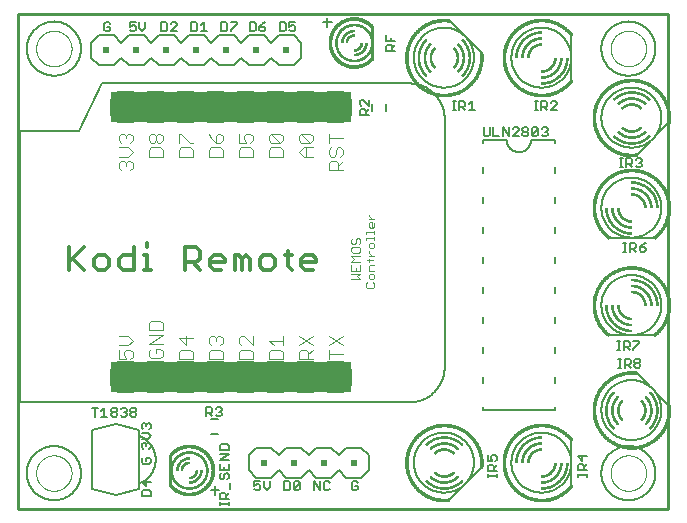
<source format=gto>
G75*
%MOIN*%
%OFA0B0*%
%FSLAX25Y25*%
%IPPOS*%
%LPD*%
%AMOC8*
5,1,8,0,0,1.08239X$1,22.5*
%
%ADD10C,0.01000*%
%ADD11C,0.00500*%
%ADD12C,0.01400*%
%ADD13C,0.00600*%
%ADD14C,0.00000*%
%ADD15C,0.00800*%
%ADD16R,0.02000X0.02000*%
%ADD17C,0.00100*%
%ADD18C,0.00060*%
%ADD19R,0.80000X0.10000*%
%ADD20C,0.00300*%
%ADD21C,0.00400*%
D10*
X0019800Y0016300D02*
X0019800Y0181261D01*
X0236501Y0181261D01*
X0236501Y0016300D01*
X0019800Y0016300D01*
X0070600Y0024300D02*
X0070600Y0034300D01*
X0138000Y0166800D02*
X0138000Y0176800D01*
D11*
X0142547Y0174274D02*
X0142547Y0172273D01*
X0145550Y0172273D01*
X0145550Y0171052D02*
X0144549Y0170051D01*
X0144549Y0170551D02*
X0144549Y0169050D01*
X0145550Y0169050D02*
X0142547Y0169050D01*
X0142547Y0170551D01*
X0143048Y0171052D01*
X0144049Y0171052D01*
X0144549Y0170551D01*
X0144049Y0172273D02*
X0144049Y0173274D01*
X0124500Y0178600D02*
X0121600Y0178600D01*
X0123000Y0180100D02*
X0123000Y0177000D01*
X0112274Y0177051D02*
X0112274Y0176050D01*
X0111774Y0175550D01*
X0110773Y0175550D01*
X0110273Y0176050D01*
X0110273Y0177051D02*
X0111274Y0177552D01*
X0111774Y0177552D01*
X0112274Y0177051D01*
X0112274Y0178553D02*
X0110273Y0178553D01*
X0110273Y0177051D01*
X0109052Y0176050D02*
X0109052Y0178052D01*
X0108551Y0178553D01*
X0107050Y0178553D01*
X0107050Y0175550D01*
X0108551Y0175550D01*
X0109052Y0176050D01*
X0102274Y0176050D02*
X0101774Y0175550D01*
X0100773Y0175550D01*
X0100273Y0176050D01*
X0100273Y0177051D01*
X0101774Y0177051D01*
X0102274Y0176551D01*
X0102274Y0176050D01*
X0101274Y0178052D02*
X0100273Y0177051D01*
X0101274Y0178052D02*
X0102274Y0178553D01*
X0099052Y0178052D02*
X0099052Y0176050D01*
X0098551Y0175550D01*
X0097050Y0175550D01*
X0097050Y0178553D01*
X0098551Y0178553D01*
X0099052Y0178052D01*
X0092774Y0178052D02*
X0090773Y0176050D01*
X0090773Y0175550D01*
X0089552Y0176050D02*
X0089051Y0175550D01*
X0087550Y0175550D01*
X0087550Y0178553D01*
X0089051Y0178553D01*
X0089552Y0178052D01*
X0089552Y0176050D01*
X0090773Y0178553D02*
X0092774Y0178553D01*
X0092774Y0178052D01*
X0082774Y0175550D02*
X0080773Y0175550D01*
X0081774Y0175550D02*
X0081774Y0178553D01*
X0080773Y0177552D01*
X0079552Y0178052D02*
X0079552Y0176050D01*
X0079051Y0175550D01*
X0077550Y0175550D01*
X0077550Y0178553D01*
X0079051Y0178553D01*
X0079552Y0178052D01*
X0072774Y0178052D02*
X0072774Y0177552D01*
X0070773Y0175550D01*
X0072774Y0175550D01*
X0069552Y0176050D02*
X0069552Y0178052D01*
X0069051Y0178553D01*
X0067550Y0178553D01*
X0067550Y0175550D01*
X0069051Y0175550D01*
X0069552Y0176050D01*
X0070773Y0178052D02*
X0071273Y0178553D01*
X0072274Y0178553D01*
X0072774Y0178052D01*
X0062274Y0178553D02*
X0062274Y0176551D01*
X0061274Y0175550D01*
X0060273Y0176551D01*
X0060273Y0178553D01*
X0059052Y0178553D02*
X0057050Y0178553D01*
X0057050Y0177051D01*
X0058051Y0177552D01*
X0058551Y0177552D01*
X0059052Y0177051D01*
X0059052Y0176050D01*
X0058551Y0175550D01*
X0057550Y0175550D01*
X0057050Y0176050D01*
X0050552Y0176050D02*
X0050051Y0175550D01*
X0049050Y0175550D01*
X0048550Y0176050D01*
X0048550Y0178052D01*
X0049050Y0178553D01*
X0050051Y0178553D01*
X0050552Y0178052D01*
X0050552Y0177051D02*
X0049551Y0177051D01*
X0050552Y0177051D02*
X0050552Y0176050D01*
X0047926Y0158174D02*
X0040052Y0142426D01*
X0020367Y0142426D01*
X0020367Y0051875D01*
X0150288Y0051875D01*
X0150573Y0051878D01*
X0150859Y0051889D01*
X0151144Y0051906D01*
X0151428Y0051930D01*
X0151712Y0051961D01*
X0151995Y0051999D01*
X0152276Y0052044D01*
X0152557Y0052095D01*
X0152837Y0052153D01*
X0153115Y0052218D01*
X0153391Y0052290D01*
X0153665Y0052368D01*
X0153938Y0052453D01*
X0154208Y0052545D01*
X0154476Y0052643D01*
X0154742Y0052747D01*
X0155005Y0052858D01*
X0155265Y0052975D01*
X0155523Y0053098D01*
X0155777Y0053228D01*
X0156028Y0053364D01*
X0156276Y0053505D01*
X0156520Y0053653D01*
X0156761Y0053806D01*
X0156997Y0053966D01*
X0157230Y0054131D01*
X0157459Y0054301D01*
X0157684Y0054477D01*
X0157904Y0054659D01*
X0158120Y0054845D01*
X0158331Y0055037D01*
X0158538Y0055234D01*
X0158740Y0055436D01*
X0158937Y0055643D01*
X0159129Y0055854D01*
X0159315Y0056070D01*
X0159497Y0056290D01*
X0159673Y0056515D01*
X0159843Y0056744D01*
X0160008Y0056977D01*
X0160168Y0057213D01*
X0160321Y0057454D01*
X0160469Y0057698D01*
X0160610Y0057946D01*
X0160746Y0058197D01*
X0160876Y0058451D01*
X0160999Y0058709D01*
X0161116Y0058969D01*
X0161227Y0059232D01*
X0161331Y0059498D01*
X0161429Y0059766D01*
X0161521Y0060036D01*
X0161606Y0060309D01*
X0161684Y0060583D01*
X0161756Y0060859D01*
X0161821Y0061137D01*
X0161879Y0061417D01*
X0161930Y0061698D01*
X0161975Y0061979D01*
X0162013Y0062262D01*
X0162044Y0062546D01*
X0162068Y0062830D01*
X0162085Y0063115D01*
X0162096Y0063401D01*
X0162099Y0063686D01*
X0162099Y0146363D01*
X0164696Y0149226D02*
X0165697Y0149226D01*
X0165197Y0149226D02*
X0165197Y0152229D01*
X0165697Y0152229D02*
X0164696Y0152229D01*
X0166845Y0152229D02*
X0168346Y0152229D01*
X0168846Y0151728D01*
X0168846Y0150728D01*
X0168346Y0150227D01*
X0166845Y0150227D01*
X0167845Y0150227D02*
X0168846Y0149226D01*
X0170067Y0149226D02*
X0172069Y0149226D01*
X0171068Y0149226D02*
X0171068Y0152229D01*
X0170067Y0151228D01*
X0166845Y0152229D02*
X0166845Y0149226D01*
X0175050Y0143553D02*
X0175050Y0141050D01*
X0175550Y0140550D01*
X0176551Y0140550D01*
X0177052Y0141050D01*
X0177052Y0143553D01*
X0178273Y0143553D02*
X0178273Y0140550D01*
X0180274Y0140550D01*
X0181495Y0140550D02*
X0181495Y0143553D01*
X0183497Y0140550D01*
X0183497Y0143553D01*
X0184718Y0143052D02*
X0185219Y0143553D01*
X0186220Y0143553D01*
X0186720Y0143052D01*
X0186720Y0142552D01*
X0184718Y0140550D01*
X0186720Y0140550D01*
X0187941Y0141050D02*
X0188441Y0140550D01*
X0189442Y0140550D01*
X0189943Y0141050D01*
X0189943Y0141551D01*
X0189442Y0142051D01*
X0188441Y0142051D01*
X0187941Y0142552D01*
X0187941Y0143052D01*
X0188441Y0143553D01*
X0189442Y0143553D01*
X0189943Y0143052D01*
X0189943Y0142552D01*
X0189442Y0142051D01*
X0188441Y0142051D02*
X0187941Y0141551D01*
X0187941Y0141050D01*
X0191164Y0141050D02*
X0191164Y0143052D01*
X0191664Y0143553D01*
X0192665Y0143553D01*
X0193165Y0143052D01*
X0191164Y0141050D01*
X0191664Y0140550D01*
X0192665Y0140550D01*
X0193165Y0141050D01*
X0193165Y0143052D01*
X0194386Y0143052D02*
X0194887Y0143553D01*
X0195888Y0143553D01*
X0196388Y0143052D01*
X0196388Y0142552D01*
X0195888Y0142051D01*
X0196388Y0141551D01*
X0196388Y0141050D01*
X0195888Y0140550D01*
X0194887Y0140550D01*
X0194386Y0141050D01*
X0195387Y0142051D02*
X0195888Y0142051D01*
X0196200Y0149150D02*
X0195199Y0150151D01*
X0195700Y0150151D02*
X0194198Y0150151D01*
X0194198Y0149150D02*
X0194198Y0152153D01*
X0195700Y0152153D01*
X0196200Y0151652D01*
X0196200Y0150651D01*
X0195700Y0150151D01*
X0197421Y0149150D02*
X0199423Y0151152D01*
X0199423Y0151652D01*
X0198923Y0152153D01*
X0197922Y0152153D01*
X0197421Y0151652D01*
X0197421Y0149150D02*
X0199423Y0149150D01*
X0193051Y0149150D02*
X0192050Y0149150D01*
X0192550Y0149150D02*
X0192550Y0152153D01*
X0192050Y0152153D02*
X0193051Y0152153D01*
X0220374Y0133199D02*
X0221375Y0133199D01*
X0220874Y0133199D02*
X0220874Y0130196D01*
X0220374Y0130196D02*
X0221375Y0130196D01*
X0222522Y0130196D02*
X0222522Y0133199D01*
X0224024Y0133199D01*
X0224524Y0132698D01*
X0224524Y0131697D01*
X0224024Y0131197D01*
X0222522Y0131197D01*
X0223523Y0131197D02*
X0224524Y0130196D01*
X0225745Y0130697D02*
X0226245Y0130196D01*
X0227246Y0130196D01*
X0227747Y0130697D01*
X0227747Y0131197D01*
X0227246Y0131697D01*
X0226746Y0131697D01*
X0227246Y0131697D02*
X0227747Y0132198D01*
X0227747Y0132698D01*
X0227246Y0133199D01*
X0226245Y0133199D01*
X0225745Y0132698D01*
X0225300Y0105053D02*
X0225800Y0104552D01*
X0225800Y0103551D01*
X0225300Y0103051D01*
X0223798Y0103051D01*
X0223798Y0102050D02*
X0223798Y0105053D01*
X0225300Y0105053D01*
X0224799Y0103051D02*
X0225800Y0102050D01*
X0227021Y0102550D02*
X0227522Y0102050D01*
X0228523Y0102050D01*
X0229023Y0102550D01*
X0229023Y0103051D01*
X0228523Y0103551D01*
X0227021Y0103551D01*
X0227021Y0102550D01*
X0227021Y0103551D02*
X0228022Y0104552D01*
X0229023Y0105053D01*
X0222651Y0105053D02*
X0221650Y0105053D01*
X0222150Y0105053D02*
X0222150Y0102050D01*
X0221650Y0102050D02*
X0222651Y0102050D01*
X0223200Y0072153D02*
X0223700Y0071652D01*
X0223700Y0070651D01*
X0223200Y0070151D01*
X0221698Y0070151D01*
X0221698Y0069150D02*
X0221698Y0072153D01*
X0223200Y0072153D01*
X0224921Y0072153D02*
X0226923Y0072153D01*
X0226923Y0071652D01*
X0224921Y0069650D01*
X0224921Y0069150D01*
X0223700Y0069150D02*
X0222699Y0070151D01*
X0220551Y0069150D02*
X0219550Y0069150D01*
X0220050Y0069150D02*
X0220050Y0072153D01*
X0219550Y0072153D02*
X0220551Y0072153D01*
X0220404Y0066376D02*
X0220404Y0063374D01*
X0219904Y0063374D02*
X0220905Y0063374D01*
X0222052Y0063374D02*
X0222052Y0066376D01*
X0223554Y0066376D01*
X0224054Y0065876D01*
X0224054Y0064875D01*
X0223554Y0064375D01*
X0222052Y0064375D01*
X0223053Y0064375D02*
X0224054Y0063374D01*
X0225275Y0063874D02*
X0225275Y0064375D01*
X0225776Y0064875D01*
X0226776Y0064875D01*
X0227277Y0064375D01*
X0227277Y0063874D01*
X0226776Y0063374D01*
X0225776Y0063374D01*
X0225275Y0063874D01*
X0225776Y0064875D02*
X0225275Y0065375D01*
X0225275Y0065876D01*
X0225776Y0066376D01*
X0226776Y0066376D01*
X0227277Y0065876D01*
X0227277Y0065375D01*
X0226776Y0064875D01*
X0220905Y0066376D02*
X0219904Y0066376D01*
X0209450Y0033923D02*
X0206447Y0033923D01*
X0207949Y0032421D01*
X0207949Y0034423D01*
X0207949Y0031200D02*
X0206948Y0031200D01*
X0206447Y0030700D01*
X0206447Y0029198D01*
X0209450Y0029198D01*
X0208449Y0029198D02*
X0208449Y0030700D01*
X0207949Y0031200D01*
X0208449Y0030199D02*
X0209450Y0031200D01*
X0209450Y0028051D02*
X0209450Y0027050D01*
X0209450Y0027550D02*
X0206447Y0027550D01*
X0206447Y0027050D02*
X0206447Y0028051D01*
X0179404Y0027875D02*
X0179404Y0026874D01*
X0179404Y0027374D02*
X0176401Y0027374D01*
X0176401Y0026874D02*
X0176401Y0027875D01*
X0176401Y0029022D02*
X0176401Y0030524D01*
X0176902Y0031024D01*
X0177903Y0031024D01*
X0178403Y0030524D01*
X0178403Y0029022D01*
X0179404Y0029022D02*
X0176401Y0029022D01*
X0178403Y0030023D02*
X0179404Y0031024D01*
X0178903Y0032245D02*
X0179404Y0032745D01*
X0179404Y0033746D01*
X0178903Y0034247D01*
X0177903Y0034247D01*
X0177402Y0033746D01*
X0177402Y0033246D01*
X0177903Y0032245D01*
X0176401Y0032245D01*
X0176401Y0034247D01*
X0133052Y0025052D02*
X0132551Y0025553D01*
X0131550Y0025553D01*
X0131050Y0025052D01*
X0131050Y0023050D01*
X0131550Y0022550D01*
X0132551Y0022550D01*
X0133052Y0023050D01*
X0133052Y0024051D01*
X0132051Y0024051D01*
X0123774Y0023050D02*
X0123274Y0022550D01*
X0122273Y0022550D01*
X0121773Y0023050D01*
X0121773Y0025052D01*
X0122273Y0025553D01*
X0123274Y0025553D01*
X0123774Y0025052D01*
X0120552Y0025553D02*
X0120552Y0022550D01*
X0118550Y0025553D01*
X0118550Y0022550D01*
X0113774Y0023050D02*
X0113774Y0025052D01*
X0111773Y0023050D01*
X0112273Y0022550D01*
X0113274Y0022550D01*
X0113774Y0023050D01*
X0111773Y0023050D02*
X0111773Y0025052D01*
X0112273Y0025553D01*
X0113274Y0025553D01*
X0113774Y0025052D01*
X0110552Y0025052D02*
X0110552Y0023050D01*
X0110051Y0022550D01*
X0108550Y0022550D01*
X0108550Y0025553D01*
X0110051Y0025553D01*
X0110552Y0025052D01*
X0103774Y0025553D02*
X0103774Y0023551D01*
X0102774Y0022550D01*
X0101773Y0023551D01*
X0101773Y0025553D01*
X0100552Y0025553D02*
X0098550Y0025553D01*
X0098550Y0024051D01*
X0099551Y0024552D01*
X0100051Y0024552D01*
X0100552Y0024051D01*
X0100552Y0023050D01*
X0100051Y0022550D01*
X0099050Y0022550D01*
X0098550Y0023050D01*
X0090550Y0022936D02*
X0090550Y0024938D01*
X0089550Y0026159D02*
X0090050Y0026659D01*
X0090050Y0027660D01*
X0089550Y0028161D01*
X0089049Y0028161D01*
X0088549Y0027660D01*
X0088549Y0026659D01*
X0088048Y0026159D01*
X0087548Y0026159D01*
X0087047Y0026659D01*
X0087047Y0027660D01*
X0087548Y0028161D01*
X0087047Y0029382D02*
X0090050Y0029382D01*
X0090050Y0031383D01*
X0090050Y0032604D02*
X0087047Y0032604D01*
X0090050Y0034606D01*
X0087047Y0034606D01*
X0087047Y0035827D02*
X0087047Y0037328D01*
X0087548Y0037829D01*
X0089550Y0037829D01*
X0090050Y0037328D01*
X0090050Y0035827D01*
X0087047Y0035827D01*
X0087047Y0031383D02*
X0087047Y0029382D01*
X0088549Y0029382D02*
X0088549Y0030383D01*
X0085600Y0024100D02*
X0085600Y0021000D01*
X0087047Y0021215D02*
X0087548Y0021715D01*
X0088549Y0021715D01*
X0089049Y0021215D01*
X0089049Y0019713D01*
X0090050Y0019713D02*
X0087047Y0019713D01*
X0087047Y0021215D01*
X0087000Y0022500D02*
X0084100Y0022500D01*
X0087047Y0018566D02*
X0087047Y0017565D01*
X0087047Y0018065D02*
X0090050Y0018065D01*
X0090050Y0017565D02*
X0090050Y0018566D01*
X0089049Y0020714D02*
X0090050Y0021715D01*
X0064050Y0022106D02*
X0064050Y0020605D01*
X0061047Y0020605D01*
X0061047Y0022106D01*
X0061548Y0022606D01*
X0063550Y0022606D01*
X0064050Y0022106D01*
X0062549Y0023827D02*
X0061047Y0025329D01*
X0064050Y0025329D01*
X0062549Y0025829D02*
X0062549Y0023827D01*
X0060279Y0022953D02*
X0060279Y0024921D01*
X0060279Y0040669D01*
X0060279Y0042638D01*
X0052405Y0044606D01*
X0044531Y0042638D01*
X0044531Y0022953D01*
X0052405Y0020984D01*
X0060279Y0022953D01*
X0061548Y0031327D02*
X0063550Y0031327D01*
X0064050Y0031828D01*
X0064050Y0032829D01*
X0063550Y0033329D01*
X0062549Y0033329D01*
X0062549Y0032328D01*
X0061548Y0031327D02*
X0061047Y0031828D01*
X0061047Y0032829D01*
X0061548Y0033329D01*
X0061548Y0036382D02*
X0061047Y0036882D01*
X0061047Y0037883D01*
X0061548Y0038383D01*
X0062048Y0038383D01*
X0062549Y0037883D01*
X0063049Y0038383D01*
X0063550Y0038383D01*
X0064050Y0037883D01*
X0064050Y0036882D01*
X0063550Y0036382D01*
X0062549Y0037383D02*
X0062549Y0037883D01*
X0063049Y0039604D02*
X0061047Y0039604D01*
X0063049Y0039604D02*
X0064050Y0040605D01*
X0063049Y0041606D01*
X0061047Y0041606D01*
X0061548Y0042827D02*
X0061047Y0043328D01*
X0061047Y0044329D01*
X0061548Y0044829D01*
X0062048Y0044829D01*
X0062549Y0044329D01*
X0063049Y0044829D01*
X0063550Y0044829D01*
X0064050Y0044329D01*
X0064050Y0043328D01*
X0063550Y0042827D01*
X0062549Y0043828D02*
X0062549Y0044329D01*
X0059329Y0047550D02*
X0058829Y0047050D01*
X0057828Y0047050D01*
X0057327Y0047550D01*
X0057327Y0048051D01*
X0057828Y0048551D01*
X0058829Y0048551D01*
X0059329Y0048051D01*
X0059329Y0047550D01*
X0058829Y0048551D02*
X0059329Y0049052D01*
X0059329Y0049552D01*
X0058829Y0050053D01*
X0057828Y0050053D01*
X0057327Y0049552D01*
X0057327Y0049052D01*
X0057828Y0048551D01*
X0056106Y0048051D02*
X0056106Y0047550D01*
X0055606Y0047050D01*
X0054605Y0047050D01*
X0054104Y0047550D01*
X0052883Y0047550D02*
X0052383Y0047050D01*
X0051382Y0047050D01*
X0050882Y0047550D01*
X0050882Y0048051D01*
X0051382Y0048551D01*
X0052383Y0048551D01*
X0052883Y0048051D01*
X0052883Y0047550D01*
X0052383Y0048551D02*
X0052883Y0049052D01*
X0052883Y0049552D01*
X0052383Y0050053D01*
X0051382Y0050053D01*
X0050882Y0049552D01*
X0050882Y0049052D01*
X0051382Y0048551D01*
X0049661Y0047050D02*
X0047659Y0047050D01*
X0048660Y0047050D02*
X0048660Y0050053D01*
X0047659Y0049052D01*
X0046438Y0050053D02*
X0044436Y0050053D01*
X0045437Y0050053D02*
X0045437Y0047050D01*
X0054104Y0049552D02*
X0054605Y0050053D01*
X0055606Y0050053D01*
X0056106Y0049552D01*
X0056106Y0049052D01*
X0055606Y0048551D01*
X0056106Y0048051D01*
X0055606Y0048551D02*
X0055105Y0048551D01*
X0060279Y0040669D02*
X0060470Y0040594D01*
X0060660Y0040515D01*
X0060848Y0040431D01*
X0061034Y0040342D01*
X0061218Y0040249D01*
X0061399Y0040152D01*
X0061578Y0040050D01*
X0061755Y0039943D01*
X0061928Y0039833D01*
X0062099Y0039718D01*
X0062267Y0039599D01*
X0062432Y0039476D01*
X0062594Y0039349D01*
X0062753Y0039218D01*
X0062909Y0039083D01*
X0063061Y0038945D01*
X0063210Y0038802D01*
X0063355Y0038657D01*
X0063497Y0038507D01*
X0063635Y0038354D01*
X0063769Y0038198D01*
X0063900Y0038039D01*
X0064026Y0037876D01*
X0064148Y0037711D01*
X0064267Y0037542D01*
X0064381Y0037371D01*
X0064491Y0037197D01*
X0064596Y0037020D01*
X0064698Y0036841D01*
X0064795Y0036659D01*
X0064887Y0036475D01*
X0064975Y0036289D01*
X0065058Y0036101D01*
X0065137Y0035910D01*
X0065211Y0035718D01*
X0065280Y0035524D01*
X0065344Y0035329D01*
X0065404Y0035132D01*
X0065459Y0034933D01*
X0065509Y0034733D01*
X0065554Y0034533D01*
X0065594Y0034331D01*
X0065629Y0034128D01*
X0065659Y0033924D01*
X0065684Y0033720D01*
X0065704Y0033515D01*
X0065719Y0033309D01*
X0065729Y0033104D01*
X0065734Y0032898D01*
X0065734Y0032692D01*
X0065729Y0032486D01*
X0065719Y0032281D01*
X0065704Y0032075D01*
X0065684Y0031870D01*
X0065659Y0031666D01*
X0065629Y0031462D01*
X0065594Y0031259D01*
X0065554Y0031057D01*
X0065509Y0030857D01*
X0065459Y0030657D01*
X0065404Y0030458D01*
X0065344Y0030261D01*
X0065280Y0030066D01*
X0065211Y0029872D01*
X0065137Y0029680D01*
X0065058Y0029489D01*
X0064975Y0029301D01*
X0064887Y0029115D01*
X0064795Y0028931D01*
X0064698Y0028749D01*
X0064596Y0028570D01*
X0064491Y0028393D01*
X0064381Y0028219D01*
X0064267Y0028048D01*
X0064148Y0027879D01*
X0064026Y0027714D01*
X0063900Y0027551D01*
X0063769Y0027392D01*
X0063635Y0027236D01*
X0063497Y0027083D01*
X0063355Y0026933D01*
X0063210Y0026788D01*
X0063061Y0026645D01*
X0062909Y0026507D01*
X0062753Y0026372D01*
X0062594Y0026241D01*
X0062432Y0026114D01*
X0062267Y0025991D01*
X0062099Y0025872D01*
X0061928Y0025757D01*
X0061755Y0025647D01*
X0061578Y0025540D01*
X0061399Y0025438D01*
X0061218Y0025341D01*
X0061034Y0025248D01*
X0060848Y0025159D01*
X0060660Y0025075D01*
X0060470Y0024996D01*
X0060279Y0024921D01*
X0082550Y0047300D02*
X0082550Y0050303D01*
X0084051Y0050303D01*
X0084552Y0049802D01*
X0084552Y0048801D01*
X0084051Y0048301D01*
X0082550Y0048301D01*
X0083551Y0048301D02*
X0084552Y0047300D01*
X0085773Y0047800D02*
X0086273Y0047300D01*
X0087274Y0047300D01*
X0087774Y0047800D01*
X0087774Y0048301D01*
X0087274Y0048801D01*
X0086774Y0048801D01*
X0087274Y0048801D02*
X0087774Y0049302D01*
X0087774Y0049802D01*
X0087274Y0050303D01*
X0086273Y0050303D01*
X0085773Y0049802D01*
X0162099Y0146363D02*
X0162096Y0146648D01*
X0162085Y0146934D01*
X0162068Y0147219D01*
X0162044Y0147503D01*
X0162013Y0147787D01*
X0161975Y0148070D01*
X0161930Y0148351D01*
X0161879Y0148632D01*
X0161821Y0148912D01*
X0161756Y0149190D01*
X0161684Y0149466D01*
X0161606Y0149740D01*
X0161521Y0150013D01*
X0161429Y0150283D01*
X0161331Y0150551D01*
X0161227Y0150817D01*
X0161116Y0151080D01*
X0160999Y0151340D01*
X0160876Y0151598D01*
X0160746Y0151852D01*
X0160610Y0152103D01*
X0160469Y0152351D01*
X0160321Y0152595D01*
X0160168Y0152836D01*
X0160008Y0153072D01*
X0159843Y0153305D01*
X0159673Y0153534D01*
X0159497Y0153759D01*
X0159315Y0153979D01*
X0159129Y0154195D01*
X0158937Y0154406D01*
X0158740Y0154613D01*
X0158538Y0154815D01*
X0158331Y0155012D01*
X0158120Y0155204D01*
X0157904Y0155390D01*
X0157684Y0155572D01*
X0157459Y0155748D01*
X0157230Y0155918D01*
X0156997Y0156083D01*
X0156761Y0156243D01*
X0156520Y0156396D01*
X0156276Y0156544D01*
X0156028Y0156685D01*
X0155777Y0156821D01*
X0155523Y0156951D01*
X0155265Y0157074D01*
X0155005Y0157191D01*
X0154742Y0157302D01*
X0154476Y0157406D01*
X0154208Y0157504D01*
X0153938Y0157596D01*
X0153665Y0157681D01*
X0153391Y0157759D01*
X0153115Y0157831D01*
X0152837Y0157896D01*
X0152557Y0157954D01*
X0152276Y0158005D01*
X0151995Y0158050D01*
X0151712Y0158088D01*
X0151428Y0158119D01*
X0151144Y0158143D01*
X0150859Y0158160D01*
X0150573Y0158171D01*
X0150288Y0158174D01*
X0047926Y0158174D01*
X0133797Y0152274D02*
X0133797Y0151273D01*
X0134298Y0150773D01*
X0134298Y0149552D02*
X0135299Y0149552D01*
X0135799Y0149051D01*
X0135799Y0147550D01*
X0135799Y0148551D02*
X0136800Y0149552D01*
X0136800Y0150773D02*
X0134798Y0152774D01*
X0134298Y0152774D01*
X0133797Y0152274D01*
X0134298Y0149552D02*
X0133797Y0149051D01*
X0133797Y0147550D01*
X0136800Y0147550D01*
X0136800Y0150773D02*
X0136800Y0152774D01*
D12*
X0109956Y0102339D02*
X0109956Y0097268D01*
X0111224Y0096000D01*
X0114213Y0097268D02*
X0114213Y0099803D01*
X0115481Y0101071D01*
X0118016Y0101071D01*
X0119284Y0099803D01*
X0119284Y0098535D01*
X0114213Y0098535D01*
X0114213Y0097268D02*
X0115481Y0096000D01*
X0118016Y0096000D01*
X0111224Y0101071D02*
X0108688Y0101071D01*
X0105472Y0099803D02*
X0104204Y0101071D01*
X0101669Y0101071D01*
X0100401Y0099803D01*
X0100401Y0097268D01*
X0101669Y0096000D01*
X0104204Y0096000D01*
X0105472Y0097268D01*
X0105472Y0099803D01*
X0097185Y0099803D02*
X0097185Y0096000D01*
X0094650Y0096000D02*
X0094650Y0099803D01*
X0095917Y0101071D01*
X0097185Y0099803D01*
X0094650Y0099803D02*
X0093382Y0101071D01*
X0092114Y0101071D01*
X0092114Y0096000D01*
X0088898Y0098535D02*
X0088898Y0099803D01*
X0087630Y0101071D01*
X0085095Y0101071D01*
X0083827Y0099803D01*
X0083827Y0097268D01*
X0085095Y0096000D01*
X0087630Y0096000D01*
X0088898Y0098535D02*
X0083827Y0098535D01*
X0080611Y0099803D02*
X0080611Y0102339D01*
X0079343Y0103606D01*
X0075540Y0103606D01*
X0075540Y0096000D01*
X0075540Y0098535D02*
X0079343Y0098535D01*
X0080611Y0099803D01*
X0078075Y0098535D02*
X0080611Y0096000D01*
X0064264Y0096000D02*
X0061728Y0096000D01*
X0062996Y0096000D02*
X0062996Y0101071D01*
X0061728Y0101071D01*
X0062996Y0103606D02*
X0062996Y0104874D01*
X0058512Y0103606D02*
X0058512Y0096000D01*
X0054709Y0096000D01*
X0053441Y0097268D01*
X0053441Y0099803D01*
X0054709Y0101071D01*
X0058512Y0101071D01*
X0050225Y0099803D02*
X0050225Y0097268D01*
X0048957Y0096000D01*
X0046422Y0096000D01*
X0045154Y0097268D01*
X0045154Y0099803D01*
X0046422Y0101071D01*
X0048957Y0101071D01*
X0050225Y0099803D01*
X0041938Y0096000D02*
X0038135Y0099803D01*
X0036867Y0098535D02*
X0041938Y0103606D01*
X0036867Y0103606D02*
X0036867Y0096000D01*
D13*
X0084119Y0046162D02*
X0086481Y0046162D01*
X0086481Y0041438D02*
X0084119Y0041438D01*
X0022784Y0028300D02*
X0022787Y0028521D01*
X0022795Y0028742D01*
X0022808Y0028963D01*
X0022827Y0029184D01*
X0022852Y0029404D01*
X0022882Y0029623D01*
X0022917Y0029841D01*
X0022957Y0030059D01*
X0023003Y0030275D01*
X0023054Y0030491D01*
X0023111Y0030705D01*
X0023172Y0030917D01*
X0023239Y0031128D01*
X0023311Y0031337D01*
X0023388Y0031545D01*
X0023470Y0031750D01*
X0023557Y0031954D01*
X0023650Y0032155D01*
X0023747Y0032354D01*
X0023849Y0032550D01*
X0023955Y0032744D01*
X0024067Y0032935D01*
X0024183Y0033124D01*
X0024303Y0033309D01*
X0024429Y0033491D01*
X0024558Y0033671D01*
X0024692Y0033847D01*
X0024831Y0034020D01*
X0024973Y0034189D01*
X0025120Y0034355D01*
X0025270Y0034517D01*
X0025425Y0034675D01*
X0025583Y0034830D01*
X0025745Y0034980D01*
X0025911Y0035127D01*
X0026080Y0035269D01*
X0026253Y0035408D01*
X0026429Y0035542D01*
X0026609Y0035671D01*
X0026791Y0035797D01*
X0026976Y0035917D01*
X0027165Y0036033D01*
X0027356Y0036145D01*
X0027550Y0036251D01*
X0027746Y0036353D01*
X0027945Y0036450D01*
X0028146Y0036543D01*
X0028350Y0036630D01*
X0028555Y0036712D01*
X0028763Y0036789D01*
X0028972Y0036861D01*
X0029183Y0036928D01*
X0029395Y0036989D01*
X0029609Y0037046D01*
X0029825Y0037097D01*
X0030041Y0037143D01*
X0030259Y0037183D01*
X0030477Y0037218D01*
X0030696Y0037248D01*
X0030916Y0037273D01*
X0031137Y0037292D01*
X0031358Y0037305D01*
X0031579Y0037313D01*
X0031800Y0037316D01*
X0032021Y0037313D01*
X0032242Y0037305D01*
X0032463Y0037292D01*
X0032684Y0037273D01*
X0032904Y0037248D01*
X0033123Y0037218D01*
X0033341Y0037183D01*
X0033559Y0037143D01*
X0033775Y0037097D01*
X0033991Y0037046D01*
X0034205Y0036989D01*
X0034417Y0036928D01*
X0034628Y0036861D01*
X0034837Y0036789D01*
X0035045Y0036712D01*
X0035250Y0036630D01*
X0035454Y0036543D01*
X0035655Y0036450D01*
X0035854Y0036353D01*
X0036050Y0036251D01*
X0036244Y0036145D01*
X0036435Y0036033D01*
X0036624Y0035917D01*
X0036809Y0035797D01*
X0036991Y0035671D01*
X0037171Y0035542D01*
X0037347Y0035408D01*
X0037520Y0035269D01*
X0037689Y0035127D01*
X0037855Y0034980D01*
X0038017Y0034830D01*
X0038175Y0034675D01*
X0038330Y0034517D01*
X0038480Y0034355D01*
X0038627Y0034189D01*
X0038769Y0034020D01*
X0038908Y0033847D01*
X0039042Y0033671D01*
X0039171Y0033491D01*
X0039297Y0033309D01*
X0039417Y0033124D01*
X0039533Y0032935D01*
X0039645Y0032744D01*
X0039751Y0032550D01*
X0039853Y0032354D01*
X0039950Y0032155D01*
X0040043Y0031954D01*
X0040130Y0031750D01*
X0040212Y0031545D01*
X0040289Y0031337D01*
X0040361Y0031128D01*
X0040428Y0030917D01*
X0040489Y0030705D01*
X0040546Y0030491D01*
X0040597Y0030275D01*
X0040643Y0030059D01*
X0040683Y0029841D01*
X0040718Y0029623D01*
X0040748Y0029404D01*
X0040773Y0029184D01*
X0040792Y0028963D01*
X0040805Y0028742D01*
X0040813Y0028521D01*
X0040816Y0028300D01*
X0040813Y0028079D01*
X0040805Y0027858D01*
X0040792Y0027637D01*
X0040773Y0027416D01*
X0040748Y0027196D01*
X0040718Y0026977D01*
X0040683Y0026759D01*
X0040643Y0026541D01*
X0040597Y0026325D01*
X0040546Y0026109D01*
X0040489Y0025895D01*
X0040428Y0025683D01*
X0040361Y0025472D01*
X0040289Y0025263D01*
X0040212Y0025055D01*
X0040130Y0024850D01*
X0040043Y0024646D01*
X0039950Y0024445D01*
X0039853Y0024246D01*
X0039751Y0024050D01*
X0039645Y0023856D01*
X0039533Y0023665D01*
X0039417Y0023476D01*
X0039297Y0023291D01*
X0039171Y0023109D01*
X0039042Y0022929D01*
X0038908Y0022753D01*
X0038769Y0022580D01*
X0038627Y0022411D01*
X0038480Y0022245D01*
X0038330Y0022083D01*
X0038175Y0021925D01*
X0038017Y0021770D01*
X0037855Y0021620D01*
X0037689Y0021473D01*
X0037520Y0021331D01*
X0037347Y0021192D01*
X0037171Y0021058D01*
X0036991Y0020929D01*
X0036809Y0020803D01*
X0036624Y0020683D01*
X0036435Y0020567D01*
X0036244Y0020455D01*
X0036050Y0020349D01*
X0035854Y0020247D01*
X0035655Y0020150D01*
X0035454Y0020057D01*
X0035250Y0019970D01*
X0035045Y0019888D01*
X0034837Y0019811D01*
X0034628Y0019739D01*
X0034417Y0019672D01*
X0034205Y0019611D01*
X0033991Y0019554D01*
X0033775Y0019503D01*
X0033559Y0019457D01*
X0033341Y0019417D01*
X0033123Y0019382D01*
X0032904Y0019352D01*
X0032684Y0019327D01*
X0032463Y0019308D01*
X0032242Y0019295D01*
X0032021Y0019287D01*
X0031800Y0019284D01*
X0031579Y0019287D01*
X0031358Y0019295D01*
X0031137Y0019308D01*
X0030916Y0019327D01*
X0030696Y0019352D01*
X0030477Y0019382D01*
X0030259Y0019417D01*
X0030041Y0019457D01*
X0029825Y0019503D01*
X0029609Y0019554D01*
X0029395Y0019611D01*
X0029183Y0019672D01*
X0028972Y0019739D01*
X0028763Y0019811D01*
X0028555Y0019888D01*
X0028350Y0019970D01*
X0028146Y0020057D01*
X0027945Y0020150D01*
X0027746Y0020247D01*
X0027550Y0020349D01*
X0027356Y0020455D01*
X0027165Y0020567D01*
X0026976Y0020683D01*
X0026791Y0020803D01*
X0026609Y0020929D01*
X0026429Y0021058D01*
X0026253Y0021192D01*
X0026080Y0021331D01*
X0025911Y0021473D01*
X0025745Y0021620D01*
X0025583Y0021770D01*
X0025425Y0021925D01*
X0025270Y0022083D01*
X0025120Y0022245D01*
X0024973Y0022411D01*
X0024831Y0022580D01*
X0024692Y0022753D01*
X0024558Y0022929D01*
X0024429Y0023109D01*
X0024303Y0023291D01*
X0024183Y0023476D01*
X0024067Y0023665D01*
X0023955Y0023856D01*
X0023849Y0024050D01*
X0023747Y0024246D01*
X0023650Y0024445D01*
X0023557Y0024646D01*
X0023470Y0024850D01*
X0023388Y0025055D01*
X0023311Y0025263D01*
X0023239Y0025472D01*
X0023172Y0025683D01*
X0023111Y0025895D01*
X0023054Y0026109D01*
X0023003Y0026325D01*
X0022957Y0026541D01*
X0022917Y0026759D01*
X0022882Y0026977D01*
X0022852Y0027196D01*
X0022827Y0027416D01*
X0022808Y0027637D01*
X0022795Y0027858D01*
X0022787Y0028079D01*
X0022784Y0028300D01*
X0151800Y0031800D02*
X0151803Y0032045D01*
X0151812Y0032291D01*
X0151827Y0032536D01*
X0151848Y0032780D01*
X0151875Y0033024D01*
X0151908Y0033267D01*
X0151947Y0033510D01*
X0151992Y0033751D01*
X0152043Y0033991D01*
X0152100Y0034230D01*
X0152162Y0034467D01*
X0152231Y0034703D01*
X0152305Y0034937D01*
X0152385Y0035169D01*
X0152470Y0035399D01*
X0152561Y0035627D01*
X0152658Y0035852D01*
X0152760Y0036076D01*
X0152868Y0036296D01*
X0152981Y0036514D01*
X0153099Y0036729D01*
X0153223Y0036941D01*
X0153351Y0037150D01*
X0153485Y0037356D01*
X0153624Y0037558D01*
X0153768Y0037757D01*
X0153917Y0037952D01*
X0154070Y0038144D01*
X0154228Y0038332D01*
X0154390Y0038516D01*
X0154558Y0038695D01*
X0154729Y0038871D01*
X0154905Y0039042D01*
X0155084Y0039210D01*
X0155268Y0039372D01*
X0155456Y0039530D01*
X0155648Y0039683D01*
X0155843Y0039832D01*
X0156042Y0039976D01*
X0156244Y0040115D01*
X0156450Y0040249D01*
X0156659Y0040377D01*
X0156871Y0040501D01*
X0157086Y0040619D01*
X0157304Y0040732D01*
X0157524Y0040840D01*
X0157748Y0040942D01*
X0157973Y0041039D01*
X0158201Y0041130D01*
X0158431Y0041215D01*
X0158663Y0041295D01*
X0158897Y0041369D01*
X0159133Y0041438D01*
X0159370Y0041500D01*
X0159609Y0041557D01*
X0159849Y0041608D01*
X0160090Y0041653D01*
X0160333Y0041692D01*
X0160576Y0041725D01*
X0160820Y0041752D01*
X0161064Y0041773D01*
X0161309Y0041788D01*
X0161555Y0041797D01*
X0161800Y0041800D01*
X0162045Y0041797D01*
X0162291Y0041788D01*
X0162536Y0041773D01*
X0162780Y0041752D01*
X0163024Y0041725D01*
X0163267Y0041692D01*
X0163510Y0041653D01*
X0163751Y0041608D01*
X0163991Y0041557D01*
X0164230Y0041500D01*
X0164467Y0041438D01*
X0164703Y0041369D01*
X0164937Y0041295D01*
X0165169Y0041215D01*
X0165399Y0041130D01*
X0165627Y0041039D01*
X0165852Y0040942D01*
X0166076Y0040840D01*
X0166296Y0040732D01*
X0166514Y0040619D01*
X0166729Y0040501D01*
X0166941Y0040377D01*
X0167150Y0040249D01*
X0167356Y0040115D01*
X0167558Y0039976D01*
X0167757Y0039832D01*
X0167952Y0039683D01*
X0168144Y0039530D01*
X0168332Y0039372D01*
X0168516Y0039210D01*
X0168695Y0039042D01*
X0168871Y0038871D01*
X0169042Y0038695D01*
X0169210Y0038516D01*
X0169372Y0038332D01*
X0169530Y0038144D01*
X0169683Y0037952D01*
X0169832Y0037757D01*
X0169976Y0037558D01*
X0170115Y0037356D01*
X0170249Y0037150D01*
X0170377Y0036941D01*
X0170501Y0036729D01*
X0170619Y0036514D01*
X0170732Y0036296D01*
X0170840Y0036076D01*
X0170942Y0035852D01*
X0171039Y0035627D01*
X0171130Y0035399D01*
X0171215Y0035169D01*
X0171295Y0034937D01*
X0171369Y0034703D01*
X0171438Y0034467D01*
X0171500Y0034230D01*
X0171557Y0033991D01*
X0171608Y0033751D01*
X0171653Y0033510D01*
X0171692Y0033267D01*
X0171725Y0033024D01*
X0171752Y0032780D01*
X0171773Y0032536D01*
X0171788Y0032291D01*
X0171797Y0032045D01*
X0171800Y0031800D01*
X0171797Y0031555D01*
X0171788Y0031309D01*
X0171773Y0031064D01*
X0171752Y0030820D01*
X0171725Y0030576D01*
X0171692Y0030333D01*
X0171653Y0030090D01*
X0171608Y0029849D01*
X0171557Y0029609D01*
X0171500Y0029370D01*
X0171438Y0029133D01*
X0171369Y0028897D01*
X0171295Y0028663D01*
X0171215Y0028431D01*
X0171130Y0028201D01*
X0171039Y0027973D01*
X0170942Y0027748D01*
X0170840Y0027524D01*
X0170732Y0027304D01*
X0170619Y0027086D01*
X0170501Y0026871D01*
X0170377Y0026659D01*
X0170249Y0026450D01*
X0170115Y0026244D01*
X0169976Y0026042D01*
X0169832Y0025843D01*
X0169683Y0025648D01*
X0169530Y0025456D01*
X0169372Y0025268D01*
X0169210Y0025084D01*
X0169042Y0024905D01*
X0168871Y0024729D01*
X0168695Y0024558D01*
X0168516Y0024390D01*
X0168332Y0024228D01*
X0168144Y0024070D01*
X0167952Y0023917D01*
X0167757Y0023768D01*
X0167558Y0023624D01*
X0167356Y0023485D01*
X0167150Y0023351D01*
X0166941Y0023223D01*
X0166729Y0023099D01*
X0166514Y0022981D01*
X0166296Y0022868D01*
X0166076Y0022760D01*
X0165852Y0022658D01*
X0165627Y0022561D01*
X0165399Y0022470D01*
X0165169Y0022385D01*
X0164937Y0022305D01*
X0164703Y0022231D01*
X0164467Y0022162D01*
X0164230Y0022100D01*
X0163991Y0022043D01*
X0163751Y0021992D01*
X0163510Y0021947D01*
X0163267Y0021908D01*
X0163024Y0021875D01*
X0162780Y0021848D01*
X0162536Y0021827D01*
X0162291Y0021812D01*
X0162045Y0021803D01*
X0161800Y0021800D01*
X0161555Y0021803D01*
X0161309Y0021812D01*
X0161064Y0021827D01*
X0160820Y0021848D01*
X0160576Y0021875D01*
X0160333Y0021908D01*
X0160090Y0021947D01*
X0159849Y0021992D01*
X0159609Y0022043D01*
X0159370Y0022100D01*
X0159133Y0022162D01*
X0158897Y0022231D01*
X0158663Y0022305D01*
X0158431Y0022385D01*
X0158201Y0022470D01*
X0157973Y0022561D01*
X0157748Y0022658D01*
X0157524Y0022760D01*
X0157304Y0022868D01*
X0157086Y0022981D01*
X0156871Y0023099D01*
X0156659Y0023223D01*
X0156450Y0023351D01*
X0156244Y0023485D01*
X0156042Y0023624D01*
X0155843Y0023768D01*
X0155648Y0023917D01*
X0155456Y0024070D01*
X0155268Y0024228D01*
X0155084Y0024390D01*
X0154905Y0024558D01*
X0154729Y0024729D01*
X0154558Y0024905D01*
X0154390Y0025084D01*
X0154228Y0025268D01*
X0154070Y0025456D01*
X0153917Y0025648D01*
X0153768Y0025843D01*
X0153624Y0026042D01*
X0153485Y0026244D01*
X0153351Y0026450D01*
X0153223Y0026659D01*
X0153099Y0026871D01*
X0152981Y0027086D01*
X0152868Y0027304D01*
X0152760Y0027524D01*
X0152658Y0027748D01*
X0152561Y0027973D01*
X0152470Y0028201D01*
X0152385Y0028431D01*
X0152305Y0028663D01*
X0152231Y0028897D01*
X0152162Y0029133D01*
X0152100Y0029370D01*
X0152043Y0029609D01*
X0151992Y0029849D01*
X0151947Y0030090D01*
X0151908Y0030333D01*
X0151875Y0030576D01*
X0151848Y0030820D01*
X0151827Y0031064D01*
X0151812Y0031309D01*
X0151803Y0031555D01*
X0151800Y0031800D01*
X0184300Y0031800D02*
X0184303Y0032045D01*
X0184312Y0032291D01*
X0184327Y0032536D01*
X0184348Y0032780D01*
X0184375Y0033024D01*
X0184408Y0033267D01*
X0184447Y0033510D01*
X0184492Y0033751D01*
X0184543Y0033991D01*
X0184600Y0034230D01*
X0184662Y0034467D01*
X0184731Y0034703D01*
X0184805Y0034937D01*
X0184885Y0035169D01*
X0184970Y0035399D01*
X0185061Y0035627D01*
X0185158Y0035852D01*
X0185260Y0036076D01*
X0185368Y0036296D01*
X0185481Y0036514D01*
X0185599Y0036729D01*
X0185723Y0036941D01*
X0185851Y0037150D01*
X0185985Y0037356D01*
X0186124Y0037558D01*
X0186268Y0037757D01*
X0186417Y0037952D01*
X0186570Y0038144D01*
X0186728Y0038332D01*
X0186890Y0038516D01*
X0187058Y0038695D01*
X0187229Y0038871D01*
X0187405Y0039042D01*
X0187584Y0039210D01*
X0187768Y0039372D01*
X0187956Y0039530D01*
X0188148Y0039683D01*
X0188343Y0039832D01*
X0188542Y0039976D01*
X0188744Y0040115D01*
X0188950Y0040249D01*
X0189159Y0040377D01*
X0189371Y0040501D01*
X0189586Y0040619D01*
X0189804Y0040732D01*
X0190024Y0040840D01*
X0190248Y0040942D01*
X0190473Y0041039D01*
X0190701Y0041130D01*
X0190931Y0041215D01*
X0191163Y0041295D01*
X0191397Y0041369D01*
X0191633Y0041438D01*
X0191870Y0041500D01*
X0192109Y0041557D01*
X0192349Y0041608D01*
X0192590Y0041653D01*
X0192833Y0041692D01*
X0193076Y0041725D01*
X0193320Y0041752D01*
X0193564Y0041773D01*
X0193809Y0041788D01*
X0194055Y0041797D01*
X0194300Y0041800D01*
X0194545Y0041797D01*
X0194791Y0041788D01*
X0195036Y0041773D01*
X0195280Y0041752D01*
X0195524Y0041725D01*
X0195767Y0041692D01*
X0196010Y0041653D01*
X0196251Y0041608D01*
X0196491Y0041557D01*
X0196730Y0041500D01*
X0196967Y0041438D01*
X0197203Y0041369D01*
X0197437Y0041295D01*
X0197669Y0041215D01*
X0197899Y0041130D01*
X0198127Y0041039D01*
X0198352Y0040942D01*
X0198576Y0040840D01*
X0198796Y0040732D01*
X0199014Y0040619D01*
X0199229Y0040501D01*
X0199441Y0040377D01*
X0199650Y0040249D01*
X0199856Y0040115D01*
X0200058Y0039976D01*
X0200257Y0039832D01*
X0200452Y0039683D01*
X0200644Y0039530D01*
X0200832Y0039372D01*
X0201016Y0039210D01*
X0201195Y0039042D01*
X0201371Y0038871D01*
X0201542Y0038695D01*
X0201710Y0038516D01*
X0201872Y0038332D01*
X0202030Y0038144D01*
X0202183Y0037952D01*
X0202332Y0037757D01*
X0202476Y0037558D01*
X0202615Y0037356D01*
X0202749Y0037150D01*
X0202877Y0036941D01*
X0203001Y0036729D01*
X0203119Y0036514D01*
X0203232Y0036296D01*
X0203340Y0036076D01*
X0203442Y0035852D01*
X0203539Y0035627D01*
X0203630Y0035399D01*
X0203715Y0035169D01*
X0203795Y0034937D01*
X0203869Y0034703D01*
X0203938Y0034467D01*
X0204000Y0034230D01*
X0204057Y0033991D01*
X0204108Y0033751D01*
X0204153Y0033510D01*
X0204192Y0033267D01*
X0204225Y0033024D01*
X0204252Y0032780D01*
X0204273Y0032536D01*
X0204288Y0032291D01*
X0204297Y0032045D01*
X0204300Y0031800D01*
X0204297Y0031555D01*
X0204288Y0031309D01*
X0204273Y0031064D01*
X0204252Y0030820D01*
X0204225Y0030576D01*
X0204192Y0030333D01*
X0204153Y0030090D01*
X0204108Y0029849D01*
X0204057Y0029609D01*
X0204000Y0029370D01*
X0203938Y0029133D01*
X0203869Y0028897D01*
X0203795Y0028663D01*
X0203715Y0028431D01*
X0203630Y0028201D01*
X0203539Y0027973D01*
X0203442Y0027748D01*
X0203340Y0027524D01*
X0203232Y0027304D01*
X0203119Y0027086D01*
X0203001Y0026871D01*
X0202877Y0026659D01*
X0202749Y0026450D01*
X0202615Y0026244D01*
X0202476Y0026042D01*
X0202332Y0025843D01*
X0202183Y0025648D01*
X0202030Y0025456D01*
X0201872Y0025268D01*
X0201710Y0025084D01*
X0201542Y0024905D01*
X0201371Y0024729D01*
X0201195Y0024558D01*
X0201016Y0024390D01*
X0200832Y0024228D01*
X0200644Y0024070D01*
X0200452Y0023917D01*
X0200257Y0023768D01*
X0200058Y0023624D01*
X0199856Y0023485D01*
X0199650Y0023351D01*
X0199441Y0023223D01*
X0199229Y0023099D01*
X0199014Y0022981D01*
X0198796Y0022868D01*
X0198576Y0022760D01*
X0198352Y0022658D01*
X0198127Y0022561D01*
X0197899Y0022470D01*
X0197669Y0022385D01*
X0197437Y0022305D01*
X0197203Y0022231D01*
X0196967Y0022162D01*
X0196730Y0022100D01*
X0196491Y0022043D01*
X0196251Y0021992D01*
X0196010Y0021947D01*
X0195767Y0021908D01*
X0195524Y0021875D01*
X0195280Y0021848D01*
X0195036Y0021827D01*
X0194791Y0021812D01*
X0194545Y0021803D01*
X0194300Y0021800D01*
X0194055Y0021803D01*
X0193809Y0021812D01*
X0193564Y0021827D01*
X0193320Y0021848D01*
X0193076Y0021875D01*
X0192833Y0021908D01*
X0192590Y0021947D01*
X0192349Y0021992D01*
X0192109Y0022043D01*
X0191870Y0022100D01*
X0191633Y0022162D01*
X0191397Y0022231D01*
X0191163Y0022305D01*
X0190931Y0022385D01*
X0190701Y0022470D01*
X0190473Y0022561D01*
X0190248Y0022658D01*
X0190024Y0022760D01*
X0189804Y0022868D01*
X0189586Y0022981D01*
X0189371Y0023099D01*
X0189159Y0023223D01*
X0188950Y0023351D01*
X0188744Y0023485D01*
X0188542Y0023624D01*
X0188343Y0023768D01*
X0188148Y0023917D01*
X0187956Y0024070D01*
X0187768Y0024228D01*
X0187584Y0024390D01*
X0187405Y0024558D01*
X0187229Y0024729D01*
X0187058Y0024905D01*
X0186890Y0025084D01*
X0186728Y0025268D01*
X0186570Y0025456D01*
X0186417Y0025648D01*
X0186268Y0025843D01*
X0186124Y0026042D01*
X0185985Y0026244D01*
X0185851Y0026450D01*
X0185723Y0026659D01*
X0185599Y0026871D01*
X0185481Y0027086D01*
X0185368Y0027304D01*
X0185260Y0027524D01*
X0185158Y0027748D01*
X0185061Y0027973D01*
X0184970Y0028201D01*
X0184885Y0028431D01*
X0184805Y0028663D01*
X0184731Y0028897D01*
X0184662Y0029133D01*
X0184600Y0029370D01*
X0184543Y0029609D01*
X0184492Y0029849D01*
X0184447Y0030090D01*
X0184408Y0030333D01*
X0184375Y0030576D01*
X0184348Y0030820D01*
X0184327Y0031064D01*
X0184312Y0031309D01*
X0184303Y0031555D01*
X0184300Y0031800D01*
X0214284Y0028300D02*
X0214287Y0028521D01*
X0214295Y0028742D01*
X0214308Y0028963D01*
X0214327Y0029184D01*
X0214352Y0029404D01*
X0214382Y0029623D01*
X0214417Y0029841D01*
X0214457Y0030059D01*
X0214503Y0030275D01*
X0214554Y0030491D01*
X0214611Y0030705D01*
X0214672Y0030917D01*
X0214739Y0031128D01*
X0214811Y0031337D01*
X0214888Y0031545D01*
X0214970Y0031750D01*
X0215057Y0031954D01*
X0215150Y0032155D01*
X0215247Y0032354D01*
X0215349Y0032550D01*
X0215455Y0032744D01*
X0215567Y0032935D01*
X0215683Y0033124D01*
X0215803Y0033309D01*
X0215929Y0033491D01*
X0216058Y0033671D01*
X0216192Y0033847D01*
X0216331Y0034020D01*
X0216473Y0034189D01*
X0216620Y0034355D01*
X0216770Y0034517D01*
X0216925Y0034675D01*
X0217083Y0034830D01*
X0217245Y0034980D01*
X0217411Y0035127D01*
X0217580Y0035269D01*
X0217753Y0035408D01*
X0217929Y0035542D01*
X0218109Y0035671D01*
X0218291Y0035797D01*
X0218476Y0035917D01*
X0218665Y0036033D01*
X0218856Y0036145D01*
X0219050Y0036251D01*
X0219246Y0036353D01*
X0219445Y0036450D01*
X0219646Y0036543D01*
X0219850Y0036630D01*
X0220055Y0036712D01*
X0220263Y0036789D01*
X0220472Y0036861D01*
X0220683Y0036928D01*
X0220895Y0036989D01*
X0221109Y0037046D01*
X0221325Y0037097D01*
X0221541Y0037143D01*
X0221759Y0037183D01*
X0221977Y0037218D01*
X0222196Y0037248D01*
X0222416Y0037273D01*
X0222637Y0037292D01*
X0222858Y0037305D01*
X0223079Y0037313D01*
X0223300Y0037316D01*
X0223521Y0037313D01*
X0223742Y0037305D01*
X0223963Y0037292D01*
X0224184Y0037273D01*
X0224404Y0037248D01*
X0224623Y0037218D01*
X0224841Y0037183D01*
X0225059Y0037143D01*
X0225275Y0037097D01*
X0225491Y0037046D01*
X0225705Y0036989D01*
X0225917Y0036928D01*
X0226128Y0036861D01*
X0226337Y0036789D01*
X0226545Y0036712D01*
X0226750Y0036630D01*
X0226954Y0036543D01*
X0227155Y0036450D01*
X0227354Y0036353D01*
X0227550Y0036251D01*
X0227744Y0036145D01*
X0227935Y0036033D01*
X0228124Y0035917D01*
X0228309Y0035797D01*
X0228491Y0035671D01*
X0228671Y0035542D01*
X0228847Y0035408D01*
X0229020Y0035269D01*
X0229189Y0035127D01*
X0229355Y0034980D01*
X0229517Y0034830D01*
X0229675Y0034675D01*
X0229830Y0034517D01*
X0229980Y0034355D01*
X0230127Y0034189D01*
X0230269Y0034020D01*
X0230408Y0033847D01*
X0230542Y0033671D01*
X0230671Y0033491D01*
X0230797Y0033309D01*
X0230917Y0033124D01*
X0231033Y0032935D01*
X0231145Y0032744D01*
X0231251Y0032550D01*
X0231353Y0032354D01*
X0231450Y0032155D01*
X0231543Y0031954D01*
X0231630Y0031750D01*
X0231712Y0031545D01*
X0231789Y0031337D01*
X0231861Y0031128D01*
X0231928Y0030917D01*
X0231989Y0030705D01*
X0232046Y0030491D01*
X0232097Y0030275D01*
X0232143Y0030059D01*
X0232183Y0029841D01*
X0232218Y0029623D01*
X0232248Y0029404D01*
X0232273Y0029184D01*
X0232292Y0028963D01*
X0232305Y0028742D01*
X0232313Y0028521D01*
X0232316Y0028300D01*
X0232313Y0028079D01*
X0232305Y0027858D01*
X0232292Y0027637D01*
X0232273Y0027416D01*
X0232248Y0027196D01*
X0232218Y0026977D01*
X0232183Y0026759D01*
X0232143Y0026541D01*
X0232097Y0026325D01*
X0232046Y0026109D01*
X0231989Y0025895D01*
X0231928Y0025683D01*
X0231861Y0025472D01*
X0231789Y0025263D01*
X0231712Y0025055D01*
X0231630Y0024850D01*
X0231543Y0024646D01*
X0231450Y0024445D01*
X0231353Y0024246D01*
X0231251Y0024050D01*
X0231145Y0023856D01*
X0231033Y0023665D01*
X0230917Y0023476D01*
X0230797Y0023291D01*
X0230671Y0023109D01*
X0230542Y0022929D01*
X0230408Y0022753D01*
X0230269Y0022580D01*
X0230127Y0022411D01*
X0229980Y0022245D01*
X0229830Y0022083D01*
X0229675Y0021925D01*
X0229517Y0021770D01*
X0229355Y0021620D01*
X0229189Y0021473D01*
X0229020Y0021331D01*
X0228847Y0021192D01*
X0228671Y0021058D01*
X0228491Y0020929D01*
X0228309Y0020803D01*
X0228124Y0020683D01*
X0227935Y0020567D01*
X0227744Y0020455D01*
X0227550Y0020349D01*
X0227354Y0020247D01*
X0227155Y0020150D01*
X0226954Y0020057D01*
X0226750Y0019970D01*
X0226545Y0019888D01*
X0226337Y0019811D01*
X0226128Y0019739D01*
X0225917Y0019672D01*
X0225705Y0019611D01*
X0225491Y0019554D01*
X0225275Y0019503D01*
X0225059Y0019457D01*
X0224841Y0019417D01*
X0224623Y0019382D01*
X0224404Y0019352D01*
X0224184Y0019327D01*
X0223963Y0019308D01*
X0223742Y0019295D01*
X0223521Y0019287D01*
X0223300Y0019284D01*
X0223079Y0019287D01*
X0222858Y0019295D01*
X0222637Y0019308D01*
X0222416Y0019327D01*
X0222196Y0019352D01*
X0221977Y0019382D01*
X0221759Y0019417D01*
X0221541Y0019457D01*
X0221325Y0019503D01*
X0221109Y0019554D01*
X0220895Y0019611D01*
X0220683Y0019672D01*
X0220472Y0019739D01*
X0220263Y0019811D01*
X0220055Y0019888D01*
X0219850Y0019970D01*
X0219646Y0020057D01*
X0219445Y0020150D01*
X0219246Y0020247D01*
X0219050Y0020349D01*
X0218856Y0020455D01*
X0218665Y0020567D01*
X0218476Y0020683D01*
X0218291Y0020803D01*
X0218109Y0020929D01*
X0217929Y0021058D01*
X0217753Y0021192D01*
X0217580Y0021331D01*
X0217411Y0021473D01*
X0217245Y0021620D01*
X0217083Y0021770D01*
X0216925Y0021925D01*
X0216770Y0022083D01*
X0216620Y0022245D01*
X0216473Y0022411D01*
X0216331Y0022580D01*
X0216192Y0022753D01*
X0216058Y0022929D01*
X0215929Y0023109D01*
X0215803Y0023291D01*
X0215683Y0023476D01*
X0215567Y0023665D01*
X0215455Y0023856D01*
X0215349Y0024050D01*
X0215247Y0024246D01*
X0215150Y0024445D01*
X0215057Y0024646D01*
X0214970Y0024850D01*
X0214888Y0025055D01*
X0214811Y0025263D01*
X0214739Y0025472D01*
X0214672Y0025683D01*
X0214611Y0025895D01*
X0214554Y0026109D01*
X0214503Y0026325D01*
X0214457Y0026541D01*
X0214417Y0026759D01*
X0214382Y0026977D01*
X0214352Y0027196D01*
X0214327Y0027416D01*
X0214308Y0027637D01*
X0214295Y0027858D01*
X0214287Y0028079D01*
X0214284Y0028300D01*
X0214300Y0049300D02*
X0214303Y0049545D01*
X0214312Y0049791D01*
X0214327Y0050036D01*
X0214348Y0050280D01*
X0214375Y0050524D01*
X0214408Y0050767D01*
X0214447Y0051010D01*
X0214492Y0051251D01*
X0214543Y0051491D01*
X0214600Y0051730D01*
X0214662Y0051967D01*
X0214731Y0052203D01*
X0214805Y0052437D01*
X0214885Y0052669D01*
X0214970Y0052899D01*
X0215061Y0053127D01*
X0215158Y0053352D01*
X0215260Y0053576D01*
X0215368Y0053796D01*
X0215481Y0054014D01*
X0215599Y0054229D01*
X0215723Y0054441D01*
X0215851Y0054650D01*
X0215985Y0054856D01*
X0216124Y0055058D01*
X0216268Y0055257D01*
X0216417Y0055452D01*
X0216570Y0055644D01*
X0216728Y0055832D01*
X0216890Y0056016D01*
X0217058Y0056195D01*
X0217229Y0056371D01*
X0217405Y0056542D01*
X0217584Y0056710D01*
X0217768Y0056872D01*
X0217956Y0057030D01*
X0218148Y0057183D01*
X0218343Y0057332D01*
X0218542Y0057476D01*
X0218744Y0057615D01*
X0218950Y0057749D01*
X0219159Y0057877D01*
X0219371Y0058001D01*
X0219586Y0058119D01*
X0219804Y0058232D01*
X0220024Y0058340D01*
X0220248Y0058442D01*
X0220473Y0058539D01*
X0220701Y0058630D01*
X0220931Y0058715D01*
X0221163Y0058795D01*
X0221397Y0058869D01*
X0221633Y0058938D01*
X0221870Y0059000D01*
X0222109Y0059057D01*
X0222349Y0059108D01*
X0222590Y0059153D01*
X0222833Y0059192D01*
X0223076Y0059225D01*
X0223320Y0059252D01*
X0223564Y0059273D01*
X0223809Y0059288D01*
X0224055Y0059297D01*
X0224300Y0059300D01*
X0224545Y0059297D01*
X0224791Y0059288D01*
X0225036Y0059273D01*
X0225280Y0059252D01*
X0225524Y0059225D01*
X0225767Y0059192D01*
X0226010Y0059153D01*
X0226251Y0059108D01*
X0226491Y0059057D01*
X0226730Y0059000D01*
X0226967Y0058938D01*
X0227203Y0058869D01*
X0227437Y0058795D01*
X0227669Y0058715D01*
X0227899Y0058630D01*
X0228127Y0058539D01*
X0228352Y0058442D01*
X0228576Y0058340D01*
X0228796Y0058232D01*
X0229014Y0058119D01*
X0229229Y0058001D01*
X0229441Y0057877D01*
X0229650Y0057749D01*
X0229856Y0057615D01*
X0230058Y0057476D01*
X0230257Y0057332D01*
X0230452Y0057183D01*
X0230644Y0057030D01*
X0230832Y0056872D01*
X0231016Y0056710D01*
X0231195Y0056542D01*
X0231371Y0056371D01*
X0231542Y0056195D01*
X0231710Y0056016D01*
X0231872Y0055832D01*
X0232030Y0055644D01*
X0232183Y0055452D01*
X0232332Y0055257D01*
X0232476Y0055058D01*
X0232615Y0054856D01*
X0232749Y0054650D01*
X0232877Y0054441D01*
X0233001Y0054229D01*
X0233119Y0054014D01*
X0233232Y0053796D01*
X0233340Y0053576D01*
X0233442Y0053352D01*
X0233539Y0053127D01*
X0233630Y0052899D01*
X0233715Y0052669D01*
X0233795Y0052437D01*
X0233869Y0052203D01*
X0233938Y0051967D01*
X0234000Y0051730D01*
X0234057Y0051491D01*
X0234108Y0051251D01*
X0234153Y0051010D01*
X0234192Y0050767D01*
X0234225Y0050524D01*
X0234252Y0050280D01*
X0234273Y0050036D01*
X0234288Y0049791D01*
X0234297Y0049545D01*
X0234300Y0049300D01*
X0234297Y0049055D01*
X0234288Y0048809D01*
X0234273Y0048564D01*
X0234252Y0048320D01*
X0234225Y0048076D01*
X0234192Y0047833D01*
X0234153Y0047590D01*
X0234108Y0047349D01*
X0234057Y0047109D01*
X0234000Y0046870D01*
X0233938Y0046633D01*
X0233869Y0046397D01*
X0233795Y0046163D01*
X0233715Y0045931D01*
X0233630Y0045701D01*
X0233539Y0045473D01*
X0233442Y0045248D01*
X0233340Y0045024D01*
X0233232Y0044804D01*
X0233119Y0044586D01*
X0233001Y0044371D01*
X0232877Y0044159D01*
X0232749Y0043950D01*
X0232615Y0043744D01*
X0232476Y0043542D01*
X0232332Y0043343D01*
X0232183Y0043148D01*
X0232030Y0042956D01*
X0231872Y0042768D01*
X0231710Y0042584D01*
X0231542Y0042405D01*
X0231371Y0042229D01*
X0231195Y0042058D01*
X0231016Y0041890D01*
X0230832Y0041728D01*
X0230644Y0041570D01*
X0230452Y0041417D01*
X0230257Y0041268D01*
X0230058Y0041124D01*
X0229856Y0040985D01*
X0229650Y0040851D01*
X0229441Y0040723D01*
X0229229Y0040599D01*
X0229014Y0040481D01*
X0228796Y0040368D01*
X0228576Y0040260D01*
X0228352Y0040158D01*
X0228127Y0040061D01*
X0227899Y0039970D01*
X0227669Y0039885D01*
X0227437Y0039805D01*
X0227203Y0039731D01*
X0226967Y0039662D01*
X0226730Y0039600D01*
X0226491Y0039543D01*
X0226251Y0039492D01*
X0226010Y0039447D01*
X0225767Y0039408D01*
X0225524Y0039375D01*
X0225280Y0039348D01*
X0225036Y0039327D01*
X0224791Y0039312D01*
X0224545Y0039303D01*
X0224300Y0039300D01*
X0224055Y0039303D01*
X0223809Y0039312D01*
X0223564Y0039327D01*
X0223320Y0039348D01*
X0223076Y0039375D01*
X0222833Y0039408D01*
X0222590Y0039447D01*
X0222349Y0039492D01*
X0222109Y0039543D01*
X0221870Y0039600D01*
X0221633Y0039662D01*
X0221397Y0039731D01*
X0221163Y0039805D01*
X0220931Y0039885D01*
X0220701Y0039970D01*
X0220473Y0040061D01*
X0220248Y0040158D01*
X0220024Y0040260D01*
X0219804Y0040368D01*
X0219586Y0040481D01*
X0219371Y0040599D01*
X0219159Y0040723D01*
X0218950Y0040851D01*
X0218744Y0040985D01*
X0218542Y0041124D01*
X0218343Y0041268D01*
X0218148Y0041417D01*
X0217956Y0041570D01*
X0217768Y0041728D01*
X0217584Y0041890D01*
X0217405Y0042058D01*
X0217229Y0042229D01*
X0217058Y0042405D01*
X0216890Y0042584D01*
X0216728Y0042768D01*
X0216570Y0042956D01*
X0216417Y0043148D01*
X0216268Y0043343D01*
X0216124Y0043542D01*
X0215985Y0043744D01*
X0215851Y0043950D01*
X0215723Y0044159D01*
X0215599Y0044371D01*
X0215481Y0044586D01*
X0215368Y0044804D01*
X0215260Y0045024D01*
X0215158Y0045248D01*
X0215061Y0045473D01*
X0214970Y0045701D01*
X0214885Y0045931D01*
X0214805Y0046163D01*
X0214731Y0046397D01*
X0214662Y0046633D01*
X0214600Y0046870D01*
X0214543Y0047109D01*
X0214492Y0047349D01*
X0214447Y0047590D01*
X0214408Y0047833D01*
X0214375Y0048076D01*
X0214348Y0048320D01*
X0214327Y0048564D01*
X0214312Y0048809D01*
X0214303Y0049055D01*
X0214300Y0049300D01*
X0214300Y0084300D02*
X0214303Y0084545D01*
X0214312Y0084791D01*
X0214327Y0085036D01*
X0214348Y0085280D01*
X0214375Y0085524D01*
X0214408Y0085767D01*
X0214447Y0086010D01*
X0214492Y0086251D01*
X0214543Y0086491D01*
X0214600Y0086730D01*
X0214662Y0086967D01*
X0214731Y0087203D01*
X0214805Y0087437D01*
X0214885Y0087669D01*
X0214970Y0087899D01*
X0215061Y0088127D01*
X0215158Y0088352D01*
X0215260Y0088576D01*
X0215368Y0088796D01*
X0215481Y0089014D01*
X0215599Y0089229D01*
X0215723Y0089441D01*
X0215851Y0089650D01*
X0215985Y0089856D01*
X0216124Y0090058D01*
X0216268Y0090257D01*
X0216417Y0090452D01*
X0216570Y0090644D01*
X0216728Y0090832D01*
X0216890Y0091016D01*
X0217058Y0091195D01*
X0217229Y0091371D01*
X0217405Y0091542D01*
X0217584Y0091710D01*
X0217768Y0091872D01*
X0217956Y0092030D01*
X0218148Y0092183D01*
X0218343Y0092332D01*
X0218542Y0092476D01*
X0218744Y0092615D01*
X0218950Y0092749D01*
X0219159Y0092877D01*
X0219371Y0093001D01*
X0219586Y0093119D01*
X0219804Y0093232D01*
X0220024Y0093340D01*
X0220248Y0093442D01*
X0220473Y0093539D01*
X0220701Y0093630D01*
X0220931Y0093715D01*
X0221163Y0093795D01*
X0221397Y0093869D01*
X0221633Y0093938D01*
X0221870Y0094000D01*
X0222109Y0094057D01*
X0222349Y0094108D01*
X0222590Y0094153D01*
X0222833Y0094192D01*
X0223076Y0094225D01*
X0223320Y0094252D01*
X0223564Y0094273D01*
X0223809Y0094288D01*
X0224055Y0094297D01*
X0224300Y0094300D01*
X0224545Y0094297D01*
X0224791Y0094288D01*
X0225036Y0094273D01*
X0225280Y0094252D01*
X0225524Y0094225D01*
X0225767Y0094192D01*
X0226010Y0094153D01*
X0226251Y0094108D01*
X0226491Y0094057D01*
X0226730Y0094000D01*
X0226967Y0093938D01*
X0227203Y0093869D01*
X0227437Y0093795D01*
X0227669Y0093715D01*
X0227899Y0093630D01*
X0228127Y0093539D01*
X0228352Y0093442D01*
X0228576Y0093340D01*
X0228796Y0093232D01*
X0229014Y0093119D01*
X0229229Y0093001D01*
X0229441Y0092877D01*
X0229650Y0092749D01*
X0229856Y0092615D01*
X0230058Y0092476D01*
X0230257Y0092332D01*
X0230452Y0092183D01*
X0230644Y0092030D01*
X0230832Y0091872D01*
X0231016Y0091710D01*
X0231195Y0091542D01*
X0231371Y0091371D01*
X0231542Y0091195D01*
X0231710Y0091016D01*
X0231872Y0090832D01*
X0232030Y0090644D01*
X0232183Y0090452D01*
X0232332Y0090257D01*
X0232476Y0090058D01*
X0232615Y0089856D01*
X0232749Y0089650D01*
X0232877Y0089441D01*
X0233001Y0089229D01*
X0233119Y0089014D01*
X0233232Y0088796D01*
X0233340Y0088576D01*
X0233442Y0088352D01*
X0233539Y0088127D01*
X0233630Y0087899D01*
X0233715Y0087669D01*
X0233795Y0087437D01*
X0233869Y0087203D01*
X0233938Y0086967D01*
X0234000Y0086730D01*
X0234057Y0086491D01*
X0234108Y0086251D01*
X0234153Y0086010D01*
X0234192Y0085767D01*
X0234225Y0085524D01*
X0234252Y0085280D01*
X0234273Y0085036D01*
X0234288Y0084791D01*
X0234297Y0084545D01*
X0234300Y0084300D01*
X0234297Y0084055D01*
X0234288Y0083809D01*
X0234273Y0083564D01*
X0234252Y0083320D01*
X0234225Y0083076D01*
X0234192Y0082833D01*
X0234153Y0082590D01*
X0234108Y0082349D01*
X0234057Y0082109D01*
X0234000Y0081870D01*
X0233938Y0081633D01*
X0233869Y0081397D01*
X0233795Y0081163D01*
X0233715Y0080931D01*
X0233630Y0080701D01*
X0233539Y0080473D01*
X0233442Y0080248D01*
X0233340Y0080024D01*
X0233232Y0079804D01*
X0233119Y0079586D01*
X0233001Y0079371D01*
X0232877Y0079159D01*
X0232749Y0078950D01*
X0232615Y0078744D01*
X0232476Y0078542D01*
X0232332Y0078343D01*
X0232183Y0078148D01*
X0232030Y0077956D01*
X0231872Y0077768D01*
X0231710Y0077584D01*
X0231542Y0077405D01*
X0231371Y0077229D01*
X0231195Y0077058D01*
X0231016Y0076890D01*
X0230832Y0076728D01*
X0230644Y0076570D01*
X0230452Y0076417D01*
X0230257Y0076268D01*
X0230058Y0076124D01*
X0229856Y0075985D01*
X0229650Y0075851D01*
X0229441Y0075723D01*
X0229229Y0075599D01*
X0229014Y0075481D01*
X0228796Y0075368D01*
X0228576Y0075260D01*
X0228352Y0075158D01*
X0228127Y0075061D01*
X0227899Y0074970D01*
X0227669Y0074885D01*
X0227437Y0074805D01*
X0227203Y0074731D01*
X0226967Y0074662D01*
X0226730Y0074600D01*
X0226491Y0074543D01*
X0226251Y0074492D01*
X0226010Y0074447D01*
X0225767Y0074408D01*
X0225524Y0074375D01*
X0225280Y0074348D01*
X0225036Y0074327D01*
X0224791Y0074312D01*
X0224545Y0074303D01*
X0224300Y0074300D01*
X0224055Y0074303D01*
X0223809Y0074312D01*
X0223564Y0074327D01*
X0223320Y0074348D01*
X0223076Y0074375D01*
X0222833Y0074408D01*
X0222590Y0074447D01*
X0222349Y0074492D01*
X0222109Y0074543D01*
X0221870Y0074600D01*
X0221633Y0074662D01*
X0221397Y0074731D01*
X0221163Y0074805D01*
X0220931Y0074885D01*
X0220701Y0074970D01*
X0220473Y0075061D01*
X0220248Y0075158D01*
X0220024Y0075260D01*
X0219804Y0075368D01*
X0219586Y0075481D01*
X0219371Y0075599D01*
X0219159Y0075723D01*
X0218950Y0075851D01*
X0218744Y0075985D01*
X0218542Y0076124D01*
X0218343Y0076268D01*
X0218148Y0076417D01*
X0217956Y0076570D01*
X0217768Y0076728D01*
X0217584Y0076890D01*
X0217405Y0077058D01*
X0217229Y0077229D01*
X0217058Y0077405D01*
X0216890Y0077584D01*
X0216728Y0077768D01*
X0216570Y0077956D01*
X0216417Y0078148D01*
X0216268Y0078343D01*
X0216124Y0078542D01*
X0215985Y0078744D01*
X0215851Y0078950D01*
X0215723Y0079159D01*
X0215599Y0079371D01*
X0215481Y0079586D01*
X0215368Y0079804D01*
X0215260Y0080024D01*
X0215158Y0080248D01*
X0215061Y0080473D01*
X0214970Y0080701D01*
X0214885Y0080931D01*
X0214805Y0081163D01*
X0214731Y0081397D01*
X0214662Y0081633D01*
X0214600Y0081870D01*
X0214543Y0082109D01*
X0214492Y0082349D01*
X0214447Y0082590D01*
X0214408Y0082833D01*
X0214375Y0083076D01*
X0214348Y0083320D01*
X0214327Y0083564D01*
X0214312Y0083809D01*
X0214303Y0084055D01*
X0214300Y0084300D01*
X0214300Y0116800D02*
X0214303Y0117045D01*
X0214312Y0117291D01*
X0214327Y0117536D01*
X0214348Y0117780D01*
X0214375Y0118024D01*
X0214408Y0118267D01*
X0214447Y0118510D01*
X0214492Y0118751D01*
X0214543Y0118991D01*
X0214600Y0119230D01*
X0214662Y0119467D01*
X0214731Y0119703D01*
X0214805Y0119937D01*
X0214885Y0120169D01*
X0214970Y0120399D01*
X0215061Y0120627D01*
X0215158Y0120852D01*
X0215260Y0121076D01*
X0215368Y0121296D01*
X0215481Y0121514D01*
X0215599Y0121729D01*
X0215723Y0121941D01*
X0215851Y0122150D01*
X0215985Y0122356D01*
X0216124Y0122558D01*
X0216268Y0122757D01*
X0216417Y0122952D01*
X0216570Y0123144D01*
X0216728Y0123332D01*
X0216890Y0123516D01*
X0217058Y0123695D01*
X0217229Y0123871D01*
X0217405Y0124042D01*
X0217584Y0124210D01*
X0217768Y0124372D01*
X0217956Y0124530D01*
X0218148Y0124683D01*
X0218343Y0124832D01*
X0218542Y0124976D01*
X0218744Y0125115D01*
X0218950Y0125249D01*
X0219159Y0125377D01*
X0219371Y0125501D01*
X0219586Y0125619D01*
X0219804Y0125732D01*
X0220024Y0125840D01*
X0220248Y0125942D01*
X0220473Y0126039D01*
X0220701Y0126130D01*
X0220931Y0126215D01*
X0221163Y0126295D01*
X0221397Y0126369D01*
X0221633Y0126438D01*
X0221870Y0126500D01*
X0222109Y0126557D01*
X0222349Y0126608D01*
X0222590Y0126653D01*
X0222833Y0126692D01*
X0223076Y0126725D01*
X0223320Y0126752D01*
X0223564Y0126773D01*
X0223809Y0126788D01*
X0224055Y0126797D01*
X0224300Y0126800D01*
X0224545Y0126797D01*
X0224791Y0126788D01*
X0225036Y0126773D01*
X0225280Y0126752D01*
X0225524Y0126725D01*
X0225767Y0126692D01*
X0226010Y0126653D01*
X0226251Y0126608D01*
X0226491Y0126557D01*
X0226730Y0126500D01*
X0226967Y0126438D01*
X0227203Y0126369D01*
X0227437Y0126295D01*
X0227669Y0126215D01*
X0227899Y0126130D01*
X0228127Y0126039D01*
X0228352Y0125942D01*
X0228576Y0125840D01*
X0228796Y0125732D01*
X0229014Y0125619D01*
X0229229Y0125501D01*
X0229441Y0125377D01*
X0229650Y0125249D01*
X0229856Y0125115D01*
X0230058Y0124976D01*
X0230257Y0124832D01*
X0230452Y0124683D01*
X0230644Y0124530D01*
X0230832Y0124372D01*
X0231016Y0124210D01*
X0231195Y0124042D01*
X0231371Y0123871D01*
X0231542Y0123695D01*
X0231710Y0123516D01*
X0231872Y0123332D01*
X0232030Y0123144D01*
X0232183Y0122952D01*
X0232332Y0122757D01*
X0232476Y0122558D01*
X0232615Y0122356D01*
X0232749Y0122150D01*
X0232877Y0121941D01*
X0233001Y0121729D01*
X0233119Y0121514D01*
X0233232Y0121296D01*
X0233340Y0121076D01*
X0233442Y0120852D01*
X0233539Y0120627D01*
X0233630Y0120399D01*
X0233715Y0120169D01*
X0233795Y0119937D01*
X0233869Y0119703D01*
X0233938Y0119467D01*
X0234000Y0119230D01*
X0234057Y0118991D01*
X0234108Y0118751D01*
X0234153Y0118510D01*
X0234192Y0118267D01*
X0234225Y0118024D01*
X0234252Y0117780D01*
X0234273Y0117536D01*
X0234288Y0117291D01*
X0234297Y0117045D01*
X0234300Y0116800D01*
X0234297Y0116555D01*
X0234288Y0116309D01*
X0234273Y0116064D01*
X0234252Y0115820D01*
X0234225Y0115576D01*
X0234192Y0115333D01*
X0234153Y0115090D01*
X0234108Y0114849D01*
X0234057Y0114609D01*
X0234000Y0114370D01*
X0233938Y0114133D01*
X0233869Y0113897D01*
X0233795Y0113663D01*
X0233715Y0113431D01*
X0233630Y0113201D01*
X0233539Y0112973D01*
X0233442Y0112748D01*
X0233340Y0112524D01*
X0233232Y0112304D01*
X0233119Y0112086D01*
X0233001Y0111871D01*
X0232877Y0111659D01*
X0232749Y0111450D01*
X0232615Y0111244D01*
X0232476Y0111042D01*
X0232332Y0110843D01*
X0232183Y0110648D01*
X0232030Y0110456D01*
X0231872Y0110268D01*
X0231710Y0110084D01*
X0231542Y0109905D01*
X0231371Y0109729D01*
X0231195Y0109558D01*
X0231016Y0109390D01*
X0230832Y0109228D01*
X0230644Y0109070D01*
X0230452Y0108917D01*
X0230257Y0108768D01*
X0230058Y0108624D01*
X0229856Y0108485D01*
X0229650Y0108351D01*
X0229441Y0108223D01*
X0229229Y0108099D01*
X0229014Y0107981D01*
X0228796Y0107868D01*
X0228576Y0107760D01*
X0228352Y0107658D01*
X0228127Y0107561D01*
X0227899Y0107470D01*
X0227669Y0107385D01*
X0227437Y0107305D01*
X0227203Y0107231D01*
X0226967Y0107162D01*
X0226730Y0107100D01*
X0226491Y0107043D01*
X0226251Y0106992D01*
X0226010Y0106947D01*
X0225767Y0106908D01*
X0225524Y0106875D01*
X0225280Y0106848D01*
X0225036Y0106827D01*
X0224791Y0106812D01*
X0224545Y0106803D01*
X0224300Y0106800D01*
X0224055Y0106803D01*
X0223809Y0106812D01*
X0223564Y0106827D01*
X0223320Y0106848D01*
X0223076Y0106875D01*
X0222833Y0106908D01*
X0222590Y0106947D01*
X0222349Y0106992D01*
X0222109Y0107043D01*
X0221870Y0107100D01*
X0221633Y0107162D01*
X0221397Y0107231D01*
X0221163Y0107305D01*
X0220931Y0107385D01*
X0220701Y0107470D01*
X0220473Y0107561D01*
X0220248Y0107658D01*
X0220024Y0107760D01*
X0219804Y0107868D01*
X0219586Y0107981D01*
X0219371Y0108099D01*
X0219159Y0108223D01*
X0218950Y0108351D01*
X0218744Y0108485D01*
X0218542Y0108624D01*
X0218343Y0108768D01*
X0218148Y0108917D01*
X0217956Y0109070D01*
X0217768Y0109228D01*
X0217584Y0109390D01*
X0217405Y0109558D01*
X0217229Y0109729D01*
X0217058Y0109905D01*
X0216890Y0110084D01*
X0216728Y0110268D01*
X0216570Y0110456D01*
X0216417Y0110648D01*
X0216268Y0110843D01*
X0216124Y0111042D01*
X0215985Y0111244D01*
X0215851Y0111450D01*
X0215723Y0111659D01*
X0215599Y0111871D01*
X0215481Y0112086D01*
X0215368Y0112304D01*
X0215260Y0112524D01*
X0215158Y0112748D01*
X0215061Y0112973D01*
X0214970Y0113201D01*
X0214885Y0113431D01*
X0214805Y0113663D01*
X0214731Y0113897D01*
X0214662Y0114133D01*
X0214600Y0114370D01*
X0214543Y0114609D01*
X0214492Y0114849D01*
X0214447Y0115090D01*
X0214408Y0115333D01*
X0214375Y0115576D01*
X0214348Y0115820D01*
X0214327Y0116064D01*
X0214312Y0116309D01*
X0214303Y0116555D01*
X0214300Y0116800D01*
X0214300Y0146800D02*
X0214303Y0147045D01*
X0214312Y0147291D01*
X0214327Y0147536D01*
X0214348Y0147780D01*
X0214375Y0148024D01*
X0214408Y0148267D01*
X0214447Y0148510D01*
X0214492Y0148751D01*
X0214543Y0148991D01*
X0214600Y0149230D01*
X0214662Y0149467D01*
X0214731Y0149703D01*
X0214805Y0149937D01*
X0214885Y0150169D01*
X0214970Y0150399D01*
X0215061Y0150627D01*
X0215158Y0150852D01*
X0215260Y0151076D01*
X0215368Y0151296D01*
X0215481Y0151514D01*
X0215599Y0151729D01*
X0215723Y0151941D01*
X0215851Y0152150D01*
X0215985Y0152356D01*
X0216124Y0152558D01*
X0216268Y0152757D01*
X0216417Y0152952D01*
X0216570Y0153144D01*
X0216728Y0153332D01*
X0216890Y0153516D01*
X0217058Y0153695D01*
X0217229Y0153871D01*
X0217405Y0154042D01*
X0217584Y0154210D01*
X0217768Y0154372D01*
X0217956Y0154530D01*
X0218148Y0154683D01*
X0218343Y0154832D01*
X0218542Y0154976D01*
X0218744Y0155115D01*
X0218950Y0155249D01*
X0219159Y0155377D01*
X0219371Y0155501D01*
X0219586Y0155619D01*
X0219804Y0155732D01*
X0220024Y0155840D01*
X0220248Y0155942D01*
X0220473Y0156039D01*
X0220701Y0156130D01*
X0220931Y0156215D01*
X0221163Y0156295D01*
X0221397Y0156369D01*
X0221633Y0156438D01*
X0221870Y0156500D01*
X0222109Y0156557D01*
X0222349Y0156608D01*
X0222590Y0156653D01*
X0222833Y0156692D01*
X0223076Y0156725D01*
X0223320Y0156752D01*
X0223564Y0156773D01*
X0223809Y0156788D01*
X0224055Y0156797D01*
X0224300Y0156800D01*
X0224545Y0156797D01*
X0224791Y0156788D01*
X0225036Y0156773D01*
X0225280Y0156752D01*
X0225524Y0156725D01*
X0225767Y0156692D01*
X0226010Y0156653D01*
X0226251Y0156608D01*
X0226491Y0156557D01*
X0226730Y0156500D01*
X0226967Y0156438D01*
X0227203Y0156369D01*
X0227437Y0156295D01*
X0227669Y0156215D01*
X0227899Y0156130D01*
X0228127Y0156039D01*
X0228352Y0155942D01*
X0228576Y0155840D01*
X0228796Y0155732D01*
X0229014Y0155619D01*
X0229229Y0155501D01*
X0229441Y0155377D01*
X0229650Y0155249D01*
X0229856Y0155115D01*
X0230058Y0154976D01*
X0230257Y0154832D01*
X0230452Y0154683D01*
X0230644Y0154530D01*
X0230832Y0154372D01*
X0231016Y0154210D01*
X0231195Y0154042D01*
X0231371Y0153871D01*
X0231542Y0153695D01*
X0231710Y0153516D01*
X0231872Y0153332D01*
X0232030Y0153144D01*
X0232183Y0152952D01*
X0232332Y0152757D01*
X0232476Y0152558D01*
X0232615Y0152356D01*
X0232749Y0152150D01*
X0232877Y0151941D01*
X0233001Y0151729D01*
X0233119Y0151514D01*
X0233232Y0151296D01*
X0233340Y0151076D01*
X0233442Y0150852D01*
X0233539Y0150627D01*
X0233630Y0150399D01*
X0233715Y0150169D01*
X0233795Y0149937D01*
X0233869Y0149703D01*
X0233938Y0149467D01*
X0234000Y0149230D01*
X0234057Y0148991D01*
X0234108Y0148751D01*
X0234153Y0148510D01*
X0234192Y0148267D01*
X0234225Y0148024D01*
X0234252Y0147780D01*
X0234273Y0147536D01*
X0234288Y0147291D01*
X0234297Y0147045D01*
X0234300Y0146800D01*
X0234297Y0146555D01*
X0234288Y0146309D01*
X0234273Y0146064D01*
X0234252Y0145820D01*
X0234225Y0145576D01*
X0234192Y0145333D01*
X0234153Y0145090D01*
X0234108Y0144849D01*
X0234057Y0144609D01*
X0234000Y0144370D01*
X0233938Y0144133D01*
X0233869Y0143897D01*
X0233795Y0143663D01*
X0233715Y0143431D01*
X0233630Y0143201D01*
X0233539Y0142973D01*
X0233442Y0142748D01*
X0233340Y0142524D01*
X0233232Y0142304D01*
X0233119Y0142086D01*
X0233001Y0141871D01*
X0232877Y0141659D01*
X0232749Y0141450D01*
X0232615Y0141244D01*
X0232476Y0141042D01*
X0232332Y0140843D01*
X0232183Y0140648D01*
X0232030Y0140456D01*
X0231872Y0140268D01*
X0231710Y0140084D01*
X0231542Y0139905D01*
X0231371Y0139729D01*
X0231195Y0139558D01*
X0231016Y0139390D01*
X0230832Y0139228D01*
X0230644Y0139070D01*
X0230452Y0138917D01*
X0230257Y0138768D01*
X0230058Y0138624D01*
X0229856Y0138485D01*
X0229650Y0138351D01*
X0229441Y0138223D01*
X0229229Y0138099D01*
X0229014Y0137981D01*
X0228796Y0137868D01*
X0228576Y0137760D01*
X0228352Y0137658D01*
X0228127Y0137561D01*
X0227899Y0137470D01*
X0227669Y0137385D01*
X0227437Y0137305D01*
X0227203Y0137231D01*
X0226967Y0137162D01*
X0226730Y0137100D01*
X0226491Y0137043D01*
X0226251Y0136992D01*
X0226010Y0136947D01*
X0225767Y0136908D01*
X0225524Y0136875D01*
X0225280Y0136848D01*
X0225036Y0136827D01*
X0224791Y0136812D01*
X0224545Y0136803D01*
X0224300Y0136800D01*
X0224055Y0136803D01*
X0223809Y0136812D01*
X0223564Y0136827D01*
X0223320Y0136848D01*
X0223076Y0136875D01*
X0222833Y0136908D01*
X0222590Y0136947D01*
X0222349Y0136992D01*
X0222109Y0137043D01*
X0221870Y0137100D01*
X0221633Y0137162D01*
X0221397Y0137231D01*
X0221163Y0137305D01*
X0220931Y0137385D01*
X0220701Y0137470D01*
X0220473Y0137561D01*
X0220248Y0137658D01*
X0220024Y0137760D01*
X0219804Y0137868D01*
X0219586Y0137981D01*
X0219371Y0138099D01*
X0219159Y0138223D01*
X0218950Y0138351D01*
X0218744Y0138485D01*
X0218542Y0138624D01*
X0218343Y0138768D01*
X0218148Y0138917D01*
X0217956Y0139070D01*
X0217768Y0139228D01*
X0217584Y0139390D01*
X0217405Y0139558D01*
X0217229Y0139729D01*
X0217058Y0139905D01*
X0216890Y0140084D01*
X0216728Y0140268D01*
X0216570Y0140456D01*
X0216417Y0140648D01*
X0216268Y0140843D01*
X0216124Y0141042D01*
X0215985Y0141244D01*
X0215851Y0141450D01*
X0215723Y0141659D01*
X0215599Y0141871D01*
X0215481Y0142086D01*
X0215368Y0142304D01*
X0215260Y0142524D01*
X0215158Y0142748D01*
X0215061Y0142973D01*
X0214970Y0143201D01*
X0214885Y0143431D01*
X0214805Y0143663D01*
X0214731Y0143897D01*
X0214662Y0144133D01*
X0214600Y0144370D01*
X0214543Y0144609D01*
X0214492Y0144849D01*
X0214447Y0145090D01*
X0214408Y0145333D01*
X0214375Y0145576D01*
X0214348Y0145820D01*
X0214327Y0146064D01*
X0214312Y0146309D01*
X0214303Y0146555D01*
X0214300Y0146800D01*
X0184300Y0166800D02*
X0184303Y0167045D01*
X0184312Y0167291D01*
X0184327Y0167536D01*
X0184348Y0167780D01*
X0184375Y0168024D01*
X0184408Y0168267D01*
X0184447Y0168510D01*
X0184492Y0168751D01*
X0184543Y0168991D01*
X0184600Y0169230D01*
X0184662Y0169467D01*
X0184731Y0169703D01*
X0184805Y0169937D01*
X0184885Y0170169D01*
X0184970Y0170399D01*
X0185061Y0170627D01*
X0185158Y0170852D01*
X0185260Y0171076D01*
X0185368Y0171296D01*
X0185481Y0171514D01*
X0185599Y0171729D01*
X0185723Y0171941D01*
X0185851Y0172150D01*
X0185985Y0172356D01*
X0186124Y0172558D01*
X0186268Y0172757D01*
X0186417Y0172952D01*
X0186570Y0173144D01*
X0186728Y0173332D01*
X0186890Y0173516D01*
X0187058Y0173695D01*
X0187229Y0173871D01*
X0187405Y0174042D01*
X0187584Y0174210D01*
X0187768Y0174372D01*
X0187956Y0174530D01*
X0188148Y0174683D01*
X0188343Y0174832D01*
X0188542Y0174976D01*
X0188744Y0175115D01*
X0188950Y0175249D01*
X0189159Y0175377D01*
X0189371Y0175501D01*
X0189586Y0175619D01*
X0189804Y0175732D01*
X0190024Y0175840D01*
X0190248Y0175942D01*
X0190473Y0176039D01*
X0190701Y0176130D01*
X0190931Y0176215D01*
X0191163Y0176295D01*
X0191397Y0176369D01*
X0191633Y0176438D01*
X0191870Y0176500D01*
X0192109Y0176557D01*
X0192349Y0176608D01*
X0192590Y0176653D01*
X0192833Y0176692D01*
X0193076Y0176725D01*
X0193320Y0176752D01*
X0193564Y0176773D01*
X0193809Y0176788D01*
X0194055Y0176797D01*
X0194300Y0176800D01*
X0194545Y0176797D01*
X0194791Y0176788D01*
X0195036Y0176773D01*
X0195280Y0176752D01*
X0195524Y0176725D01*
X0195767Y0176692D01*
X0196010Y0176653D01*
X0196251Y0176608D01*
X0196491Y0176557D01*
X0196730Y0176500D01*
X0196967Y0176438D01*
X0197203Y0176369D01*
X0197437Y0176295D01*
X0197669Y0176215D01*
X0197899Y0176130D01*
X0198127Y0176039D01*
X0198352Y0175942D01*
X0198576Y0175840D01*
X0198796Y0175732D01*
X0199014Y0175619D01*
X0199229Y0175501D01*
X0199441Y0175377D01*
X0199650Y0175249D01*
X0199856Y0175115D01*
X0200058Y0174976D01*
X0200257Y0174832D01*
X0200452Y0174683D01*
X0200644Y0174530D01*
X0200832Y0174372D01*
X0201016Y0174210D01*
X0201195Y0174042D01*
X0201371Y0173871D01*
X0201542Y0173695D01*
X0201710Y0173516D01*
X0201872Y0173332D01*
X0202030Y0173144D01*
X0202183Y0172952D01*
X0202332Y0172757D01*
X0202476Y0172558D01*
X0202615Y0172356D01*
X0202749Y0172150D01*
X0202877Y0171941D01*
X0203001Y0171729D01*
X0203119Y0171514D01*
X0203232Y0171296D01*
X0203340Y0171076D01*
X0203442Y0170852D01*
X0203539Y0170627D01*
X0203630Y0170399D01*
X0203715Y0170169D01*
X0203795Y0169937D01*
X0203869Y0169703D01*
X0203938Y0169467D01*
X0204000Y0169230D01*
X0204057Y0168991D01*
X0204108Y0168751D01*
X0204153Y0168510D01*
X0204192Y0168267D01*
X0204225Y0168024D01*
X0204252Y0167780D01*
X0204273Y0167536D01*
X0204288Y0167291D01*
X0204297Y0167045D01*
X0204300Y0166800D01*
X0204297Y0166555D01*
X0204288Y0166309D01*
X0204273Y0166064D01*
X0204252Y0165820D01*
X0204225Y0165576D01*
X0204192Y0165333D01*
X0204153Y0165090D01*
X0204108Y0164849D01*
X0204057Y0164609D01*
X0204000Y0164370D01*
X0203938Y0164133D01*
X0203869Y0163897D01*
X0203795Y0163663D01*
X0203715Y0163431D01*
X0203630Y0163201D01*
X0203539Y0162973D01*
X0203442Y0162748D01*
X0203340Y0162524D01*
X0203232Y0162304D01*
X0203119Y0162086D01*
X0203001Y0161871D01*
X0202877Y0161659D01*
X0202749Y0161450D01*
X0202615Y0161244D01*
X0202476Y0161042D01*
X0202332Y0160843D01*
X0202183Y0160648D01*
X0202030Y0160456D01*
X0201872Y0160268D01*
X0201710Y0160084D01*
X0201542Y0159905D01*
X0201371Y0159729D01*
X0201195Y0159558D01*
X0201016Y0159390D01*
X0200832Y0159228D01*
X0200644Y0159070D01*
X0200452Y0158917D01*
X0200257Y0158768D01*
X0200058Y0158624D01*
X0199856Y0158485D01*
X0199650Y0158351D01*
X0199441Y0158223D01*
X0199229Y0158099D01*
X0199014Y0157981D01*
X0198796Y0157868D01*
X0198576Y0157760D01*
X0198352Y0157658D01*
X0198127Y0157561D01*
X0197899Y0157470D01*
X0197669Y0157385D01*
X0197437Y0157305D01*
X0197203Y0157231D01*
X0196967Y0157162D01*
X0196730Y0157100D01*
X0196491Y0157043D01*
X0196251Y0156992D01*
X0196010Y0156947D01*
X0195767Y0156908D01*
X0195524Y0156875D01*
X0195280Y0156848D01*
X0195036Y0156827D01*
X0194791Y0156812D01*
X0194545Y0156803D01*
X0194300Y0156800D01*
X0194055Y0156803D01*
X0193809Y0156812D01*
X0193564Y0156827D01*
X0193320Y0156848D01*
X0193076Y0156875D01*
X0192833Y0156908D01*
X0192590Y0156947D01*
X0192349Y0156992D01*
X0192109Y0157043D01*
X0191870Y0157100D01*
X0191633Y0157162D01*
X0191397Y0157231D01*
X0191163Y0157305D01*
X0190931Y0157385D01*
X0190701Y0157470D01*
X0190473Y0157561D01*
X0190248Y0157658D01*
X0190024Y0157760D01*
X0189804Y0157868D01*
X0189586Y0157981D01*
X0189371Y0158099D01*
X0189159Y0158223D01*
X0188950Y0158351D01*
X0188744Y0158485D01*
X0188542Y0158624D01*
X0188343Y0158768D01*
X0188148Y0158917D01*
X0187956Y0159070D01*
X0187768Y0159228D01*
X0187584Y0159390D01*
X0187405Y0159558D01*
X0187229Y0159729D01*
X0187058Y0159905D01*
X0186890Y0160084D01*
X0186728Y0160268D01*
X0186570Y0160456D01*
X0186417Y0160648D01*
X0186268Y0160843D01*
X0186124Y0161042D01*
X0185985Y0161244D01*
X0185851Y0161450D01*
X0185723Y0161659D01*
X0185599Y0161871D01*
X0185481Y0162086D01*
X0185368Y0162304D01*
X0185260Y0162524D01*
X0185158Y0162748D01*
X0185061Y0162973D01*
X0184970Y0163201D01*
X0184885Y0163431D01*
X0184805Y0163663D01*
X0184731Y0163897D01*
X0184662Y0164133D01*
X0184600Y0164370D01*
X0184543Y0164609D01*
X0184492Y0164849D01*
X0184447Y0165090D01*
X0184408Y0165333D01*
X0184375Y0165576D01*
X0184348Y0165820D01*
X0184327Y0166064D01*
X0184312Y0166309D01*
X0184303Y0166555D01*
X0184300Y0166800D01*
X0151800Y0166800D02*
X0151803Y0167045D01*
X0151812Y0167291D01*
X0151827Y0167536D01*
X0151848Y0167780D01*
X0151875Y0168024D01*
X0151908Y0168267D01*
X0151947Y0168510D01*
X0151992Y0168751D01*
X0152043Y0168991D01*
X0152100Y0169230D01*
X0152162Y0169467D01*
X0152231Y0169703D01*
X0152305Y0169937D01*
X0152385Y0170169D01*
X0152470Y0170399D01*
X0152561Y0170627D01*
X0152658Y0170852D01*
X0152760Y0171076D01*
X0152868Y0171296D01*
X0152981Y0171514D01*
X0153099Y0171729D01*
X0153223Y0171941D01*
X0153351Y0172150D01*
X0153485Y0172356D01*
X0153624Y0172558D01*
X0153768Y0172757D01*
X0153917Y0172952D01*
X0154070Y0173144D01*
X0154228Y0173332D01*
X0154390Y0173516D01*
X0154558Y0173695D01*
X0154729Y0173871D01*
X0154905Y0174042D01*
X0155084Y0174210D01*
X0155268Y0174372D01*
X0155456Y0174530D01*
X0155648Y0174683D01*
X0155843Y0174832D01*
X0156042Y0174976D01*
X0156244Y0175115D01*
X0156450Y0175249D01*
X0156659Y0175377D01*
X0156871Y0175501D01*
X0157086Y0175619D01*
X0157304Y0175732D01*
X0157524Y0175840D01*
X0157748Y0175942D01*
X0157973Y0176039D01*
X0158201Y0176130D01*
X0158431Y0176215D01*
X0158663Y0176295D01*
X0158897Y0176369D01*
X0159133Y0176438D01*
X0159370Y0176500D01*
X0159609Y0176557D01*
X0159849Y0176608D01*
X0160090Y0176653D01*
X0160333Y0176692D01*
X0160576Y0176725D01*
X0160820Y0176752D01*
X0161064Y0176773D01*
X0161309Y0176788D01*
X0161555Y0176797D01*
X0161800Y0176800D01*
X0162045Y0176797D01*
X0162291Y0176788D01*
X0162536Y0176773D01*
X0162780Y0176752D01*
X0163024Y0176725D01*
X0163267Y0176692D01*
X0163510Y0176653D01*
X0163751Y0176608D01*
X0163991Y0176557D01*
X0164230Y0176500D01*
X0164467Y0176438D01*
X0164703Y0176369D01*
X0164937Y0176295D01*
X0165169Y0176215D01*
X0165399Y0176130D01*
X0165627Y0176039D01*
X0165852Y0175942D01*
X0166076Y0175840D01*
X0166296Y0175732D01*
X0166514Y0175619D01*
X0166729Y0175501D01*
X0166941Y0175377D01*
X0167150Y0175249D01*
X0167356Y0175115D01*
X0167558Y0174976D01*
X0167757Y0174832D01*
X0167952Y0174683D01*
X0168144Y0174530D01*
X0168332Y0174372D01*
X0168516Y0174210D01*
X0168695Y0174042D01*
X0168871Y0173871D01*
X0169042Y0173695D01*
X0169210Y0173516D01*
X0169372Y0173332D01*
X0169530Y0173144D01*
X0169683Y0172952D01*
X0169832Y0172757D01*
X0169976Y0172558D01*
X0170115Y0172356D01*
X0170249Y0172150D01*
X0170377Y0171941D01*
X0170501Y0171729D01*
X0170619Y0171514D01*
X0170732Y0171296D01*
X0170840Y0171076D01*
X0170942Y0170852D01*
X0171039Y0170627D01*
X0171130Y0170399D01*
X0171215Y0170169D01*
X0171295Y0169937D01*
X0171369Y0169703D01*
X0171438Y0169467D01*
X0171500Y0169230D01*
X0171557Y0168991D01*
X0171608Y0168751D01*
X0171653Y0168510D01*
X0171692Y0168267D01*
X0171725Y0168024D01*
X0171752Y0167780D01*
X0171773Y0167536D01*
X0171788Y0167291D01*
X0171797Y0167045D01*
X0171800Y0166800D01*
X0171797Y0166555D01*
X0171788Y0166309D01*
X0171773Y0166064D01*
X0171752Y0165820D01*
X0171725Y0165576D01*
X0171692Y0165333D01*
X0171653Y0165090D01*
X0171608Y0164849D01*
X0171557Y0164609D01*
X0171500Y0164370D01*
X0171438Y0164133D01*
X0171369Y0163897D01*
X0171295Y0163663D01*
X0171215Y0163431D01*
X0171130Y0163201D01*
X0171039Y0162973D01*
X0170942Y0162748D01*
X0170840Y0162524D01*
X0170732Y0162304D01*
X0170619Y0162086D01*
X0170501Y0161871D01*
X0170377Y0161659D01*
X0170249Y0161450D01*
X0170115Y0161244D01*
X0169976Y0161042D01*
X0169832Y0160843D01*
X0169683Y0160648D01*
X0169530Y0160456D01*
X0169372Y0160268D01*
X0169210Y0160084D01*
X0169042Y0159905D01*
X0168871Y0159729D01*
X0168695Y0159558D01*
X0168516Y0159390D01*
X0168332Y0159228D01*
X0168144Y0159070D01*
X0167952Y0158917D01*
X0167757Y0158768D01*
X0167558Y0158624D01*
X0167356Y0158485D01*
X0167150Y0158351D01*
X0166941Y0158223D01*
X0166729Y0158099D01*
X0166514Y0157981D01*
X0166296Y0157868D01*
X0166076Y0157760D01*
X0165852Y0157658D01*
X0165627Y0157561D01*
X0165399Y0157470D01*
X0165169Y0157385D01*
X0164937Y0157305D01*
X0164703Y0157231D01*
X0164467Y0157162D01*
X0164230Y0157100D01*
X0163991Y0157043D01*
X0163751Y0156992D01*
X0163510Y0156947D01*
X0163267Y0156908D01*
X0163024Y0156875D01*
X0162780Y0156848D01*
X0162536Y0156827D01*
X0162291Y0156812D01*
X0162045Y0156803D01*
X0161800Y0156800D01*
X0161555Y0156803D01*
X0161309Y0156812D01*
X0161064Y0156827D01*
X0160820Y0156848D01*
X0160576Y0156875D01*
X0160333Y0156908D01*
X0160090Y0156947D01*
X0159849Y0156992D01*
X0159609Y0157043D01*
X0159370Y0157100D01*
X0159133Y0157162D01*
X0158897Y0157231D01*
X0158663Y0157305D01*
X0158431Y0157385D01*
X0158201Y0157470D01*
X0157973Y0157561D01*
X0157748Y0157658D01*
X0157524Y0157760D01*
X0157304Y0157868D01*
X0157086Y0157981D01*
X0156871Y0158099D01*
X0156659Y0158223D01*
X0156450Y0158351D01*
X0156244Y0158485D01*
X0156042Y0158624D01*
X0155843Y0158768D01*
X0155648Y0158917D01*
X0155456Y0159070D01*
X0155268Y0159228D01*
X0155084Y0159390D01*
X0154905Y0159558D01*
X0154729Y0159729D01*
X0154558Y0159905D01*
X0154390Y0160084D01*
X0154228Y0160268D01*
X0154070Y0160456D01*
X0153917Y0160648D01*
X0153768Y0160843D01*
X0153624Y0161042D01*
X0153485Y0161244D01*
X0153351Y0161450D01*
X0153223Y0161659D01*
X0153099Y0161871D01*
X0152981Y0162086D01*
X0152868Y0162304D01*
X0152760Y0162524D01*
X0152658Y0162748D01*
X0152561Y0162973D01*
X0152470Y0163201D01*
X0152385Y0163431D01*
X0152305Y0163663D01*
X0152231Y0163897D01*
X0152162Y0164133D01*
X0152100Y0164370D01*
X0152043Y0164609D01*
X0151992Y0164849D01*
X0151947Y0165090D01*
X0151908Y0165333D01*
X0151875Y0165576D01*
X0151848Y0165820D01*
X0151827Y0166064D01*
X0151812Y0166309D01*
X0151803Y0166555D01*
X0151800Y0166800D01*
X0142662Y0151481D02*
X0142662Y0149119D01*
X0137938Y0149119D02*
X0137938Y0151481D01*
X0214284Y0169800D02*
X0214287Y0170021D01*
X0214295Y0170242D01*
X0214308Y0170463D01*
X0214327Y0170684D01*
X0214352Y0170904D01*
X0214382Y0171123D01*
X0214417Y0171341D01*
X0214457Y0171559D01*
X0214503Y0171775D01*
X0214554Y0171991D01*
X0214611Y0172205D01*
X0214672Y0172417D01*
X0214739Y0172628D01*
X0214811Y0172837D01*
X0214888Y0173045D01*
X0214970Y0173250D01*
X0215057Y0173454D01*
X0215150Y0173655D01*
X0215247Y0173854D01*
X0215349Y0174050D01*
X0215455Y0174244D01*
X0215567Y0174435D01*
X0215683Y0174624D01*
X0215803Y0174809D01*
X0215929Y0174991D01*
X0216058Y0175171D01*
X0216192Y0175347D01*
X0216331Y0175520D01*
X0216473Y0175689D01*
X0216620Y0175855D01*
X0216770Y0176017D01*
X0216925Y0176175D01*
X0217083Y0176330D01*
X0217245Y0176480D01*
X0217411Y0176627D01*
X0217580Y0176769D01*
X0217753Y0176908D01*
X0217929Y0177042D01*
X0218109Y0177171D01*
X0218291Y0177297D01*
X0218476Y0177417D01*
X0218665Y0177533D01*
X0218856Y0177645D01*
X0219050Y0177751D01*
X0219246Y0177853D01*
X0219445Y0177950D01*
X0219646Y0178043D01*
X0219850Y0178130D01*
X0220055Y0178212D01*
X0220263Y0178289D01*
X0220472Y0178361D01*
X0220683Y0178428D01*
X0220895Y0178489D01*
X0221109Y0178546D01*
X0221325Y0178597D01*
X0221541Y0178643D01*
X0221759Y0178683D01*
X0221977Y0178718D01*
X0222196Y0178748D01*
X0222416Y0178773D01*
X0222637Y0178792D01*
X0222858Y0178805D01*
X0223079Y0178813D01*
X0223300Y0178816D01*
X0223521Y0178813D01*
X0223742Y0178805D01*
X0223963Y0178792D01*
X0224184Y0178773D01*
X0224404Y0178748D01*
X0224623Y0178718D01*
X0224841Y0178683D01*
X0225059Y0178643D01*
X0225275Y0178597D01*
X0225491Y0178546D01*
X0225705Y0178489D01*
X0225917Y0178428D01*
X0226128Y0178361D01*
X0226337Y0178289D01*
X0226545Y0178212D01*
X0226750Y0178130D01*
X0226954Y0178043D01*
X0227155Y0177950D01*
X0227354Y0177853D01*
X0227550Y0177751D01*
X0227744Y0177645D01*
X0227935Y0177533D01*
X0228124Y0177417D01*
X0228309Y0177297D01*
X0228491Y0177171D01*
X0228671Y0177042D01*
X0228847Y0176908D01*
X0229020Y0176769D01*
X0229189Y0176627D01*
X0229355Y0176480D01*
X0229517Y0176330D01*
X0229675Y0176175D01*
X0229830Y0176017D01*
X0229980Y0175855D01*
X0230127Y0175689D01*
X0230269Y0175520D01*
X0230408Y0175347D01*
X0230542Y0175171D01*
X0230671Y0174991D01*
X0230797Y0174809D01*
X0230917Y0174624D01*
X0231033Y0174435D01*
X0231145Y0174244D01*
X0231251Y0174050D01*
X0231353Y0173854D01*
X0231450Y0173655D01*
X0231543Y0173454D01*
X0231630Y0173250D01*
X0231712Y0173045D01*
X0231789Y0172837D01*
X0231861Y0172628D01*
X0231928Y0172417D01*
X0231989Y0172205D01*
X0232046Y0171991D01*
X0232097Y0171775D01*
X0232143Y0171559D01*
X0232183Y0171341D01*
X0232218Y0171123D01*
X0232248Y0170904D01*
X0232273Y0170684D01*
X0232292Y0170463D01*
X0232305Y0170242D01*
X0232313Y0170021D01*
X0232316Y0169800D01*
X0232313Y0169579D01*
X0232305Y0169358D01*
X0232292Y0169137D01*
X0232273Y0168916D01*
X0232248Y0168696D01*
X0232218Y0168477D01*
X0232183Y0168259D01*
X0232143Y0168041D01*
X0232097Y0167825D01*
X0232046Y0167609D01*
X0231989Y0167395D01*
X0231928Y0167183D01*
X0231861Y0166972D01*
X0231789Y0166763D01*
X0231712Y0166555D01*
X0231630Y0166350D01*
X0231543Y0166146D01*
X0231450Y0165945D01*
X0231353Y0165746D01*
X0231251Y0165550D01*
X0231145Y0165356D01*
X0231033Y0165165D01*
X0230917Y0164976D01*
X0230797Y0164791D01*
X0230671Y0164609D01*
X0230542Y0164429D01*
X0230408Y0164253D01*
X0230269Y0164080D01*
X0230127Y0163911D01*
X0229980Y0163745D01*
X0229830Y0163583D01*
X0229675Y0163425D01*
X0229517Y0163270D01*
X0229355Y0163120D01*
X0229189Y0162973D01*
X0229020Y0162831D01*
X0228847Y0162692D01*
X0228671Y0162558D01*
X0228491Y0162429D01*
X0228309Y0162303D01*
X0228124Y0162183D01*
X0227935Y0162067D01*
X0227744Y0161955D01*
X0227550Y0161849D01*
X0227354Y0161747D01*
X0227155Y0161650D01*
X0226954Y0161557D01*
X0226750Y0161470D01*
X0226545Y0161388D01*
X0226337Y0161311D01*
X0226128Y0161239D01*
X0225917Y0161172D01*
X0225705Y0161111D01*
X0225491Y0161054D01*
X0225275Y0161003D01*
X0225059Y0160957D01*
X0224841Y0160917D01*
X0224623Y0160882D01*
X0224404Y0160852D01*
X0224184Y0160827D01*
X0223963Y0160808D01*
X0223742Y0160795D01*
X0223521Y0160787D01*
X0223300Y0160784D01*
X0223079Y0160787D01*
X0222858Y0160795D01*
X0222637Y0160808D01*
X0222416Y0160827D01*
X0222196Y0160852D01*
X0221977Y0160882D01*
X0221759Y0160917D01*
X0221541Y0160957D01*
X0221325Y0161003D01*
X0221109Y0161054D01*
X0220895Y0161111D01*
X0220683Y0161172D01*
X0220472Y0161239D01*
X0220263Y0161311D01*
X0220055Y0161388D01*
X0219850Y0161470D01*
X0219646Y0161557D01*
X0219445Y0161650D01*
X0219246Y0161747D01*
X0219050Y0161849D01*
X0218856Y0161955D01*
X0218665Y0162067D01*
X0218476Y0162183D01*
X0218291Y0162303D01*
X0218109Y0162429D01*
X0217929Y0162558D01*
X0217753Y0162692D01*
X0217580Y0162831D01*
X0217411Y0162973D01*
X0217245Y0163120D01*
X0217083Y0163270D01*
X0216925Y0163425D01*
X0216770Y0163583D01*
X0216620Y0163745D01*
X0216473Y0163911D01*
X0216331Y0164080D01*
X0216192Y0164253D01*
X0216058Y0164429D01*
X0215929Y0164609D01*
X0215803Y0164791D01*
X0215683Y0164976D01*
X0215567Y0165165D01*
X0215455Y0165356D01*
X0215349Y0165550D01*
X0215247Y0165746D01*
X0215150Y0165945D01*
X0215057Y0166146D01*
X0214970Y0166350D01*
X0214888Y0166555D01*
X0214811Y0166763D01*
X0214739Y0166972D01*
X0214672Y0167183D01*
X0214611Y0167395D01*
X0214554Y0167609D01*
X0214503Y0167825D01*
X0214457Y0168041D01*
X0214417Y0168259D01*
X0214382Y0168477D01*
X0214352Y0168696D01*
X0214327Y0168916D01*
X0214308Y0169137D01*
X0214295Y0169358D01*
X0214287Y0169579D01*
X0214284Y0169800D01*
X0022784Y0169800D02*
X0022787Y0170021D01*
X0022795Y0170242D01*
X0022808Y0170463D01*
X0022827Y0170684D01*
X0022852Y0170904D01*
X0022882Y0171123D01*
X0022917Y0171341D01*
X0022957Y0171559D01*
X0023003Y0171775D01*
X0023054Y0171991D01*
X0023111Y0172205D01*
X0023172Y0172417D01*
X0023239Y0172628D01*
X0023311Y0172837D01*
X0023388Y0173045D01*
X0023470Y0173250D01*
X0023557Y0173454D01*
X0023650Y0173655D01*
X0023747Y0173854D01*
X0023849Y0174050D01*
X0023955Y0174244D01*
X0024067Y0174435D01*
X0024183Y0174624D01*
X0024303Y0174809D01*
X0024429Y0174991D01*
X0024558Y0175171D01*
X0024692Y0175347D01*
X0024831Y0175520D01*
X0024973Y0175689D01*
X0025120Y0175855D01*
X0025270Y0176017D01*
X0025425Y0176175D01*
X0025583Y0176330D01*
X0025745Y0176480D01*
X0025911Y0176627D01*
X0026080Y0176769D01*
X0026253Y0176908D01*
X0026429Y0177042D01*
X0026609Y0177171D01*
X0026791Y0177297D01*
X0026976Y0177417D01*
X0027165Y0177533D01*
X0027356Y0177645D01*
X0027550Y0177751D01*
X0027746Y0177853D01*
X0027945Y0177950D01*
X0028146Y0178043D01*
X0028350Y0178130D01*
X0028555Y0178212D01*
X0028763Y0178289D01*
X0028972Y0178361D01*
X0029183Y0178428D01*
X0029395Y0178489D01*
X0029609Y0178546D01*
X0029825Y0178597D01*
X0030041Y0178643D01*
X0030259Y0178683D01*
X0030477Y0178718D01*
X0030696Y0178748D01*
X0030916Y0178773D01*
X0031137Y0178792D01*
X0031358Y0178805D01*
X0031579Y0178813D01*
X0031800Y0178816D01*
X0032021Y0178813D01*
X0032242Y0178805D01*
X0032463Y0178792D01*
X0032684Y0178773D01*
X0032904Y0178748D01*
X0033123Y0178718D01*
X0033341Y0178683D01*
X0033559Y0178643D01*
X0033775Y0178597D01*
X0033991Y0178546D01*
X0034205Y0178489D01*
X0034417Y0178428D01*
X0034628Y0178361D01*
X0034837Y0178289D01*
X0035045Y0178212D01*
X0035250Y0178130D01*
X0035454Y0178043D01*
X0035655Y0177950D01*
X0035854Y0177853D01*
X0036050Y0177751D01*
X0036244Y0177645D01*
X0036435Y0177533D01*
X0036624Y0177417D01*
X0036809Y0177297D01*
X0036991Y0177171D01*
X0037171Y0177042D01*
X0037347Y0176908D01*
X0037520Y0176769D01*
X0037689Y0176627D01*
X0037855Y0176480D01*
X0038017Y0176330D01*
X0038175Y0176175D01*
X0038330Y0176017D01*
X0038480Y0175855D01*
X0038627Y0175689D01*
X0038769Y0175520D01*
X0038908Y0175347D01*
X0039042Y0175171D01*
X0039171Y0174991D01*
X0039297Y0174809D01*
X0039417Y0174624D01*
X0039533Y0174435D01*
X0039645Y0174244D01*
X0039751Y0174050D01*
X0039853Y0173854D01*
X0039950Y0173655D01*
X0040043Y0173454D01*
X0040130Y0173250D01*
X0040212Y0173045D01*
X0040289Y0172837D01*
X0040361Y0172628D01*
X0040428Y0172417D01*
X0040489Y0172205D01*
X0040546Y0171991D01*
X0040597Y0171775D01*
X0040643Y0171559D01*
X0040683Y0171341D01*
X0040718Y0171123D01*
X0040748Y0170904D01*
X0040773Y0170684D01*
X0040792Y0170463D01*
X0040805Y0170242D01*
X0040813Y0170021D01*
X0040816Y0169800D01*
X0040813Y0169579D01*
X0040805Y0169358D01*
X0040792Y0169137D01*
X0040773Y0168916D01*
X0040748Y0168696D01*
X0040718Y0168477D01*
X0040683Y0168259D01*
X0040643Y0168041D01*
X0040597Y0167825D01*
X0040546Y0167609D01*
X0040489Y0167395D01*
X0040428Y0167183D01*
X0040361Y0166972D01*
X0040289Y0166763D01*
X0040212Y0166555D01*
X0040130Y0166350D01*
X0040043Y0166146D01*
X0039950Y0165945D01*
X0039853Y0165746D01*
X0039751Y0165550D01*
X0039645Y0165356D01*
X0039533Y0165165D01*
X0039417Y0164976D01*
X0039297Y0164791D01*
X0039171Y0164609D01*
X0039042Y0164429D01*
X0038908Y0164253D01*
X0038769Y0164080D01*
X0038627Y0163911D01*
X0038480Y0163745D01*
X0038330Y0163583D01*
X0038175Y0163425D01*
X0038017Y0163270D01*
X0037855Y0163120D01*
X0037689Y0162973D01*
X0037520Y0162831D01*
X0037347Y0162692D01*
X0037171Y0162558D01*
X0036991Y0162429D01*
X0036809Y0162303D01*
X0036624Y0162183D01*
X0036435Y0162067D01*
X0036244Y0161955D01*
X0036050Y0161849D01*
X0035854Y0161747D01*
X0035655Y0161650D01*
X0035454Y0161557D01*
X0035250Y0161470D01*
X0035045Y0161388D01*
X0034837Y0161311D01*
X0034628Y0161239D01*
X0034417Y0161172D01*
X0034205Y0161111D01*
X0033991Y0161054D01*
X0033775Y0161003D01*
X0033559Y0160957D01*
X0033341Y0160917D01*
X0033123Y0160882D01*
X0032904Y0160852D01*
X0032684Y0160827D01*
X0032463Y0160808D01*
X0032242Y0160795D01*
X0032021Y0160787D01*
X0031800Y0160784D01*
X0031579Y0160787D01*
X0031358Y0160795D01*
X0031137Y0160808D01*
X0030916Y0160827D01*
X0030696Y0160852D01*
X0030477Y0160882D01*
X0030259Y0160917D01*
X0030041Y0160957D01*
X0029825Y0161003D01*
X0029609Y0161054D01*
X0029395Y0161111D01*
X0029183Y0161172D01*
X0028972Y0161239D01*
X0028763Y0161311D01*
X0028555Y0161388D01*
X0028350Y0161470D01*
X0028146Y0161557D01*
X0027945Y0161650D01*
X0027746Y0161747D01*
X0027550Y0161849D01*
X0027356Y0161955D01*
X0027165Y0162067D01*
X0026976Y0162183D01*
X0026791Y0162303D01*
X0026609Y0162429D01*
X0026429Y0162558D01*
X0026253Y0162692D01*
X0026080Y0162831D01*
X0025911Y0162973D01*
X0025745Y0163120D01*
X0025583Y0163270D01*
X0025425Y0163425D01*
X0025270Y0163583D01*
X0025120Y0163745D01*
X0024973Y0163911D01*
X0024831Y0164080D01*
X0024692Y0164253D01*
X0024558Y0164429D01*
X0024429Y0164609D01*
X0024303Y0164791D01*
X0024183Y0164976D01*
X0024067Y0165165D01*
X0023955Y0165356D01*
X0023849Y0165550D01*
X0023747Y0165746D01*
X0023650Y0165945D01*
X0023557Y0166146D01*
X0023470Y0166350D01*
X0023388Y0166555D01*
X0023311Y0166763D01*
X0023239Y0166972D01*
X0023172Y0167183D01*
X0023111Y0167395D01*
X0023054Y0167609D01*
X0023003Y0167825D01*
X0022957Y0168041D01*
X0022917Y0168259D01*
X0022882Y0168477D01*
X0022852Y0168696D01*
X0022827Y0168916D01*
X0022808Y0169137D01*
X0022795Y0169358D01*
X0022787Y0169579D01*
X0022784Y0169800D01*
D14*
X0025894Y0169800D02*
X0025896Y0169953D01*
X0025902Y0170107D01*
X0025912Y0170260D01*
X0025926Y0170412D01*
X0025944Y0170565D01*
X0025966Y0170716D01*
X0025991Y0170867D01*
X0026021Y0171018D01*
X0026055Y0171168D01*
X0026092Y0171316D01*
X0026133Y0171464D01*
X0026178Y0171610D01*
X0026227Y0171756D01*
X0026280Y0171900D01*
X0026336Y0172042D01*
X0026396Y0172183D01*
X0026460Y0172323D01*
X0026527Y0172461D01*
X0026598Y0172597D01*
X0026673Y0172731D01*
X0026750Y0172863D01*
X0026832Y0172993D01*
X0026916Y0173121D01*
X0027004Y0173247D01*
X0027095Y0173370D01*
X0027189Y0173491D01*
X0027287Y0173609D01*
X0027387Y0173725D01*
X0027491Y0173838D01*
X0027597Y0173949D01*
X0027706Y0174057D01*
X0027818Y0174162D01*
X0027932Y0174263D01*
X0028050Y0174362D01*
X0028169Y0174458D01*
X0028291Y0174551D01*
X0028416Y0174640D01*
X0028543Y0174727D01*
X0028672Y0174809D01*
X0028803Y0174889D01*
X0028936Y0174965D01*
X0029071Y0175038D01*
X0029208Y0175107D01*
X0029347Y0175172D01*
X0029487Y0175234D01*
X0029629Y0175292D01*
X0029772Y0175347D01*
X0029917Y0175398D01*
X0030063Y0175445D01*
X0030210Y0175488D01*
X0030358Y0175527D01*
X0030507Y0175563D01*
X0030657Y0175594D01*
X0030808Y0175622D01*
X0030959Y0175646D01*
X0031112Y0175666D01*
X0031264Y0175682D01*
X0031417Y0175694D01*
X0031570Y0175702D01*
X0031723Y0175706D01*
X0031877Y0175706D01*
X0032030Y0175702D01*
X0032183Y0175694D01*
X0032336Y0175682D01*
X0032488Y0175666D01*
X0032641Y0175646D01*
X0032792Y0175622D01*
X0032943Y0175594D01*
X0033093Y0175563D01*
X0033242Y0175527D01*
X0033390Y0175488D01*
X0033537Y0175445D01*
X0033683Y0175398D01*
X0033828Y0175347D01*
X0033971Y0175292D01*
X0034113Y0175234D01*
X0034253Y0175172D01*
X0034392Y0175107D01*
X0034529Y0175038D01*
X0034664Y0174965D01*
X0034797Y0174889D01*
X0034928Y0174809D01*
X0035057Y0174727D01*
X0035184Y0174640D01*
X0035309Y0174551D01*
X0035431Y0174458D01*
X0035550Y0174362D01*
X0035668Y0174263D01*
X0035782Y0174162D01*
X0035894Y0174057D01*
X0036003Y0173949D01*
X0036109Y0173838D01*
X0036213Y0173725D01*
X0036313Y0173609D01*
X0036411Y0173491D01*
X0036505Y0173370D01*
X0036596Y0173247D01*
X0036684Y0173121D01*
X0036768Y0172993D01*
X0036850Y0172863D01*
X0036927Y0172731D01*
X0037002Y0172597D01*
X0037073Y0172461D01*
X0037140Y0172323D01*
X0037204Y0172183D01*
X0037264Y0172042D01*
X0037320Y0171900D01*
X0037373Y0171756D01*
X0037422Y0171610D01*
X0037467Y0171464D01*
X0037508Y0171316D01*
X0037545Y0171168D01*
X0037579Y0171018D01*
X0037609Y0170867D01*
X0037634Y0170716D01*
X0037656Y0170565D01*
X0037674Y0170412D01*
X0037688Y0170260D01*
X0037698Y0170107D01*
X0037704Y0169953D01*
X0037706Y0169800D01*
X0037704Y0169647D01*
X0037698Y0169493D01*
X0037688Y0169340D01*
X0037674Y0169188D01*
X0037656Y0169035D01*
X0037634Y0168884D01*
X0037609Y0168733D01*
X0037579Y0168582D01*
X0037545Y0168432D01*
X0037508Y0168284D01*
X0037467Y0168136D01*
X0037422Y0167990D01*
X0037373Y0167844D01*
X0037320Y0167700D01*
X0037264Y0167558D01*
X0037204Y0167417D01*
X0037140Y0167277D01*
X0037073Y0167139D01*
X0037002Y0167003D01*
X0036927Y0166869D01*
X0036850Y0166737D01*
X0036768Y0166607D01*
X0036684Y0166479D01*
X0036596Y0166353D01*
X0036505Y0166230D01*
X0036411Y0166109D01*
X0036313Y0165991D01*
X0036213Y0165875D01*
X0036109Y0165762D01*
X0036003Y0165651D01*
X0035894Y0165543D01*
X0035782Y0165438D01*
X0035668Y0165337D01*
X0035550Y0165238D01*
X0035431Y0165142D01*
X0035309Y0165049D01*
X0035184Y0164960D01*
X0035057Y0164873D01*
X0034928Y0164791D01*
X0034797Y0164711D01*
X0034664Y0164635D01*
X0034529Y0164562D01*
X0034392Y0164493D01*
X0034253Y0164428D01*
X0034113Y0164366D01*
X0033971Y0164308D01*
X0033828Y0164253D01*
X0033683Y0164202D01*
X0033537Y0164155D01*
X0033390Y0164112D01*
X0033242Y0164073D01*
X0033093Y0164037D01*
X0032943Y0164006D01*
X0032792Y0163978D01*
X0032641Y0163954D01*
X0032488Y0163934D01*
X0032336Y0163918D01*
X0032183Y0163906D01*
X0032030Y0163898D01*
X0031877Y0163894D01*
X0031723Y0163894D01*
X0031570Y0163898D01*
X0031417Y0163906D01*
X0031264Y0163918D01*
X0031112Y0163934D01*
X0030959Y0163954D01*
X0030808Y0163978D01*
X0030657Y0164006D01*
X0030507Y0164037D01*
X0030358Y0164073D01*
X0030210Y0164112D01*
X0030063Y0164155D01*
X0029917Y0164202D01*
X0029772Y0164253D01*
X0029629Y0164308D01*
X0029487Y0164366D01*
X0029347Y0164428D01*
X0029208Y0164493D01*
X0029071Y0164562D01*
X0028936Y0164635D01*
X0028803Y0164711D01*
X0028672Y0164791D01*
X0028543Y0164873D01*
X0028416Y0164960D01*
X0028291Y0165049D01*
X0028169Y0165142D01*
X0028050Y0165238D01*
X0027932Y0165337D01*
X0027818Y0165438D01*
X0027706Y0165543D01*
X0027597Y0165651D01*
X0027491Y0165762D01*
X0027387Y0165875D01*
X0027287Y0165991D01*
X0027189Y0166109D01*
X0027095Y0166230D01*
X0027004Y0166353D01*
X0026916Y0166479D01*
X0026832Y0166607D01*
X0026750Y0166737D01*
X0026673Y0166869D01*
X0026598Y0167003D01*
X0026527Y0167139D01*
X0026460Y0167277D01*
X0026396Y0167417D01*
X0026336Y0167558D01*
X0026280Y0167700D01*
X0026227Y0167844D01*
X0026178Y0167990D01*
X0026133Y0168136D01*
X0026092Y0168284D01*
X0026055Y0168432D01*
X0026021Y0168582D01*
X0025991Y0168733D01*
X0025966Y0168884D01*
X0025944Y0169035D01*
X0025926Y0169188D01*
X0025912Y0169340D01*
X0025902Y0169493D01*
X0025896Y0169647D01*
X0025894Y0169800D01*
X0025894Y0028300D02*
X0025896Y0028453D01*
X0025902Y0028607D01*
X0025912Y0028760D01*
X0025926Y0028912D01*
X0025944Y0029065D01*
X0025966Y0029216D01*
X0025991Y0029367D01*
X0026021Y0029518D01*
X0026055Y0029668D01*
X0026092Y0029816D01*
X0026133Y0029964D01*
X0026178Y0030110D01*
X0026227Y0030256D01*
X0026280Y0030400D01*
X0026336Y0030542D01*
X0026396Y0030683D01*
X0026460Y0030823D01*
X0026527Y0030961D01*
X0026598Y0031097D01*
X0026673Y0031231D01*
X0026750Y0031363D01*
X0026832Y0031493D01*
X0026916Y0031621D01*
X0027004Y0031747D01*
X0027095Y0031870D01*
X0027189Y0031991D01*
X0027287Y0032109D01*
X0027387Y0032225D01*
X0027491Y0032338D01*
X0027597Y0032449D01*
X0027706Y0032557D01*
X0027818Y0032662D01*
X0027932Y0032763D01*
X0028050Y0032862D01*
X0028169Y0032958D01*
X0028291Y0033051D01*
X0028416Y0033140D01*
X0028543Y0033227D01*
X0028672Y0033309D01*
X0028803Y0033389D01*
X0028936Y0033465D01*
X0029071Y0033538D01*
X0029208Y0033607D01*
X0029347Y0033672D01*
X0029487Y0033734D01*
X0029629Y0033792D01*
X0029772Y0033847D01*
X0029917Y0033898D01*
X0030063Y0033945D01*
X0030210Y0033988D01*
X0030358Y0034027D01*
X0030507Y0034063D01*
X0030657Y0034094D01*
X0030808Y0034122D01*
X0030959Y0034146D01*
X0031112Y0034166D01*
X0031264Y0034182D01*
X0031417Y0034194D01*
X0031570Y0034202D01*
X0031723Y0034206D01*
X0031877Y0034206D01*
X0032030Y0034202D01*
X0032183Y0034194D01*
X0032336Y0034182D01*
X0032488Y0034166D01*
X0032641Y0034146D01*
X0032792Y0034122D01*
X0032943Y0034094D01*
X0033093Y0034063D01*
X0033242Y0034027D01*
X0033390Y0033988D01*
X0033537Y0033945D01*
X0033683Y0033898D01*
X0033828Y0033847D01*
X0033971Y0033792D01*
X0034113Y0033734D01*
X0034253Y0033672D01*
X0034392Y0033607D01*
X0034529Y0033538D01*
X0034664Y0033465D01*
X0034797Y0033389D01*
X0034928Y0033309D01*
X0035057Y0033227D01*
X0035184Y0033140D01*
X0035309Y0033051D01*
X0035431Y0032958D01*
X0035550Y0032862D01*
X0035668Y0032763D01*
X0035782Y0032662D01*
X0035894Y0032557D01*
X0036003Y0032449D01*
X0036109Y0032338D01*
X0036213Y0032225D01*
X0036313Y0032109D01*
X0036411Y0031991D01*
X0036505Y0031870D01*
X0036596Y0031747D01*
X0036684Y0031621D01*
X0036768Y0031493D01*
X0036850Y0031363D01*
X0036927Y0031231D01*
X0037002Y0031097D01*
X0037073Y0030961D01*
X0037140Y0030823D01*
X0037204Y0030683D01*
X0037264Y0030542D01*
X0037320Y0030400D01*
X0037373Y0030256D01*
X0037422Y0030110D01*
X0037467Y0029964D01*
X0037508Y0029816D01*
X0037545Y0029668D01*
X0037579Y0029518D01*
X0037609Y0029367D01*
X0037634Y0029216D01*
X0037656Y0029065D01*
X0037674Y0028912D01*
X0037688Y0028760D01*
X0037698Y0028607D01*
X0037704Y0028453D01*
X0037706Y0028300D01*
X0037704Y0028147D01*
X0037698Y0027993D01*
X0037688Y0027840D01*
X0037674Y0027688D01*
X0037656Y0027535D01*
X0037634Y0027384D01*
X0037609Y0027233D01*
X0037579Y0027082D01*
X0037545Y0026932D01*
X0037508Y0026784D01*
X0037467Y0026636D01*
X0037422Y0026490D01*
X0037373Y0026344D01*
X0037320Y0026200D01*
X0037264Y0026058D01*
X0037204Y0025917D01*
X0037140Y0025777D01*
X0037073Y0025639D01*
X0037002Y0025503D01*
X0036927Y0025369D01*
X0036850Y0025237D01*
X0036768Y0025107D01*
X0036684Y0024979D01*
X0036596Y0024853D01*
X0036505Y0024730D01*
X0036411Y0024609D01*
X0036313Y0024491D01*
X0036213Y0024375D01*
X0036109Y0024262D01*
X0036003Y0024151D01*
X0035894Y0024043D01*
X0035782Y0023938D01*
X0035668Y0023837D01*
X0035550Y0023738D01*
X0035431Y0023642D01*
X0035309Y0023549D01*
X0035184Y0023460D01*
X0035057Y0023373D01*
X0034928Y0023291D01*
X0034797Y0023211D01*
X0034664Y0023135D01*
X0034529Y0023062D01*
X0034392Y0022993D01*
X0034253Y0022928D01*
X0034113Y0022866D01*
X0033971Y0022808D01*
X0033828Y0022753D01*
X0033683Y0022702D01*
X0033537Y0022655D01*
X0033390Y0022612D01*
X0033242Y0022573D01*
X0033093Y0022537D01*
X0032943Y0022506D01*
X0032792Y0022478D01*
X0032641Y0022454D01*
X0032488Y0022434D01*
X0032336Y0022418D01*
X0032183Y0022406D01*
X0032030Y0022398D01*
X0031877Y0022394D01*
X0031723Y0022394D01*
X0031570Y0022398D01*
X0031417Y0022406D01*
X0031264Y0022418D01*
X0031112Y0022434D01*
X0030959Y0022454D01*
X0030808Y0022478D01*
X0030657Y0022506D01*
X0030507Y0022537D01*
X0030358Y0022573D01*
X0030210Y0022612D01*
X0030063Y0022655D01*
X0029917Y0022702D01*
X0029772Y0022753D01*
X0029629Y0022808D01*
X0029487Y0022866D01*
X0029347Y0022928D01*
X0029208Y0022993D01*
X0029071Y0023062D01*
X0028936Y0023135D01*
X0028803Y0023211D01*
X0028672Y0023291D01*
X0028543Y0023373D01*
X0028416Y0023460D01*
X0028291Y0023549D01*
X0028169Y0023642D01*
X0028050Y0023738D01*
X0027932Y0023837D01*
X0027818Y0023938D01*
X0027706Y0024043D01*
X0027597Y0024151D01*
X0027491Y0024262D01*
X0027387Y0024375D01*
X0027287Y0024491D01*
X0027189Y0024609D01*
X0027095Y0024730D01*
X0027004Y0024853D01*
X0026916Y0024979D01*
X0026832Y0025107D01*
X0026750Y0025237D01*
X0026673Y0025369D01*
X0026598Y0025503D01*
X0026527Y0025639D01*
X0026460Y0025777D01*
X0026396Y0025917D01*
X0026336Y0026058D01*
X0026280Y0026200D01*
X0026227Y0026344D01*
X0026178Y0026490D01*
X0026133Y0026636D01*
X0026092Y0026784D01*
X0026055Y0026932D01*
X0026021Y0027082D01*
X0025991Y0027233D01*
X0025966Y0027384D01*
X0025944Y0027535D01*
X0025926Y0027688D01*
X0025912Y0027840D01*
X0025902Y0027993D01*
X0025896Y0028147D01*
X0025894Y0028300D01*
X0217394Y0028300D02*
X0217396Y0028453D01*
X0217402Y0028607D01*
X0217412Y0028760D01*
X0217426Y0028912D01*
X0217444Y0029065D01*
X0217466Y0029216D01*
X0217491Y0029367D01*
X0217521Y0029518D01*
X0217555Y0029668D01*
X0217592Y0029816D01*
X0217633Y0029964D01*
X0217678Y0030110D01*
X0217727Y0030256D01*
X0217780Y0030400D01*
X0217836Y0030542D01*
X0217896Y0030683D01*
X0217960Y0030823D01*
X0218027Y0030961D01*
X0218098Y0031097D01*
X0218173Y0031231D01*
X0218250Y0031363D01*
X0218332Y0031493D01*
X0218416Y0031621D01*
X0218504Y0031747D01*
X0218595Y0031870D01*
X0218689Y0031991D01*
X0218787Y0032109D01*
X0218887Y0032225D01*
X0218991Y0032338D01*
X0219097Y0032449D01*
X0219206Y0032557D01*
X0219318Y0032662D01*
X0219432Y0032763D01*
X0219550Y0032862D01*
X0219669Y0032958D01*
X0219791Y0033051D01*
X0219916Y0033140D01*
X0220043Y0033227D01*
X0220172Y0033309D01*
X0220303Y0033389D01*
X0220436Y0033465D01*
X0220571Y0033538D01*
X0220708Y0033607D01*
X0220847Y0033672D01*
X0220987Y0033734D01*
X0221129Y0033792D01*
X0221272Y0033847D01*
X0221417Y0033898D01*
X0221563Y0033945D01*
X0221710Y0033988D01*
X0221858Y0034027D01*
X0222007Y0034063D01*
X0222157Y0034094D01*
X0222308Y0034122D01*
X0222459Y0034146D01*
X0222612Y0034166D01*
X0222764Y0034182D01*
X0222917Y0034194D01*
X0223070Y0034202D01*
X0223223Y0034206D01*
X0223377Y0034206D01*
X0223530Y0034202D01*
X0223683Y0034194D01*
X0223836Y0034182D01*
X0223988Y0034166D01*
X0224141Y0034146D01*
X0224292Y0034122D01*
X0224443Y0034094D01*
X0224593Y0034063D01*
X0224742Y0034027D01*
X0224890Y0033988D01*
X0225037Y0033945D01*
X0225183Y0033898D01*
X0225328Y0033847D01*
X0225471Y0033792D01*
X0225613Y0033734D01*
X0225753Y0033672D01*
X0225892Y0033607D01*
X0226029Y0033538D01*
X0226164Y0033465D01*
X0226297Y0033389D01*
X0226428Y0033309D01*
X0226557Y0033227D01*
X0226684Y0033140D01*
X0226809Y0033051D01*
X0226931Y0032958D01*
X0227050Y0032862D01*
X0227168Y0032763D01*
X0227282Y0032662D01*
X0227394Y0032557D01*
X0227503Y0032449D01*
X0227609Y0032338D01*
X0227713Y0032225D01*
X0227813Y0032109D01*
X0227911Y0031991D01*
X0228005Y0031870D01*
X0228096Y0031747D01*
X0228184Y0031621D01*
X0228268Y0031493D01*
X0228350Y0031363D01*
X0228427Y0031231D01*
X0228502Y0031097D01*
X0228573Y0030961D01*
X0228640Y0030823D01*
X0228704Y0030683D01*
X0228764Y0030542D01*
X0228820Y0030400D01*
X0228873Y0030256D01*
X0228922Y0030110D01*
X0228967Y0029964D01*
X0229008Y0029816D01*
X0229045Y0029668D01*
X0229079Y0029518D01*
X0229109Y0029367D01*
X0229134Y0029216D01*
X0229156Y0029065D01*
X0229174Y0028912D01*
X0229188Y0028760D01*
X0229198Y0028607D01*
X0229204Y0028453D01*
X0229206Y0028300D01*
X0229204Y0028147D01*
X0229198Y0027993D01*
X0229188Y0027840D01*
X0229174Y0027688D01*
X0229156Y0027535D01*
X0229134Y0027384D01*
X0229109Y0027233D01*
X0229079Y0027082D01*
X0229045Y0026932D01*
X0229008Y0026784D01*
X0228967Y0026636D01*
X0228922Y0026490D01*
X0228873Y0026344D01*
X0228820Y0026200D01*
X0228764Y0026058D01*
X0228704Y0025917D01*
X0228640Y0025777D01*
X0228573Y0025639D01*
X0228502Y0025503D01*
X0228427Y0025369D01*
X0228350Y0025237D01*
X0228268Y0025107D01*
X0228184Y0024979D01*
X0228096Y0024853D01*
X0228005Y0024730D01*
X0227911Y0024609D01*
X0227813Y0024491D01*
X0227713Y0024375D01*
X0227609Y0024262D01*
X0227503Y0024151D01*
X0227394Y0024043D01*
X0227282Y0023938D01*
X0227168Y0023837D01*
X0227050Y0023738D01*
X0226931Y0023642D01*
X0226809Y0023549D01*
X0226684Y0023460D01*
X0226557Y0023373D01*
X0226428Y0023291D01*
X0226297Y0023211D01*
X0226164Y0023135D01*
X0226029Y0023062D01*
X0225892Y0022993D01*
X0225753Y0022928D01*
X0225613Y0022866D01*
X0225471Y0022808D01*
X0225328Y0022753D01*
X0225183Y0022702D01*
X0225037Y0022655D01*
X0224890Y0022612D01*
X0224742Y0022573D01*
X0224593Y0022537D01*
X0224443Y0022506D01*
X0224292Y0022478D01*
X0224141Y0022454D01*
X0223988Y0022434D01*
X0223836Y0022418D01*
X0223683Y0022406D01*
X0223530Y0022398D01*
X0223377Y0022394D01*
X0223223Y0022394D01*
X0223070Y0022398D01*
X0222917Y0022406D01*
X0222764Y0022418D01*
X0222612Y0022434D01*
X0222459Y0022454D01*
X0222308Y0022478D01*
X0222157Y0022506D01*
X0222007Y0022537D01*
X0221858Y0022573D01*
X0221710Y0022612D01*
X0221563Y0022655D01*
X0221417Y0022702D01*
X0221272Y0022753D01*
X0221129Y0022808D01*
X0220987Y0022866D01*
X0220847Y0022928D01*
X0220708Y0022993D01*
X0220571Y0023062D01*
X0220436Y0023135D01*
X0220303Y0023211D01*
X0220172Y0023291D01*
X0220043Y0023373D01*
X0219916Y0023460D01*
X0219791Y0023549D01*
X0219669Y0023642D01*
X0219550Y0023738D01*
X0219432Y0023837D01*
X0219318Y0023938D01*
X0219206Y0024043D01*
X0219097Y0024151D01*
X0218991Y0024262D01*
X0218887Y0024375D01*
X0218787Y0024491D01*
X0218689Y0024609D01*
X0218595Y0024730D01*
X0218504Y0024853D01*
X0218416Y0024979D01*
X0218332Y0025107D01*
X0218250Y0025237D01*
X0218173Y0025369D01*
X0218098Y0025503D01*
X0218027Y0025639D01*
X0217960Y0025777D01*
X0217896Y0025917D01*
X0217836Y0026058D01*
X0217780Y0026200D01*
X0217727Y0026344D01*
X0217678Y0026490D01*
X0217633Y0026636D01*
X0217592Y0026784D01*
X0217555Y0026932D01*
X0217521Y0027082D01*
X0217491Y0027233D01*
X0217466Y0027384D01*
X0217444Y0027535D01*
X0217426Y0027688D01*
X0217412Y0027840D01*
X0217402Y0027993D01*
X0217396Y0028147D01*
X0217394Y0028300D01*
X0217394Y0169800D02*
X0217396Y0169953D01*
X0217402Y0170107D01*
X0217412Y0170260D01*
X0217426Y0170412D01*
X0217444Y0170565D01*
X0217466Y0170716D01*
X0217491Y0170867D01*
X0217521Y0171018D01*
X0217555Y0171168D01*
X0217592Y0171316D01*
X0217633Y0171464D01*
X0217678Y0171610D01*
X0217727Y0171756D01*
X0217780Y0171900D01*
X0217836Y0172042D01*
X0217896Y0172183D01*
X0217960Y0172323D01*
X0218027Y0172461D01*
X0218098Y0172597D01*
X0218173Y0172731D01*
X0218250Y0172863D01*
X0218332Y0172993D01*
X0218416Y0173121D01*
X0218504Y0173247D01*
X0218595Y0173370D01*
X0218689Y0173491D01*
X0218787Y0173609D01*
X0218887Y0173725D01*
X0218991Y0173838D01*
X0219097Y0173949D01*
X0219206Y0174057D01*
X0219318Y0174162D01*
X0219432Y0174263D01*
X0219550Y0174362D01*
X0219669Y0174458D01*
X0219791Y0174551D01*
X0219916Y0174640D01*
X0220043Y0174727D01*
X0220172Y0174809D01*
X0220303Y0174889D01*
X0220436Y0174965D01*
X0220571Y0175038D01*
X0220708Y0175107D01*
X0220847Y0175172D01*
X0220987Y0175234D01*
X0221129Y0175292D01*
X0221272Y0175347D01*
X0221417Y0175398D01*
X0221563Y0175445D01*
X0221710Y0175488D01*
X0221858Y0175527D01*
X0222007Y0175563D01*
X0222157Y0175594D01*
X0222308Y0175622D01*
X0222459Y0175646D01*
X0222612Y0175666D01*
X0222764Y0175682D01*
X0222917Y0175694D01*
X0223070Y0175702D01*
X0223223Y0175706D01*
X0223377Y0175706D01*
X0223530Y0175702D01*
X0223683Y0175694D01*
X0223836Y0175682D01*
X0223988Y0175666D01*
X0224141Y0175646D01*
X0224292Y0175622D01*
X0224443Y0175594D01*
X0224593Y0175563D01*
X0224742Y0175527D01*
X0224890Y0175488D01*
X0225037Y0175445D01*
X0225183Y0175398D01*
X0225328Y0175347D01*
X0225471Y0175292D01*
X0225613Y0175234D01*
X0225753Y0175172D01*
X0225892Y0175107D01*
X0226029Y0175038D01*
X0226164Y0174965D01*
X0226297Y0174889D01*
X0226428Y0174809D01*
X0226557Y0174727D01*
X0226684Y0174640D01*
X0226809Y0174551D01*
X0226931Y0174458D01*
X0227050Y0174362D01*
X0227168Y0174263D01*
X0227282Y0174162D01*
X0227394Y0174057D01*
X0227503Y0173949D01*
X0227609Y0173838D01*
X0227713Y0173725D01*
X0227813Y0173609D01*
X0227911Y0173491D01*
X0228005Y0173370D01*
X0228096Y0173247D01*
X0228184Y0173121D01*
X0228268Y0172993D01*
X0228350Y0172863D01*
X0228427Y0172731D01*
X0228502Y0172597D01*
X0228573Y0172461D01*
X0228640Y0172323D01*
X0228704Y0172183D01*
X0228764Y0172042D01*
X0228820Y0171900D01*
X0228873Y0171756D01*
X0228922Y0171610D01*
X0228967Y0171464D01*
X0229008Y0171316D01*
X0229045Y0171168D01*
X0229079Y0171018D01*
X0229109Y0170867D01*
X0229134Y0170716D01*
X0229156Y0170565D01*
X0229174Y0170412D01*
X0229188Y0170260D01*
X0229198Y0170107D01*
X0229204Y0169953D01*
X0229206Y0169800D01*
X0229204Y0169647D01*
X0229198Y0169493D01*
X0229188Y0169340D01*
X0229174Y0169188D01*
X0229156Y0169035D01*
X0229134Y0168884D01*
X0229109Y0168733D01*
X0229079Y0168582D01*
X0229045Y0168432D01*
X0229008Y0168284D01*
X0228967Y0168136D01*
X0228922Y0167990D01*
X0228873Y0167844D01*
X0228820Y0167700D01*
X0228764Y0167558D01*
X0228704Y0167417D01*
X0228640Y0167277D01*
X0228573Y0167139D01*
X0228502Y0167003D01*
X0228427Y0166869D01*
X0228350Y0166737D01*
X0228268Y0166607D01*
X0228184Y0166479D01*
X0228096Y0166353D01*
X0228005Y0166230D01*
X0227911Y0166109D01*
X0227813Y0165991D01*
X0227713Y0165875D01*
X0227609Y0165762D01*
X0227503Y0165651D01*
X0227394Y0165543D01*
X0227282Y0165438D01*
X0227168Y0165337D01*
X0227050Y0165238D01*
X0226931Y0165142D01*
X0226809Y0165049D01*
X0226684Y0164960D01*
X0226557Y0164873D01*
X0226428Y0164791D01*
X0226297Y0164711D01*
X0226164Y0164635D01*
X0226029Y0164562D01*
X0225892Y0164493D01*
X0225753Y0164428D01*
X0225613Y0164366D01*
X0225471Y0164308D01*
X0225328Y0164253D01*
X0225183Y0164202D01*
X0225037Y0164155D01*
X0224890Y0164112D01*
X0224742Y0164073D01*
X0224593Y0164037D01*
X0224443Y0164006D01*
X0224292Y0163978D01*
X0224141Y0163954D01*
X0223988Y0163934D01*
X0223836Y0163918D01*
X0223683Y0163906D01*
X0223530Y0163898D01*
X0223377Y0163894D01*
X0223223Y0163894D01*
X0223070Y0163898D01*
X0222917Y0163906D01*
X0222764Y0163918D01*
X0222612Y0163934D01*
X0222459Y0163954D01*
X0222308Y0163978D01*
X0222157Y0164006D01*
X0222007Y0164037D01*
X0221858Y0164073D01*
X0221710Y0164112D01*
X0221563Y0164155D01*
X0221417Y0164202D01*
X0221272Y0164253D01*
X0221129Y0164308D01*
X0220987Y0164366D01*
X0220847Y0164428D01*
X0220708Y0164493D01*
X0220571Y0164562D01*
X0220436Y0164635D01*
X0220303Y0164711D01*
X0220172Y0164791D01*
X0220043Y0164873D01*
X0219916Y0164960D01*
X0219791Y0165049D01*
X0219669Y0165142D01*
X0219550Y0165238D01*
X0219432Y0165337D01*
X0219318Y0165438D01*
X0219206Y0165543D01*
X0219097Y0165651D01*
X0218991Y0165762D01*
X0218887Y0165875D01*
X0218787Y0165991D01*
X0218689Y0166109D01*
X0218595Y0166230D01*
X0218504Y0166353D01*
X0218416Y0166479D01*
X0218332Y0166607D01*
X0218250Y0166737D01*
X0218173Y0166869D01*
X0218098Y0167003D01*
X0218027Y0167139D01*
X0217960Y0167277D01*
X0217896Y0167417D01*
X0217836Y0167558D01*
X0217780Y0167700D01*
X0217727Y0167844D01*
X0217678Y0167990D01*
X0217633Y0168136D01*
X0217592Y0168284D01*
X0217555Y0168432D01*
X0217521Y0168582D01*
X0217491Y0168733D01*
X0217466Y0168884D01*
X0217444Y0169035D01*
X0217426Y0169188D01*
X0217412Y0169340D01*
X0217402Y0169493D01*
X0217396Y0169647D01*
X0217394Y0169800D01*
D15*
X0204300Y0174300D02*
X0204300Y0159300D01*
X0198800Y0139300D02*
X0190800Y0139300D01*
X0190798Y0139174D01*
X0190792Y0139049D01*
X0190782Y0138924D01*
X0190768Y0138799D01*
X0190751Y0138674D01*
X0190729Y0138550D01*
X0190704Y0138427D01*
X0190674Y0138305D01*
X0190641Y0138184D01*
X0190604Y0138064D01*
X0190564Y0137945D01*
X0190519Y0137828D01*
X0190471Y0137711D01*
X0190419Y0137597D01*
X0190364Y0137484D01*
X0190305Y0137373D01*
X0190243Y0137264D01*
X0190177Y0137157D01*
X0190108Y0137052D01*
X0190036Y0136949D01*
X0189961Y0136848D01*
X0189882Y0136750D01*
X0189800Y0136655D01*
X0189716Y0136562D01*
X0189628Y0136472D01*
X0189538Y0136384D01*
X0189445Y0136300D01*
X0189350Y0136218D01*
X0189252Y0136139D01*
X0189151Y0136064D01*
X0189048Y0135992D01*
X0188943Y0135923D01*
X0188836Y0135857D01*
X0188727Y0135795D01*
X0188616Y0135736D01*
X0188503Y0135681D01*
X0188389Y0135629D01*
X0188272Y0135581D01*
X0188155Y0135536D01*
X0188036Y0135496D01*
X0187916Y0135459D01*
X0187795Y0135426D01*
X0187673Y0135396D01*
X0187550Y0135371D01*
X0187426Y0135349D01*
X0187301Y0135332D01*
X0187176Y0135318D01*
X0187051Y0135308D01*
X0186926Y0135302D01*
X0186800Y0135300D01*
X0186674Y0135302D01*
X0186549Y0135308D01*
X0186424Y0135318D01*
X0186299Y0135332D01*
X0186174Y0135349D01*
X0186050Y0135371D01*
X0185927Y0135396D01*
X0185805Y0135426D01*
X0185684Y0135459D01*
X0185564Y0135496D01*
X0185445Y0135536D01*
X0185328Y0135581D01*
X0185211Y0135629D01*
X0185097Y0135681D01*
X0184984Y0135736D01*
X0184873Y0135795D01*
X0184764Y0135857D01*
X0184657Y0135923D01*
X0184552Y0135992D01*
X0184449Y0136064D01*
X0184348Y0136139D01*
X0184250Y0136218D01*
X0184155Y0136300D01*
X0184062Y0136384D01*
X0183972Y0136472D01*
X0183884Y0136562D01*
X0183800Y0136655D01*
X0183718Y0136750D01*
X0183639Y0136848D01*
X0183564Y0136949D01*
X0183492Y0137052D01*
X0183423Y0137157D01*
X0183357Y0137264D01*
X0183295Y0137373D01*
X0183236Y0137484D01*
X0183181Y0137597D01*
X0183129Y0137711D01*
X0183081Y0137828D01*
X0183036Y0137945D01*
X0182996Y0138064D01*
X0182959Y0138184D01*
X0182926Y0138305D01*
X0182896Y0138427D01*
X0182871Y0138550D01*
X0182849Y0138674D01*
X0182832Y0138799D01*
X0182818Y0138924D01*
X0182808Y0139049D01*
X0182802Y0139174D01*
X0182800Y0139300D01*
X0174800Y0139300D01*
X0174800Y0138300D01*
X0174800Y0130300D02*
X0174800Y0128300D01*
X0174800Y0120300D02*
X0174800Y0118300D01*
X0174800Y0110300D02*
X0174800Y0108300D01*
X0174800Y0100300D02*
X0174800Y0098300D01*
X0174800Y0090300D02*
X0174800Y0088300D01*
X0174800Y0080300D02*
X0174800Y0078300D01*
X0174800Y0070300D02*
X0174800Y0068300D01*
X0174800Y0060300D02*
X0174800Y0058300D01*
X0174800Y0050300D02*
X0174800Y0049300D01*
X0198800Y0049300D01*
X0198800Y0050300D01*
X0198800Y0058300D02*
X0198800Y0060300D01*
X0198800Y0068300D02*
X0198800Y0070300D01*
X0198800Y0078300D02*
X0198800Y0080300D01*
X0198800Y0088300D02*
X0198800Y0090300D01*
X0198800Y0098300D02*
X0198800Y0100300D01*
X0198800Y0108300D02*
X0198800Y0110300D01*
X0198800Y0118300D02*
X0198800Y0120300D01*
X0198800Y0128300D02*
X0198800Y0130300D01*
X0198800Y0138300D02*
X0198800Y0139300D01*
X0226068Y0134426D02*
X0236674Y0145032D01*
X0231800Y0106800D02*
X0216800Y0106800D01*
X0216800Y0074300D02*
X0231800Y0074300D01*
X0226068Y0061674D02*
X0236674Y0051068D01*
X0204300Y0039300D02*
X0204300Y0024300D01*
X0174174Y0030032D02*
X0163568Y0019426D01*
X0136800Y0029300D02*
X0134300Y0026800D01*
X0129300Y0026800D01*
X0126800Y0029300D01*
X0124300Y0026800D01*
X0119300Y0026800D01*
X0116800Y0029300D01*
X0114300Y0026800D01*
X0109300Y0026800D01*
X0106800Y0029300D01*
X0104300Y0026800D01*
X0099300Y0026800D01*
X0096800Y0029300D01*
X0096800Y0034300D01*
X0099300Y0036800D01*
X0104300Y0036800D01*
X0106800Y0034300D01*
X0109300Y0036800D01*
X0114300Y0036800D01*
X0116800Y0034300D01*
X0119300Y0036800D01*
X0124300Y0036800D01*
X0126800Y0034300D01*
X0129300Y0036800D01*
X0134300Y0036800D01*
X0136800Y0034300D01*
X0136800Y0029300D01*
X0128300Y0055300D02*
X0123300Y0055300D01*
X0120800Y0057800D01*
X0118300Y0055300D01*
X0113300Y0055300D01*
X0110800Y0057800D01*
X0108300Y0055300D01*
X0103300Y0055300D01*
X0100800Y0057800D01*
X0098300Y0055300D01*
X0093300Y0055300D01*
X0090800Y0057800D01*
X0088300Y0055300D01*
X0083300Y0055300D01*
X0080800Y0057800D01*
X0078300Y0055300D01*
X0073300Y0055300D01*
X0070800Y0057800D01*
X0068300Y0055300D01*
X0063300Y0055300D01*
X0060800Y0057800D01*
X0058300Y0055300D01*
X0053300Y0055300D01*
X0050800Y0057800D01*
X0050800Y0062800D01*
X0053300Y0065300D01*
X0058300Y0065300D01*
X0060800Y0062800D01*
X0063300Y0065300D01*
X0068300Y0065300D01*
X0070800Y0062800D01*
X0073300Y0065300D01*
X0078300Y0065300D01*
X0080800Y0062800D01*
X0083300Y0065300D01*
X0088300Y0065300D01*
X0090800Y0062800D01*
X0093300Y0065300D01*
X0098300Y0065300D01*
X0100800Y0062800D01*
X0103300Y0065300D01*
X0108300Y0065300D01*
X0110800Y0062800D01*
X0113300Y0065300D01*
X0118300Y0065300D01*
X0120800Y0062800D01*
X0123300Y0065300D01*
X0128300Y0065300D01*
X0130800Y0062800D01*
X0130800Y0057800D01*
X0128300Y0055300D01*
X0128300Y0145300D02*
X0123300Y0145300D01*
X0120800Y0147800D01*
X0118300Y0145300D01*
X0113300Y0145300D01*
X0110800Y0147800D01*
X0108300Y0145300D01*
X0103300Y0145300D01*
X0100800Y0147800D01*
X0098300Y0145300D01*
X0093300Y0145300D01*
X0090800Y0147800D01*
X0088300Y0145300D01*
X0083300Y0145300D01*
X0080800Y0147800D01*
X0078300Y0145300D01*
X0073300Y0145300D01*
X0070800Y0147800D01*
X0068300Y0145300D01*
X0063300Y0145300D01*
X0060800Y0147800D01*
X0058300Y0145300D01*
X0053300Y0145300D01*
X0050800Y0147800D01*
X0050800Y0152800D01*
X0053300Y0155300D01*
X0058300Y0155300D01*
X0060800Y0152800D01*
X0063300Y0155300D01*
X0068300Y0155300D01*
X0070800Y0152800D01*
X0073300Y0155300D01*
X0078300Y0155300D01*
X0080800Y0152800D01*
X0083300Y0155300D01*
X0088300Y0155300D01*
X0090800Y0152800D01*
X0093300Y0155300D01*
X0098300Y0155300D01*
X0100800Y0152800D01*
X0103300Y0155300D01*
X0108300Y0155300D01*
X0110800Y0152800D01*
X0113300Y0155300D01*
X0118300Y0155300D01*
X0120800Y0152800D01*
X0123300Y0155300D01*
X0128300Y0155300D01*
X0130800Y0152800D01*
X0130800Y0147800D01*
X0128300Y0145300D01*
X0111800Y0164300D02*
X0106800Y0164300D01*
X0104300Y0166800D01*
X0101800Y0164300D01*
X0096800Y0164300D01*
X0094300Y0166800D01*
X0091800Y0164300D01*
X0086800Y0164300D01*
X0084300Y0166800D01*
X0081800Y0164300D01*
X0076800Y0164300D01*
X0074300Y0166800D01*
X0071800Y0164300D01*
X0066800Y0164300D01*
X0064300Y0166800D01*
X0061800Y0164300D01*
X0056800Y0164300D01*
X0054300Y0166800D01*
X0051800Y0164300D01*
X0046800Y0164300D01*
X0044300Y0166800D01*
X0044300Y0171800D01*
X0046800Y0174300D01*
X0051800Y0174300D01*
X0054300Y0171800D01*
X0056800Y0174300D01*
X0061800Y0174300D01*
X0064300Y0171800D01*
X0066800Y0174300D01*
X0071800Y0174300D01*
X0074300Y0171800D01*
X0076800Y0174300D01*
X0081800Y0174300D01*
X0084300Y0171800D01*
X0086800Y0174300D01*
X0091800Y0174300D01*
X0094300Y0171800D01*
X0096800Y0174300D01*
X0101800Y0174300D01*
X0104300Y0171800D01*
X0106800Y0174300D01*
X0111800Y0174300D01*
X0114300Y0171800D01*
X0114300Y0166800D01*
X0111800Y0164300D01*
X0163568Y0179174D02*
X0174174Y0168568D01*
D16*
X0125800Y0150300D03*
X0115800Y0150300D03*
X0105800Y0150300D03*
X0095800Y0150300D03*
X0085800Y0150300D03*
X0075800Y0150300D03*
X0065800Y0150300D03*
X0055800Y0150300D03*
X0059300Y0169300D03*
X0049300Y0169300D03*
X0069300Y0169300D03*
X0079300Y0169300D03*
X0089300Y0169300D03*
X0099300Y0169300D03*
X0109300Y0169300D03*
X0105800Y0060300D03*
X0115800Y0060300D03*
X0125800Y0060300D03*
X0095800Y0060300D03*
X0085800Y0060300D03*
X0075800Y0060300D03*
X0065800Y0060300D03*
X0055800Y0060300D03*
X0101800Y0031800D03*
X0111800Y0031800D03*
X0121800Y0031800D03*
X0131800Y0031800D03*
D17*
X0174626Y0030019D02*
X0173735Y0030146D01*
X0173736Y0030145D02*
X0173773Y0030438D01*
X0173802Y0030731D01*
X0173825Y0031025D01*
X0173840Y0031319D01*
X0173849Y0031613D01*
X0173850Y0031908D01*
X0173843Y0032202D01*
X0173830Y0032497D01*
X0173809Y0032791D01*
X0173781Y0033084D01*
X0173746Y0033377D01*
X0173704Y0033668D01*
X0173655Y0033959D01*
X0173599Y0034248D01*
X0173535Y0034535D01*
X0173465Y0034822D01*
X0173388Y0035106D01*
X0173303Y0035388D01*
X0173212Y0035668D01*
X0173114Y0035946D01*
X0173009Y0036222D01*
X0172898Y0036494D01*
X0172780Y0036764D01*
X0172655Y0037031D01*
X0172524Y0037295D01*
X0172387Y0037556D01*
X0172243Y0037813D01*
X0172093Y0038066D01*
X0171936Y0038316D01*
X0171774Y0038562D01*
X0171606Y0038804D01*
X0171432Y0039041D01*
X0171252Y0039275D01*
X0171066Y0039503D01*
X0170875Y0039728D01*
X0170678Y0039947D01*
X0170477Y0040162D01*
X0170270Y0040371D01*
X0170058Y0040576D01*
X0169841Y0040775D01*
X0169619Y0040969D01*
X0169392Y0041157D01*
X0169161Y0041340D01*
X0168926Y0041517D01*
X0168686Y0041689D01*
X0168442Y0041854D01*
X0168194Y0042013D01*
X0167943Y0042167D01*
X0167688Y0042314D01*
X0167429Y0042455D01*
X0167167Y0042589D01*
X0166901Y0042717D01*
X0166633Y0042838D01*
X0166361Y0042953D01*
X0166087Y0043061D01*
X0165811Y0043163D01*
X0165532Y0043258D01*
X0165251Y0043345D01*
X0164967Y0043426D01*
X0164682Y0043500D01*
X0164395Y0043567D01*
X0164107Y0043627D01*
X0163817Y0043680D01*
X0163526Y0043726D01*
X0163234Y0043764D01*
X0162941Y0043796D01*
X0162647Y0043820D01*
X0162353Y0043837D01*
X0162059Y0043847D01*
X0161764Y0043850D01*
X0161469Y0043845D01*
X0161175Y0043834D01*
X0160881Y0043815D01*
X0160588Y0043789D01*
X0160295Y0043756D01*
X0160003Y0043715D01*
X0159712Y0043668D01*
X0159423Y0043613D01*
X0159135Y0043552D01*
X0158848Y0043483D01*
X0158563Y0043407D01*
X0158281Y0043325D01*
X0158000Y0043235D01*
X0157721Y0043139D01*
X0157445Y0043036D01*
X0157172Y0042926D01*
X0156901Y0042809D01*
X0156634Y0042686D01*
X0156369Y0042557D01*
X0156108Y0042421D01*
X0155850Y0042278D01*
X0155595Y0042130D01*
X0155345Y0041975D01*
X0155098Y0041814D01*
X0154855Y0041647D01*
X0154616Y0041475D01*
X0154382Y0041296D01*
X0154152Y0041112D01*
X0153927Y0040922D01*
X0153706Y0040727D01*
X0153490Y0040526D01*
X0153279Y0040321D01*
X0153074Y0040110D01*
X0152873Y0039894D01*
X0152678Y0039673D01*
X0152488Y0039448D01*
X0152304Y0039218D01*
X0152125Y0038984D01*
X0151953Y0038745D01*
X0151786Y0038502D01*
X0151625Y0038255D01*
X0151470Y0038005D01*
X0151322Y0037750D01*
X0151179Y0037492D01*
X0151043Y0037231D01*
X0150914Y0036966D01*
X0150791Y0036699D01*
X0150674Y0036428D01*
X0150564Y0036155D01*
X0150461Y0035879D01*
X0150365Y0035600D01*
X0150275Y0035319D01*
X0150193Y0035037D01*
X0150117Y0034752D01*
X0150048Y0034465D01*
X0149987Y0034177D01*
X0149932Y0033888D01*
X0149885Y0033597D01*
X0149844Y0033305D01*
X0149811Y0033012D01*
X0149785Y0032719D01*
X0149766Y0032425D01*
X0149755Y0032131D01*
X0149750Y0031836D01*
X0149753Y0031541D01*
X0149763Y0031247D01*
X0149780Y0030953D01*
X0149804Y0030659D01*
X0149836Y0030366D01*
X0149874Y0030074D01*
X0149920Y0029783D01*
X0149973Y0029493D01*
X0150033Y0029205D01*
X0150100Y0028918D01*
X0150174Y0028633D01*
X0150255Y0028349D01*
X0150342Y0028068D01*
X0150437Y0027789D01*
X0150539Y0027513D01*
X0150647Y0027239D01*
X0150762Y0026967D01*
X0150883Y0026699D01*
X0151011Y0026433D01*
X0151145Y0026171D01*
X0151286Y0025912D01*
X0151433Y0025657D01*
X0151587Y0025406D01*
X0151746Y0025158D01*
X0151911Y0024914D01*
X0152083Y0024674D01*
X0152260Y0024439D01*
X0152443Y0024208D01*
X0152631Y0023981D01*
X0152825Y0023759D01*
X0153024Y0023542D01*
X0153229Y0023330D01*
X0153438Y0023123D01*
X0153653Y0022922D01*
X0153872Y0022725D01*
X0154097Y0022534D01*
X0154325Y0022348D01*
X0154559Y0022168D01*
X0154796Y0021994D01*
X0155038Y0021826D01*
X0155284Y0021664D01*
X0155534Y0021507D01*
X0155787Y0021357D01*
X0156044Y0021213D01*
X0156305Y0021076D01*
X0156569Y0020945D01*
X0156836Y0020820D01*
X0157106Y0020702D01*
X0157378Y0020591D01*
X0157654Y0020486D01*
X0157932Y0020388D01*
X0158212Y0020297D01*
X0158494Y0020212D01*
X0158778Y0020135D01*
X0159065Y0020065D01*
X0159352Y0020001D01*
X0159641Y0019945D01*
X0159932Y0019896D01*
X0160223Y0019854D01*
X0160516Y0019819D01*
X0160809Y0019791D01*
X0161103Y0019770D01*
X0161398Y0019757D01*
X0161692Y0019750D01*
X0161987Y0019751D01*
X0162281Y0019760D01*
X0162575Y0019775D01*
X0162869Y0019798D01*
X0163162Y0019827D01*
X0163455Y0019864D01*
X0163581Y0018974D01*
X0163582Y0018973D01*
X0163268Y0018933D01*
X0162953Y0018901D01*
X0162637Y0018877D01*
X0162321Y0018860D01*
X0162004Y0018852D01*
X0161688Y0018850D01*
X0161371Y0018857D01*
X0161055Y0018871D01*
X0160739Y0018894D01*
X0160423Y0018923D01*
X0160109Y0018961D01*
X0159796Y0019006D01*
X0159483Y0019059D01*
X0159173Y0019119D01*
X0158863Y0019187D01*
X0158556Y0019263D01*
X0158250Y0019346D01*
X0157947Y0019437D01*
X0157646Y0019534D01*
X0157347Y0019640D01*
X0157051Y0019752D01*
X0156758Y0019872D01*
X0156468Y0019999D01*
X0156181Y0020133D01*
X0155897Y0020274D01*
X0155617Y0020421D01*
X0155341Y0020576D01*
X0155068Y0020737D01*
X0154800Y0020905D01*
X0154535Y0021080D01*
X0154275Y0021260D01*
X0154020Y0021448D01*
X0153769Y0021641D01*
X0153523Y0021840D01*
X0153282Y0022046D01*
X0153046Y0022257D01*
X0152815Y0022474D01*
X0152590Y0022696D01*
X0152370Y0022924D01*
X0152156Y0023157D01*
X0151948Y0023396D01*
X0151745Y0023639D01*
X0151549Y0023887D01*
X0151358Y0024140D01*
X0151174Y0024398D01*
X0150996Y0024660D01*
X0150825Y0024926D01*
X0150660Y0025197D01*
X0150502Y0025471D01*
X0150351Y0025749D01*
X0150206Y0026031D01*
X0150068Y0026316D01*
X0149938Y0026605D01*
X0149814Y0026896D01*
X0149698Y0027191D01*
X0149589Y0027488D01*
X0149487Y0027788D01*
X0149393Y0028090D01*
X0149306Y0028395D01*
X0149226Y0028701D01*
X0149154Y0029010D01*
X0149090Y0029320D01*
X0149033Y0029631D01*
X0148984Y0029944D01*
X0148942Y0030258D01*
X0148908Y0030573D01*
X0148882Y0030888D01*
X0148864Y0031204D01*
X0148853Y0031521D01*
X0148850Y0031837D01*
X0148855Y0032154D01*
X0148867Y0032471D01*
X0148888Y0032787D01*
X0148916Y0033102D01*
X0148951Y0033417D01*
X0148995Y0033730D01*
X0149046Y0034043D01*
X0149104Y0034354D01*
X0149171Y0034664D01*
X0149244Y0034972D01*
X0149326Y0035278D01*
X0149414Y0035582D01*
X0149511Y0035883D01*
X0149614Y0036183D01*
X0149725Y0036479D01*
X0149843Y0036773D01*
X0149968Y0037064D01*
X0150100Y0037352D01*
X0150240Y0037636D01*
X0150386Y0037917D01*
X0150539Y0038194D01*
X0150698Y0038468D01*
X0150865Y0038737D01*
X0151038Y0039002D01*
X0151217Y0039263D01*
X0151403Y0039520D01*
X0151595Y0039772D01*
X0151792Y0040019D01*
X0151996Y0040261D01*
X0152206Y0040498D01*
X0152422Y0040730D01*
X0152643Y0040957D01*
X0152870Y0041178D01*
X0153102Y0041394D01*
X0153339Y0041604D01*
X0153581Y0041808D01*
X0153828Y0042005D01*
X0154080Y0042197D01*
X0154337Y0042383D01*
X0154598Y0042562D01*
X0154863Y0042735D01*
X0155132Y0042902D01*
X0155406Y0043061D01*
X0155683Y0043214D01*
X0155964Y0043360D01*
X0156248Y0043500D01*
X0156536Y0043632D01*
X0156827Y0043757D01*
X0157121Y0043875D01*
X0157417Y0043986D01*
X0157717Y0044089D01*
X0158018Y0044186D01*
X0158322Y0044274D01*
X0158628Y0044356D01*
X0158936Y0044429D01*
X0159246Y0044496D01*
X0159557Y0044554D01*
X0159870Y0044605D01*
X0160183Y0044649D01*
X0160498Y0044684D01*
X0160813Y0044712D01*
X0161129Y0044733D01*
X0161446Y0044745D01*
X0161763Y0044750D01*
X0162079Y0044747D01*
X0162396Y0044736D01*
X0162712Y0044718D01*
X0163027Y0044692D01*
X0163342Y0044658D01*
X0163656Y0044616D01*
X0163969Y0044567D01*
X0164280Y0044510D01*
X0164590Y0044446D01*
X0164899Y0044374D01*
X0165205Y0044294D01*
X0165510Y0044207D01*
X0165812Y0044113D01*
X0166112Y0044011D01*
X0166409Y0043902D01*
X0166704Y0043786D01*
X0166995Y0043662D01*
X0167284Y0043532D01*
X0167569Y0043394D01*
X0167851Y0043249D01*
X0168129Y0043098D01*
X0168403Y0042940D01*
X0168674Y0042775D01*
X0168940Y0042604D01*
X0169202Y0042426D01*
X0169460Y0042242D01*
X0169713Y0042051D01*
X0169961Y0041855D01*
X0170204Y0041652D01*
X0170443Y0041444D01*
X0170676Y0041230D01*
X0170904Y0041010D01*
X0171126Y0040785D01*
X0171343Y0040554D01*
X0171554Y0040318D01*
X0171760Y0040077D01*
X0171959Y0039831D01*
X0172152Y0039580D01*
X0172340Y0039325D01*
X0172520Y0039065D01*
X0172695Y0038800D01*
X0172863Y0038532D01*
X0173024Y0038259D01*
X0173179Y0037983D01*
X0173326Y0037703D01*
X0173467Y0037419D01*
X0173601Y0037132D01*
X0173728Y0036842D01*
X0173848Y0036549D01*
X0173960Y0036253D01*
X0174066Y0035954D01*
X0174163Y0035653D01*
X0174254Y0035350D01*
X0174337Y0035044D01*
X0174413Y0034737D01*
X0174481Y0034427D01*
X0174541Y0034117D01*
X0174594Y0033804D01*
X0174639Y0033491D01*
X0174677Y0033177D01*
X0174706Y0032861D01*
X0174729Y0032545D01*
X0174743Y0032229D01*
X0174750Y0031912D01*
X0174748Y0031596D01*
X0174740Y0031279D01*
X0174723Y0030963D01*
X0174699Y0030647D01*
X0174667Y0030332D01*
X0174627Y0030018D01*
X0174534Y0030031D01*
X0174573Y0030343D01*
X0174605Y0030656D01*
X0174629Y0030969D01*
X0174646Y0031283D01*
X0174654Y0031598D01*
X0174656Y0031912D01*
X0174649Y0032226D01*
X0174635Y0032540D01*
X0174613Y0032854D01*
X0174583Y0033167D01*
X0174546Y0033479D01*
X0174501Y0033790D01*
X0174449Y0034100D01*
X0174389Y0034409D01*
X0174321Y0034716D01*
X0174246Y0035021D01*
X0174163Y0035324D01*
X0174074Y0035626D01*
X0173976Y0035925D01*
X0173872Y0036221D01*
X0173760Y0036515D01*
X0173641Y0036806D01*
X0173515Y0037094D01*
X0173382Y0037379D01*
X0173243Y0037660D01*
X0173096Y0037938D01*
X0172942Y0038213D01*
X0172782Y0038483D01*
X0172616Y0038750D01*
X0172442Y0039012D01*
X0172263Y0039270D01*
X0172077Y0039524D01*
X0171885Y0039773D01*
X0171687Y0040017D01*
X0171483Y0040256D01*
X0171274Y0040490D01*
X0171058Y0040719D01*
X0170838Y0040943D01*
X0170611Y0041161D01*
X0170380Y0041374D01*
X0170143Y0041581D01*
X0169902Y0041782D01*
X0169655Y0041977D01*
X0169404Y0042166D01*
X0169148Y0042349D01*
X0168888Y0042526D01*
X0168624Y0042696D01*
X0168355Y0042859D01*
X0168083Y0043016D01*
X0167807Y0043166D01*
X0167527Y0043310D01*
X0167244Y0043447D01*
X0166957Y0043576D01*
X0166668Y0043699D01*
X0166376Y0043814D01*
X0166081Y0043922D01*
X0165783Y0044023D01*
X0165483Y0044117D01*
X0165180Y0044204D01*
X0164876Y0044283D01*
X0164570Y0044354D01*
X0164262Y0044418D01*
X0163953Y0044474D01*
X0163643Y0044523D01*
X0163331Y0044565D01*
X0163018Y0044598D01*
X0162705Y0044624D01*
X0162391Y0044642D01*
X0162077Y0044653D01*
X0161763Y0044656D01*
X0161448Y0044651D01*
X0161134Y0044639D01*
X0160821Y0044619D01*
X0160507Y0044591D01*
X0160195Y0044555D01*
X0159884Y0044512D01*
X0159573Y0044462D01*
X0159264Y0044403D01*
X0158957Y0044338D01*
X0158651Y0044264D01*
X0158348Y0044184D01*
X0158046Y0044096D01*
X0157746Y0044000D01*
X0157449Y0043897D01*
X0157155Y0043787D01*
X0156863Y0043670D01*
X0156574Y0043546D01*
X0156289Y0043415D01*
X0156006Y0043276D01*
X0155727Y0043131D01*
X0155452Y0042980D01*
X0155181Y0042821D01*
X0154913Y0042656D01*
X0154650Y0042484D01*
X0154391Y0042306D01*
X0154136Y0042122D01*
X0153886Y0041931D01*
X0153641Y0041735D01*
X0153400Y0041532D01*
X0153165Y0041324D01*
X0152934Y0041110D01*
X0152709Y0040891D01*
X0152490Y0040666D01*
X0152276Y0040435D01*
X0152068Y0040200D01*
X0151865Y0039959D01*
X0151669Y0039714D01*
X0151478Y0039464D01*
X0151294Y0039209D01*
X0151116Y0038950D01*
X0150944Y0038687D01*
X0150779Y0038419D01*
X0150620Y0038148D01*
X0150469Y0037873D01*
X0150324Y0037594D01*
X0150185Y0037311D01*
X0150054Y0037026D01*
X0149930Y0036737D01*
X0149813Y0036445D01*
X0149703Y0036151D01*
X0149600Y0035854D01*
X0149504Y0035554D01*
X0149416Y0035252D01*
X0149336Y0034949D01*
X0149262Y0034643D01*
X0149197Y0034336D01*
X0149138Y0034027D01*
X0149088Y0033716D01*
X0149045Y0033405D01*
X0149009Y0033093D01*
X0148981Y0032779D01*
X0148961Y0032466D01*
X0148949Y0032152D01*
X0148944Y0031837D01*
X0148947Y0031523D01*
X0148958Y0031209D01*
X0148976Y0030895D01*
X0149002Y0030582D01*
X0149035Y0030269D01*
X0149077Y0029957D01*
X0149126Y0029647D01*
X0149182Y0029338D01*
X0149246Y0029030D01*
X0149317Y0028724D01*
X0149396Y0028420D01*
X0149483Y0028117D01*
X0149577Y0027817D01*
X0149678Y0027519D01*
X0149786Y0027224D01*
X0149901Y0026932D01*
X0150024Y0026643D01*
X0150153Y0026356D01*
X0150290Y0026073D01*
X0150434Y0025793D01*
X0150584Y0025517D01*
X0150741Y0025245D01*
X0150904Y0024976D01*
X0151074Y0024712D01*
X0151251Y0024452D01*
X0151434Y0024196D01*
X0151623Y0023945D01*
X0151818Y0023698D01*
X0152019Y0023457D01*
X0152226Y0023220D01*
X0152439Y0022989D01*
X0152657Y0022762D01*
X0152881Y0022542D01*
X0153110Y0022326D01*
X0153344Y0022117D01*
X0153583Y0021913D01*
X0153827Y0021715D01*
X0154076Y0021523D01*
X0154330Y0021337D01*
X0154588Y0021158D01*
X0154850Y0020984D01*
X0155117Y0020818D01*
X0155387Y0020658D01*
X0155662Y0020504D01*
X0155940Y0020357D01*
X0156221Y0020218D01*
X0156506Y0020085D01*
X0156794Y0019959D01*
X0157085Y0019840D01*
X0157379Y0019728D01*
X0157675Y0019624D01*
X0157974Y0019526D01*
X0158276Y0019437D01*
X0158579Y0019354D01*
X0158884Y0019279D01*
X0159191Y0019211D01*
X0159500Y0019151D01*
X0159810Y0019099D01*
X0160121Y0019054D01*
X0160433Y0019017D01*
X0160746Y0018987D01*
X0161060Y0018965D01*
X0161374Y0018951D01*
X0161688Y0018944D01*
X0162002Y0018946D01*
X0162317Y0018954D01*
X0162631Y0018971D01*
X0162944Y0018995D01*
X0163257Y0019027D01*
X0163569Y0019066D01*
X0163555Y0019159D01*
X0163246Y0019120D01*
X0162935Y0019089D01*
X0162624Y0019065D01*
X0162312Y0019048D01*
X0162001Y0019040D01*
X0161689Y0019038D01*
X0161377Y0019045D01*
X0161065Y0019059D01*
X0160753Y0019081D01*
X0160443Y0019110D01*
X0160133Y0019147D01*
X0159824Y0019192D01*
X0159516Y0019244D01*
X0159210Y0019304D01*
X0158905Y0019371D01*
X0158602Y0019445D01*
X0158301Y0019527D01*
X0158002Y0019616D01*
X0157705Y0019713D01*
X0157411Y0019816D01*
X0157119Y0019927D01*
X0156830Y0020045D01*
X0156545Y0020170D01*
X0156262Y0020302D01*
X0155982Y0020441D01*
X0155706Y0020587D01*
X0155434Y0020739D01*
X0155165Y0020898D01*
X0154901Y0021064D01*
X0154640Y0021235D01*
X0154384Y0021414D01*
X0154133Y0021598D01*
X0153885Y0021789D01*
X0153643Y0021985D01*
X0153405Y0022188D01*
X0153173Y0022396D01*
X0152946Y0022609D01*
X0152723Y0022829D01*
X0152507Y0023053D01*
X0152296Y0023283D01*
X0152090Y0023518D01*
X0151891Y0023758D01*
X0151697Y0024003D01*
X0151509Y0024252D01*
X0151328Y0024506D01*
X0151153Y0024764D01*
X0150984Y0025026D01*
X0150822Y0025293D01*
X0150666Y0025563D01*
X0150517Y0025837D01*
X0150374Y0026115D01*
X0150239Y0026396D01*
X0150110Y0026680D01*
X0149988Y0026968D01*
X0149874Y0027258D01*
X0149766Y0027551D01*
X0149666Y0027846D01*
X0149573Y0028144D01*
X0149487Y0028444D01*
X0149409Y0028746D01*
X0149338Y0029050D01*
X0149274Y0029356D01*
X0149218Y0029663D01*
X0149170Y0029971D01*
X0149129Y0030280D01*
X0149095Y0030591D01*
X0149070Y0030902D01*
X0149051Y0031213D01*
X0149041Y0031525D01*
X0149038Y0031837D01*
X0149043Y0032149D01*
X0149055Y0032461D01*
X0149075Y0032772D01*
X0149103Y0033083D01*
X0149138Y0033393D01*
X0149181Y0033702D01*
X0149231Y0034010D01*
X0149289Y0034317D01*
X0149354Y0034622D01*
X0149427Y0034926D01*
X0149507Y0035227D01*
X0149594Y0035527D01*
X0149689Y0035824D01*
X0149791Y0036119D01*
X0149900Y0036411D01*
X0150017Y0036701D01*
X0150140Y0036988D01*
X0150270Y0037271D01*
X0150407Y0037551D01*
X0150551Y0037828D01*
X0150702Y0038101D01*
X0150860Y0038371D01*
X0151024Y0038636D01*
X0151194Y0038898D01*
X0151371Y0039155D01*
X0151554Y0039408D01*
X0151743Y0039656D01*
X0151938Y0039900D01*
X0152139Y0040138D01*
X0152346Y0040372D01*
X0152558Y0040601D01*
X0152776Y0040824D01*
X0152999Y0041042D01*
X0153228Y0041254D01*
X0153462Y0041461D01*
X0153700Y0041662D01*
X0153944Y0041857D01*
X0154192Y0042046D01*
X0154445Y0042229D01*
X0154702Y0042406D01*
X0154964Y0042576D01*
X0155229Y0042740D01*
X0155499Y0042898D01*
X0155772Y0043049D01*
X0156049Y0043193D01*
X0156329Y0043330D01*
X0156612Y0043460D01*
X0156899Y0043583D01*
X0157189Y0043700D01*
X0157481Y0043809D01*
X0157776Y0043911D01*
X0158073Y0044006D01*
X0158373Y0044093D01*
X0158674Y0044173D01*
X0158978Y0044246D01*
X0159283Y0044311D01*
X0159590Y0044369D01*
X0159898Y0044419D01*
X0160207Y0044462D01*
X0160517Y0044497D01*
X0160828Y0044525D01*
X0161139Y0044545D01*
X0161451Y0044557D01*
X0161763Y0044562D01*
X0162075Y0044559D01*
X0162387Y0044549D01*
X0162698Y0044530D01*
X0163009Y0044505D01*
X0163320Y0044471D01*
X0163629Y0044430D01*
X0163937Y0044382D01*
X0164244Y0044326D01*
X0164550Y0044262D01*
X0164854Y0044191D01*
X0165156Y0044113D01*
X0165456Y0044027D01*
X0165754Y0043934D01*
X0166049Y0043834D01*
X0166342Y0043726D01*
X0166632Y0043612D01*
X0166920Y0043490D01*
X0167204Y0043361D01*
X0167485Y0043226D01*
X0167763Y0043083D01*
X0168037Y0042934D01*
X0168307Y0042778D01*
X0168574Y0042616D01*
X0168836Y0042447D01*
X0169094Y0042272D01*
X0169348Y0042091D01*
X0169597Y0041903D01*
X0169842Y0041709D01*
X0170082Y0041510D01*
X0170317Y0041304D01*
X0170547Y0041093D01*
X0170771Y0040877D01*
X0170991Y0040654D01*
X0171204Y0040427D01*
X0171412Y0040195D01*
X0171615Y0039957D01*
X0171811Y0039715D01*
X0172002Y0039467D01*
X0172186Y0039216D01*
X0172365Y0038960D01*
X0172536Y0038699D01*
X0172702Y0038435D01*
X0172861Y0038166D01*
X0173013Y0037894D01*
X0173159Y0037618D01*
X0173298Y0037338D01*
X0173430Y0037055D01*
X0173555Y0036770D01*
X0173673Y0036481D01*
X0173784Y0036189D01*
X0173887Y0035895D01*
X0173984Y0035598D01*
X0174073Y0035299D01*
X0174155Y0034998D01*
X0174229Y0034695D01*
X0174296Y0034390D01*
X0174356Y0034084D01*
X0174408Y0033776D01*
X0174453Y0033467D01*
X0174490Y0033157D01*
X0174519Y0032847D01*
X0174541Y0032535D01*
X0174555Y0032223D01*
X0174562Y0031911D01*
X0174560Y0031599D01*
X0174552Y0031288D01*
X0174535Y0030976D01*
X0174511Y0030665D01*
X0174480Y0030354D01*
X0174441Y0030045D01*
X0174348Y0030058D01*
X0174386Y0030365D01*
X0174418Y0030673D01*
X0174442Y0030982D01*
X0174458Y0031292D01*
X0174466Y0031601D01*
X0174468Y0031911D01*
X0174461Y0032221D01*
X0174447Y0032530D01*
X0174425Y0032839D01*
X0174396Y0033148D01*
X0174359Y0033455D01*
X0174315Y0033762D01*
X0174263Y0034067D01*
X0174204Y0034371D01*
X0174138Y0034674D01*
X0174064Y0034974D01*
X0173983Y0035273D01*
X0173894Y0035570D01*
X0173798Y0035865D01*
X0173695Y0036157D01*
X0173585Y0036446D01*
X0173468Y0036733D01*
X0173344Y0037017D01*
X0173213Y0037298D01*
X0173075Y0037575D01*
X0172930Y0037849D01*
X0172779Y0038119D01*
X0172621Y0038386D01*
X0172457Y0038649D01*
X0172287Y0038907D01*
X0172110Y0039161D01*
X0171927Y0039411D01*
X0171737Y0039657D01*
X0171542Y0039897D01*
X0171342Y0040133D01*
X0171135Y0040364D01*
X0170923Y0040589D01*
X0170705Y0040810D01*
X0170482Y0041025D01*
X0170254Y0041234D01*
X0170021Y0041438D01*
X0169783Y0041636D01*
X0169540Y0041829D01*
X0169292Y0042015D01*
X0169040Y0042195D01*
X0168784Y0042369D01*
X0168524Y0042537D01*
X0168259Y0042698D01*
X0167991Y0042852D01*
X0167719Y0043000D01*
X0167443Y0043142D01*
X0167164Y0043276D01*
X0166882Y0043404D01*
X0166597Y0043525D01*
X0166308Y0043639D01*
X0166018Y0043745D01*
X0165724Y0043845D01*
X0165429Y0043937D01*
X0165131Y0044022D01*
X0164831Y0044100D01*
X0164529Y0044170D01*
X0164226Y0044234D01*
X0163921Y0044289D01*
X0163615Y0044337D01*
X0163308Y0044378D01*
X0163000Y0044411D01*
X0162692Y0044437D01*
X0162382Y0044455D01*
X0162073Y0044465D01*
X0161763Y0044468D01*
X0161453Y0044463D01*
X0161144Y0044451D01*
X0160835Y0044431D01*
X0160526Y0044404D01*
X0160218Y0044369D01*
X0159911Y0044326D01*
X0159606Y0044277D01*
X0159301Y0044219D01*
X0158998Y0044154D01*
X0158697Y0044082D01*
X0158398Y0044003D01*
X0158101Y0043916D01*
X0157805Y0043822D01*
X0157513Y0043720D01*
X0157223Y0043612D01*
X0156935Y0043497D01*
X0156651Y0043374D01*
X0156369Y0043245D01*
X0156091Y0043109D01*
X0155816Y0042966D01*
X0155545Y0042816D01*
X0155277Y0042660D01*
X0155014Y0042497D01*
X0154754Y0042328D01*
X0154499Y0042153D01*
X0154248Y0041971D01*
X0154002Y0041783D01*
X0153760Y0041590D01*
X0153523Y0041390D01*
X0153291Y0041185D01*
X0153064Y0040974D01*
X0152842Y0040758D01*
X0152626Y0040536D01*
X0152415Y0040309D01*
X0152210Y0040077D01*
X0152010Y0039840D01*
X0151817Y0039598D01*
X0151629Y0039352D01*
X0151447Y0039101D01*
X0151272Y0038846D01*
X0151103Y0038586D01*
X0150940Y0038323D01*
X0150784Y0038055D01*
X0150634Y0037784D01*
X0150491Y0037509D01*
X0150355Y0037231D01*
X0150226Y0036949D01*
X0150103Y0036665D01*
X0149988Y0036377D01*
X0149880Y0036087D01*
X0149778Y0035795D01*
X0149684Y0035499D01*
X0149597Y0035202D01*
X0149518Y0034903D01*
X0149446Y0034602D01*
X0149381Y0034299D01*
X0149323Y0033994D01*
X0149274Y0033689D01*
X0149231Y0033382D01*
X0149196Y0033074D01*
X0149169Y0032765D01*
X0149149Y0032456D01*
X0149137Y0032147D01*
X0149132Y0031837D01*
X0149135Y0031527D01*
X0149145Y0031218D01*
X0149163Y0030908D01*
X0149189Y0030600D01*
X0149222Y0030292D01*
X0149263Y0029985D01*
X0149311Y0029679D01*
X0149366Y0029374D01*
X0149430Y0029071D01*
X0149500Y0028769D01*
X0149578Y0028469D01*
X0149663Y0028171D01*
X0149755Y0027876D01*
X0149855Y0027582D01*
X0149961Y0027292D01*
X0150075Y0027003D01*
X0150196Y0026718D01*
X0150324Y0026436D01*
X0150458Y0026157D01*
X0150600Y0025881D01*
X0150748Y0025609D01*
X0150902Y0025341D01*
X0151063Y0025076D01*
X0151231Y0024816D01*
X0151405Y0024560D01*
X0151585Y0024308D01*
X0151771Y0024060D01*
X0151964Y0023817D01*
X0152162Y0023579D01*
X0152366Y0023346D01*
X0152575Y0023118D01*
X0152790Y0022895D01*
X0153011Y0022677D01*
X0153236Y0022465D01*
X0153467Y0022258D01*
X0153703Y0022058D01*
X0153943Y0021863D01*
X0154189Y0021673D01*
X0154439Y0021490D01*
X0154693Y0021313D01*
X0154951Y0021143D01*
X0155214Y0020979D01*
X0155481Y0020821D01*
X0155751Y0020670D01*
X0156025Y0020525D01*
X0156302Y0020387D01*
X0156583Y0020256D01*
X0156867Y0020132D01*
X0157154Y0020015D01*
X0157443Y0019905D01*
X0157735Y0019802D01*
X0158030Y0019706D01*
X0158327Y0019617D01*
X0158626Y0019536D01*
X0158926Y0019462D01*
X0159229Y0019396D01*
X0159533Y0019337D01*
X0159838Y0019285D01*
X0160145Y0019241D01*
X0160452Y0019204D01*
X0160761Y0019175D01*
X0161070Y0019153D01*
X0161379Y0019139D01*
X0161689Y0019132D01*
X0161999Y0019134D01*
X0162308Y0019142D01*
X0162618Y0019158D01*
X0162927Y0019182D01*
X0163235Y0019214D01*
X0163542Y0019252D01*
X0163529Y0019345D01*
X0163224Y0019307D01*
X0162918Y0019276D01*
X0162611Y0019252D01*
X0162304Y0019236D01*
X0161997Y0019228D01*
X0161689Y0019226D01*
X0161382Y0019233D01*
X0161075Y0019247D01*
X0160768Y0019268D01*
X0160462Y0019297D01*
X0160157Y0019334D01*
X0159853Y0019378D01*
X0159549Y0019429D01*
X0159248Y0019488D01*
X0158947Y0019554D01*
X0158649Y0019627D01*
X0158352Y0019708D01*
X0158058Y0019796D01*
X0157765Y0019891D01*
X0157475Y0019993D01*
X0157188Y0020102D01*
X0156903Y0020219D01*
X0156621Y0020342D01*
X0156343Y0020472D01*
X0156068Y0020609D01*
X0155796Y0020752D01*
X0155527Y0020902D01*
X0155263Y0021059D01*
X0155002Y0021222D01*
X0154745Y0021391D01*
X0154493Y0021567D01*
X0154245Y0021749D01*
X0154002Y0021936D01*
X0153763Y0022130D01*
X0153529Y0022329D01*
X0153300Y0022534D01*
X0153076Y0022745D01*
X0152857Y0022961D01*
X0152643Y0023182D01*
X0152435Y0023409D01*
X0152233Y0023640D01*
X0152036Y0023877D01*
X0151846Y0024118D01*
X0151661Y0024363D01*
X0151482Y0024614D01*
X0151309Y0024868D01*
X0151143Y0025127D01*
X0150983Y0025389D01*
X0150830Y0025655D01*
X0150683Y0025926D01*
X0150542Y0026199D01*
X0150409Y0026476D01*
X0150282Y0026756D01*
X0150162Y0027039D01*
X0150049Y0027325D01*
X0149943Y0027614D01*
X0149844Y0027905D01*
X0149753Y0028198D01*
X0149668Y0028494D01*
X0149591Y0028792D01*
X0149521Y0029091D01*
X0149459Y0029392D01*
X0149404Y0029695D01*
X0149356Y0029998D01*
X0149315Y0030303D01*
X0149283Y0030609D01*
X0149257Y0030915D01*
X0149239Y0031222D01*
X0149229Y0031529D01*
X0149226Y0031837D01*
X0149231Y0032144D01*
X0149243Y0032451D01*
X0149263Y0032758D01*
X0149290Y0033065D01*
X0149324Y0033370D01*
X0149367Y0033675D01*
X0149416Y0033978D01*
X0149473Y0034280D01*
X0149537Y0034581D01*
X0149609Y0034880D01*
X0149688Y0035177D01*
X0149774Y0035472D01*
X0149868Y0035765D01*
X0149968Y0036056D01*
X0150076Y0036344D01*
X0150190Y0036629D01*
X0150312Y0036911D01*
X0150440Y0037191D01*
X0150575Y0037467D01*
X0150717Y0037740D01*
X0150866Y0038009D01*
X0151021Y0038274D01*
X0151182Y0038536D01*
X0151350Y0038793D01*
X0151524Y0039047D01*
X0151705Y0039296D01*
X0151891Y0039540D01*
X0152083Y0039780D01*
X0152281Y0040016D01*
X0152485Y0040246D01*
X0152694Y0040471D01*
X0152909Y0040691D01*
X0153129Y0040906D01*
X0153354Y0041115D01*
X0153584Y0041319D01*
X0153820Y0041517D01*
X0154060Y0041709D01*
X0154304Y0041895D01*
X0154553Y0042076D01*
X0154807Y0042250D01*
X0155064Y0042418D01*
X0155326Y0042579D01*
X0155591Y0042734D01*
X0155860Y0042883D01*
X0156133Y0043025D01*
X0156409Y0043160D01*
X0156689Y0043288D01*
X0156971Y0043410D01*
X0157256Y0043524D01*
X0157544Y0043632D01*
X0157835Y0043732D01*
X0158128Y0043826D01*
X0158423Y0043912D01*
X0158720Y0043991D01*
X0159019Y0044063D01*
X0159320Y0044127D01*
X0159622Y0044184D01*
X0159925Y0044233D01*
X0160230Y0044276D01*
X0160535Y0044310D01*
X0160842Y0044337D01*
X0161149Y0044357D01*
X0161456Y0044369D01*
X0161763Y0044374D01*
X0162071Y0044371D01*
X0162378Y0044361D01*
X0162685Y0044343D01*
X0162991Y0044317D01*
X0163297Y0044285D01*
X0163602Y0044244D01*
X0163905Y0044196D01*
X0164208Y0044141D01*
X0164509Y0044079D01*
X0164808Y0044009D01*
X0165106Y0043932D01*
X0165402Y0043847D01*
X0165695Y0043756D01*
X0165986Y0043657D01*
X0166275Y0043551D01*
X0166561Y0043438D01*
X0166844Y0043318D01*
X0167124Y0043191D01*
X0167401Y0043058D01*
X0167674Y0042917D01*
X0167945Y0042770D01*
X0168211Y0042617D01*
X0168473Y0042457D01*
X0168732Y0042291D01*
X0168986Y0042118D01*
X0169237Y0041939D01*
X0169482Y0041754D01*
X0169723Y0041564D01*
X0169960Y0041367D01*
X0170191Y0041165D01*
X0170418Y0040957D01*
X0170639Y0040743D01*
X0170855Y0040524D01*
X0171066Y0040300D01*
X0171271Y0040071D01*
X0171470Y0039837D01*
X0171664Y0039598D01*
X0171851Y0039355D01*
X0172033Y0039107D01*
X0172209Y0038855D01*
X0172378Y0038598D01*
X0172541Y0038337D01*
X0172698Y0038073D01*
X0172848Y0037804D01*
X0172991Y0037532D01*
X0173128Y0037257D01*
X0173258Y0036979D01*
X0173381Y0036697D01*
X0173498Y0036412D01*
X0173607Y0036125D01*
X0173709Y0035835D01*
X0173804Y0035542D01*
X0173892Y0035248D01*
X0173973Y0034951D01*
X0174046Y0034653D01*
X0174112Y0034352D01*
X0174171Y0034051D01*
X0174222Y0033747D01*
X0174266Y0033443D01*
X0174303Y0033138D01*
X0174332Y0032832D01*
X0174353Y0032525D01*
X0174367Y0032218D01*
X0174374Y0031911D01*
X0174372Y0031603D01*
X0174364Y0031296D01*
X0174348Y0030989D01*
X0174324Y0030682D01*
X0174293Y0030376D01*
X0174255Y0030071D01*
X0174162Y0030085D01*
X0174200Y0030387D01*
X0174231Y0030691D01*
X0174254Y0030995D01*
X0174270Y0031300D01*
X0174278Y0031605D01*
X0174280Y0031910D01*
X0174273Y0032215D01*
X0174259Y0032520D01*
X0174238Y0032824D01*
X0174209Y0033128D01*
X0174173Y0033431D01*
X0174129Y0033733D01*
X0174078Y0034034D01*
X0174020Y0034334D01*
X0173955Y0034632D01*
X0173882Y0034928D01*
X0173802Y0035222D01*
X0173714Y0035515D01*
X0173620Y0035805D01*
X0173518Y0036093D01*
X0173410Y0036378D01*
X0173295Y0036661D01*
X0173172Y0036940D01*
X0173043Y0037217D01*
X0172907Y0037490D01*
X0172765Y0037760D01*
X0172616Y0038026D01*
X0172461Y0038289D01*
X0172299Y0038547D01*
X0172131Y0038802D01*
X0171956Y0039052D01*
X0171776Y0039299D01*
X0171590Y0039540D01*
X0171398Y0039777D01*
X0171200Y0040010D01*
X0170996Y0040237D01*
X0170787Y0040459D01*
X0170573Y0040676D01*
X0170353Y0040888D01*
X0170128Y0041095D01*
X0169899Y0041296D01*
X0169664Y0041491D01*
X0169425Y0041680D01*
X0169181Y0041864D01*
X0168933Y0042041D01*
X0168680Y0042212D01*
X0168423Y0042377D01*
X0168163Y0042536D01*
X0167898Y0042689D01*
X0167630Y0042834D01*
X0167359Y0042974D01*
X0167084Y0043106D01*
X0166806Y0043232D01*
X0166525Y0043351D01*
X0166241Y0043463D01*
X0165955Y0043568D01*
X0165666Y0043666D01*
X0165374Y0043757D01*
X0165081Y0043841D01*
X0164786Y0043918D01*
X0164488Y0043987D01*
X0164190Y0044049D01*
X0163890Y0044104D01*
X0163588Y0044151D01*
X0163286Y0044191D01*
X0162982Y0044224D01*
X0162678Y0044249D01*
X0162373Y0044267D01*
X0162068Y0044277D01*
X0161763Y0044280D01*
X0161458Y0044275D01*
X0161153Y0044263D01*
X0160849Y0044244D01*
X0160545Y0044217D01*
X0160242Y0044182D01*
X0159939Y0044141D01*
X0159638Y0044091D01*
X0159338Y0044035D01*
X0159040Y0043971D01*
X0158743Y0043900D01*
X0158448Y0043821D01*
X0158155Y0043736D01*
X0157865Y0043643D01*
X0157576Y0043544D01*
X0157290Y0043437D01*
X0157007Y0043323D01*
X0156727Y0043202D01*
X0156450Y0043075D01*
X0156176Y0042941D01*
X0155905Y0042800D01*
X0155638Y0042652D01*
X0155374Y0042499D01*
X0155115Y0042338D01*
X0154859Y0042172D01*
X0154607Y0041999D01*
X0154360Y0041820D01*
X0154117Y0041635D01*
X0153879Y0041444D01*
X0153646Y0041248D01*
X0153417Y0041046D01*
X0153194Y0040838D01*
X0152975Y0040625D01*
X0152762Y0040406D01*
X0152554Y0040183D01*
X0152352Y0039954D01*
X0152156Y0039721D01*
X0151965Y0039483D01*
X0151780Y0039240D01*
X0151601Y0038993D01*
X0151428Y0038741D01*
X0151262Y0038485D01*
X0151101Y0038226D01*
X0150948Y0037962D01*
X0150800Y0037695D01*
X0150659Y0037424D01*
X0150525Y0037150D01*
X0150398Y0036873D01*
X0150277Y0036593D01*
X0150163Y0036310D01*
X0150056Y0036024D01*
X0149957Y0035735D01*
X0149864Y0035445D01*
X0149779Y0035152D01*
X0149700Y0034857D01*
X0149629Y0034560D01*
X0149565Y0034262D01*
X0149509Y0033962D01*
X0149459Y0033661D01*
X0149418Y0033358D01*
X0149383Y0033055D01*
X0149356Y0032751D01*
X0149337Y0032447D01*
X0149325Y0032142D01*
X0149320Y0031837D01*
X0149323Y0031532D01*
X0149333Y0031227D01*
X0149351Y0030922D01*
X0149376Y0030618D01*
X0149409Y0030314D01*
X0149449Y0030012D01*
X0149496Y0029710D01*
X0149551Y0029410D01*
X0149613Y0029112D01*
X0149682Y0028814D01*
X0149759Y0028519D01*
X0149843Y0028226D01*
X0149934Y0027934D01*
X0150032Y0027645D01*
X0150137Y0027359D01*
X0150249Y0027075D01*
X0150368Y0026794D01*
X0150494Y0026516D01*
X0150626Y0026241D01*
X0150766Y0025970D01*
X0150911Y0025702D01*
X0151064Y0025437D01*
X0151223Y0025177D01*
X0151388Y0024920D01*
X0151559Y0024667D01*
X0151736Y0024419D01*
X0151920Y0024175D01*
X0152109Y0023936D01*
X0152304Y0023701D01*
X0152505Y0023472D01*
X0152712Y0023247D01*
X0152924Y0023027D01*
X0153141Y0022813D01*
X0153363Y0022604D01*
X0153590Y0022400D01*
X0153823Y0022202D01*
X0154060Y0022010D01*
X0154301Y0021824D01*
X0154548Y0021644D01*
X0154798Y0021469D01*
X0155053Y0021301D01*
X0155311Y0021139D01*
X0155574Y0020984D01*
X0155840Y0020835D01*
X0156110Y0020693D01*
X0156383Y0020557D01*
X0156660Y0020428D01*
X0156939Y0020305D01*
X0157222Y0020190D01*
X0157507Y0020082D01*
X0157795Y0019980D01*
X0158085Y0019886D01*
X0158378Y0019798D01*
X0158672Y0019718D01*
X0158968Y0019645D01*
X0159266Y0019580D01*
X0159566Y0019522D01*
X0159867Y0019471D01*
X0160169Y0019427D01*
X0160472Y0019391D01*
X0160776Y0019362D01*
X0161080Y0019341D01*
X0161385Y0019327D01*
X0161690Y0019320D01*
X0161995Y0019322D01*
X0162300Y0019330D01*
X0162605Y0019346D01*
X0162909Y0019369D01*
X0163213Y0019400D01*
X0163515Y0019438D01*
X0163502Y0019532D01*
X0163202Y0019494D01*
X0162900Y0019463D01*
X0162598Y0019440D01*
X0162296Y0019424D01*
X0161993Y0019416D01*
X0161690Y0019414D01*
X0161388Y0019421D01*
X0161085Y0019435D01*
X0160783Y0019456D01*
X0160481Y0019484D01*
X0160181Y0019520D01*
X0159881Y0019564D01*
X0159582Y0019614D01*
X0159285Y0019672D01*
X0158989Y0019737D01*
X0158695Y0019809D01*
X0158403Y0019889D01*
X0158113Y0019976D01*
X0157825Y0020069D01*
X0157539Y0020170D01*
X0157256Y0020278D01*
X0156976Y0020392D01*
X0156698Y0020513D01*
X0156424Y0020642D01*
X0156153Y0020776D01*
X0155885Y0020918D01*
X0155621Y0021066D01*
X0155360Y0021220D01*
X0155103Y0021380D01*
X0154851Y0021547D01*
X0154602Y0021720D01*
X0154358Y0021899D01*
X0154118Y0022084D01*
X0153883Y0022275D01*
X0153652Y0022471D01*
X0153426Y0022673D01*
X0153206Y0022881D01*
X0152990Y0023094D01*
X0152780Y0023312D01*
X0152575Y0023535D01*
X0152376Y0023763D01*
X0152182Y0023995D01*
X0151994Y0024233D01*
X0151812Y0024475D01*
X0151636Y0024721D01*
X0151466Y0024972D01*
X0151302Y0025227D01*
X0151145Y0025485D01*
X0150993Y0025748D01*
X0150849Y0026014D01*
X0150710Y0026283D01*
X0150579Y0026556D01*
X0150454Y0026832D01*
X0150336Y0027111D01*
X0150225Y0027392D01*
X0150120Y0027677D01*
X0150023Y0027964D01*
X0149933Y0028253D01*
X0149850Y0028544D01*
X0149774Y0028837D01*
X0149705Y0029132D01*
X0149643Y0029428D01*
X0149589Y0029726D01*
X0149542Y0030026D01*
X0149502Y0030326D01*
X0149470Y0030627D01*
X0149445Y0030929D01*
X0149427Y0031231D01*
X0149417Y0031534D01*
X0149414Y0031837D01*
X0149419Y0032139D01*
X0149431Y0032442D01*
X0149450Y0032744D01*
X0149477Y0033046D01*
X0149511Y0033347D01*
X0149552Y0033647D01*
X0149601Y0033946D01*
X0149657Y0034243D01*
X0149721Y0034539D01*
X0149791Y0034834D01*
X0149869Y0035127D01*
X0149954Y0035417D01*
X0150046Y0035706D01*
X0150145Y0035992D01*
X0150251Y0036276D01*
X0150364Y0036557D01*
X0150484Y0036835D01*
X0150610Y0037110D01*
X0150743Y0037382D01*
X0150883Y0037651D01*
X0151029Y0037916D01*
X0151182Y0038177D01*
X0151341Y0038435D01*
X0151506Y0038689D01*
X0151678Y0038938D01*
X0151856Y0039184D01*
X0152039Y0039425D01*
X0152228Y0039661D01*
X0152423Y0039893D01*
X0152624Y0040120D01*
X0152830Y0040341D01*
X0153042Y0040558D01*
X0153259Y0040770D01*
X0153480Y0040976D01*
X0153707Y0041177D01*
X0153939Y0041372D01*
X0154175Y0041561D01*
X0154416Y0041744D01*
X0154662Y0041922D01*
X0154911Y0042094D01*
X0155165Y0042259D01*
X0155423Y0042418D01*
X0155684Y0042571D01*
X0155949Y0042717D01*
X0156218Y0042857D01*
X0156490Y0042990D01*
X0156765Y0043116D01*
X0157043Y0043236D01*
X0157324Y0043349D01*
X0157608Y0043455D01*
X0157894Y0043554D01*
X0158183Y0043646D01*
X0158473Y0043731D01*
X0158766Y0043809D01*
X0159061Y0043879D01*
X0159357Y0043943D01*
X0159654Y0043999D01*
X0159953Y0044048D01*
X0160253Y0044089D01*
X0160554Y0044123D01*
X0160856Y0044150D01*
X0161158Y0044169D01*
X0161461Y0044181D01*
X0161763Y0044186D01*
X0162066Y0044183D01*
X0162369Y0044173D01*
X0162671Y0044155D01*
X0162973Y0044130D01*
X0163274Y0044098D01*
X0163574Y0044058D01*
X0163874Y0044011D01*
X0164172Y0043957D01*
X0164468Y0043895D01*
X0164763Y0043826D01*
X0165056Y0043750D01*
X0165347Y0043667D01*
X0165636Y0043577D01*
X0165923Y0043480D01*
X0166208Y0043375D01*
X0166489Y0043264D01*
X0166768Y0043146D01*
X0167044Y0043021D01*
X0167317Y0042890D01*
X0167586Y0042751D01*
X0167852Y0042607D01*
X0168115Y0042455D01*
X0168373Y0042298D01*
X0168628Y0042134D01*
X0168879Y0041964D01*
X0169125Y0041788D01*
X0169367Y0041606D01*
X0169605Y0041418D01*
X0169837Y0041224D01*
X0170065Y0041025D01*
X0170288Y0040820D01*
X0170506Y0040610D01*
X0170719Y0040394D01*
X0170927Y0040174D01*
X0171129Y0039948D01*
X0171325Y0039717D01*
X0171516Y0039482D01*
X0171701Y0039242D01*
X0171880Y0038998D01*
X0172053Y0038749D01*
X0172220Y0038497D01*
X0172380Y0038240D01*
X0172534Y0037979D01*
X0172682Y0037715D01*
X0172824Y0037447D01*
X0172958Y0037176D01*
X0173087Y0036902D01*
X0173208Y0036624D01*
X0173322Y0036344D01*
X0173430Y0036061D01*
X0173531Y0035775D01*
X0173624Y0035487D01*
X0173711Y0035197D01*
X0173791Y0034905D01*
X0173863Y0034611D01*
X0173928Y0034315D01*
X0173986Y0034018D01*
X0174036Y0033719D01*
X0174080Y0033419D01*
X0174116Y0033119D01*
X0174144Y0032817D01*
X0174165Y0032515D01*
X0174179Y0032212D01*
X0174186Y0031910D01*
X0174184Y0031607D01*
X0174176Y0031304D01*
X0174160Y0031002D01*
X0174137Y0030700D01*
X0174106Y0030398D01*
X0174068Y0030098D01*
X0173975Y0030111D01*
X0174013Y0030409D01*
X0174043Y0030708D01*
X0174066Y0031008D01*
X0174082Y0031308D01*
X0174091Y0031609D01*
X0174092Y0031909D01*
X0174085Y0032210D01*
X0174071Y0032510D01*
X0174050Y0032810D01*
X0174022Y0033109D01*
X0173986Y0033407D01*
X0173944Y0033705D01*
X0173893Y0034001D01*
X0173836Y0034296D01*
X0173771Y0034590D01*
X0173699Y0034881D01*
X0173621Y0035171D01*
X0173535Y0035459D01*
X0173442Y0035745D01*
X0173342Y0036029D01*
X0173235Y0036310D01*
X0173121Y0036588D01*
X0173001Y0036863D01*
X0172874Y0037136D01*
X0172740Y0037405D01*
X0172600Y0037670D01*
X0172453Y0037933D01*
X0172300Y0038191D01*
X0172140Y0038446D01*
X0171975Y0038697D01*
X0171803Y0038944D01*
X0171625Y0039186D01*
X0171442Y0039424D01*
X0171253Y0039658D01*
X0171058Y0039886D01*
X0170857Y0040110D01*
X0170651Y0040329D01*
X0170440Y0040543D01*
X0170224Y0040752D01*
X0170002Y0040955D01*
X0169776Y0041153D01*
X0169545Y0041345D01*
X0169309Y0041531D01*
X0169069Y0041712D01*
X0168825Y0041887D01*
X0168576Y0042056D01*
X0168323Y0042218D01*
X0168067Y0042375D01*
X0167806Y0042525D01*
X0167542Y0042668D01*
X0167275Y0042805D01*
X0167004Y0042936D01*
X0166730Y0043060D01*
X0166453Y0043177D01*
X0166174Y0043287D01*
X0165892Y0043391D01*
X0165607Y0043488D01*
X0165320Y0043577D01*
X0165031Y0043660D01*
X0164740Y0043735D01*
X0164448Y0043803D01*
X0164153Y0043865D01*
X0163858Y0043919D01*
X0163561Y0043965D01*
X0163263Y0044005D01*
X0162964Y0044037D01*
X0162665Y0044062D01*
X0162365Y0044079D01*
X0162064Y0044089D01*
X0161764Y0044092D01*
X0161463Y0044087D01*
X0161163Y0044075D01*
X0160863Y0044056D01*
X0160564Y0044030D01*
X0160265Y0043996D01*
X0159967Y0043955D01*
X0159671Y0043906D01*
X0159375Y0043850D01*
X0159081Y0043788D01*
X0158789Y0043718D01*
X0158499Y0043640D01*
X0158210Y0043556D01*
X0157924Y0043465D01*
X0157640Y0043367D01*
X0157358Y0043261D01*
X0157079Y0043149D01*
X0156803Y0043031D01*
X0156530Y0042905D01*
X0156260Y0042773D01*
X0155994Y0042634D01*
X0155730Y0042489D01*
X0155471Y0042337D01*
X0155215Y0042179D01*
X0154963Y0042015D01*
X0154716Y0041845D01*
X0154472Y0041669D01*
X0154233Y0041487D01*
X0153999Y0041299D01*
X0153769Y0041105D01*
X0153544Y0040906D01*
X0153323Y0040702D01*
X0153108Y0040492D01*
X0152898Y0040277D01*
X0152694Y0040056D01*
X0152495Y0039831D01*
X0152301Y0039601D01*
X0152113Y0039367D01*
X0151931Y0039128D01*
X0151755Y0038884D01*
X0151585Y0038637D01*
X0151421Y0038385D01*
X0151263Y0038129D01*
X0151111Y0037870D01*
X0150966Y0037606D01*
X0150827Y0037340D01*
X0150695Y0037070D01*
X0150569Y0036797D01*
X0150451Y0036521D01*
X0150339Y0036242D01*
X0150233Y0035960D01*
X0150135Y0035676D01*
X0150044Y0035390D01*
X0149960Y0035101D01*
X0149882Y0034811D01*
X0149812Y0034519D01*
X0149750Y0034225D01*
X0149694Y0033929D01*
X0149645Y0033633D01*
X0149604Y0033335D01*
X0149570Y0033036D01*
X0149544Y0032737D01*
X0149525Y0032437D01*
X0149513Y0032137D01*
X0149508Y0031836D01*
X0149511Y0031536D01*
X0149521Y0031235D01*
X0149538Y0030935D01*
X0149563Y0030636D01*
X0149595Y0030337D01*
X0149635Y0030039D01*
X0149681Y0029742D01*
X0149735Y0029447D01*
X0149797Y0029152D01*
X0149865Y0028860D01*
X0149940Y0028569D01*
X0150023Y0028280D01*
X0150112Y0027993D01*
X0150209Y0027708D01*
X0150313Y0027426D01*
X0150423Y0027147D01*
X0150540Y0026870D01*
X0150664Y0026596D01*
X0150795Y0026325D01*
X0150932Y0026058D01*
X0151075Y0025794D01*
X0151225Y0025533D01*
X0151382Y0025277D01*
X0151544Y0025024D01*
X0151713Y0024775D01*
X0151888Y0024531D01*
X0152069Y0024291D01*
X0152255Y0024055D01*
X0152447Y0023824D01*
X0152645Y0023598D01*
X0152848Y0023376D01*
X0153057Y0023160D01*
X0153271Y0022949D01*
X0153490Y0022743D01*
X0153714Y0022542D01*
X0153942Y0022347D01*
X0154176Y0022158D01*
X0154414Y0021975D01*
X0154656Y0021797D01*
X0154903Y0021625D01*
X0155154Y0021460D01*
X0155409Y0021300D01*
X0155667Y0021147D01*
X0155930Y0021000D01*
X0156195Y0020860D01*
X0156464Y0020726D01*
X0156737Y0020599D01*
X0157012Y0020479D01*
X0157290Y0020365D01*
X0157571Y0020258D01*
X0157855Y0020158D01*
X0158141Y0020065D01*
X0158429Y0019979D01*
X0158719Y0019901D01*
X0159010Y0019829D01*
X0159304Y0019764D01*
X0159599Y0019707D01*
X0159895Y0019656D01*
X0160193Y0019614D01*
X0160491Y0019578D01*
X0160790Y0019550D01*
X0161090Y0019529D01*
X0161390Y0019515D01*
X0161691Y0019508D01*
X0161991Y0019509D01*
X0162292Y0019518D01*
X0162592Y0019534D01*
X0162892Y0019557D01*
X0163191Y0019587D01*
X0163489Y0019625D01*
X0163476Y0019718D01*
X0163180Y0019680D01*
X0162883Y0019650D01*
X0162586Y0019627D01*
X0162288Y0019612D01*
X0161990Y0019603D01*
X0161691Y0019602D01*
X0161393Y0019609D01*
X0161095Y0019622D01*
X0160798Y0019643D01*
X0160501Y0019671D01*
X0160205Y0019707D01*
X0159909Y0019749D01*
X0159615Y0019799D01*
X0159323Y0019856D01*
X0159031Y0019920D01*
X0158742Y0019992D01*
X0158454Y0020070D01*
X0158168Y0020155D01*
X0157885Y0020247D01*
X0157603Y0020347D01*
X0157325Y0020453D01*
X0157049Y0020565D01*
X0156775Y0020685D01*
X0156505Y0020811D01*
X0156238Y0020944D01*
X0155974Y0021083D01*
X0155714Y0021229D01*
X0155457Y0021381D01*
X0155204Y0021539D01*
X0154956Y0021703D01*
X0154711Y0021874D01*
X0154470Y0022050D01*
X0154234Y0022232D01*
X0154002Y0022420D01*
X0153775Y0022613D01*
X0153553Y0022812D01*
X0153336Y0023017D01*
X0153124Y0023226D01*
X0152917Y0023441D01*
X0152715Y0023660D01*
X0152519Y0023885D01*
X0152328Y0024114D01*
X0152143Y0024348D01*
X0151964Y0024586D01*
X0151790Y0024829D01*
X0151623Y0025076D01*
X0151461Y0025327D01*
X0151306Y0025581D01*
X0151157Y0025840D01*
X0151015Y0026102D01*
X0150879Y0026367D01*
X0150749Y0026636D01*
X0150626Y0026908D01*
X0150510Y0027182D01*
X0150400Y0027460D01*
X0150298Y0027740D01*
X0150202Y0028022D01*
X0150113Y0028307D01*
X0150031Y0028594D01*
X0149956Y0028882D01*
X0149888Y0029173D01*
X0149828Y0029465D01*
X0149774Y0029758D01*
X0149728Y0030053D01*
X0149689Y0030348D01*
X0149657Y0030645D01*
X0149632Y0030942D01*
X0149615Y0031240D01*
X0149605Y0031538D01*
X0149602Y0031836D01*
X0149607Y0032134D01*
X0149618Y0032432D01*
X0149638Y0032730D01*
X0149664Y0033027D01*
X0149698Y0033323D01*
X0149738Y0033619D01*
X0149786Y0033913D01*
X0149842Y0034206D01*
X0149904Y0034498D01*
X0149974Y0034788D01*
X0150050Y0035076D01*
X0150134Y0035363D01*
X0150224Y0035647D01*
X0150322Y0035929D01*
X0150426Y0036208D01*
X0150537Y0036485D01*
X0150655Y0036759D01*
X0150780Y0037030D01*
X0150911Y0037297D01*
X0151049Y0037562D01*
X0151193Y0037823D01*
X0151343Y0038081D01*
X0151500Y0038335D01*
X0151663Y0038584D01*
X0151832Y0038830D01*
X0152007Y0039072D01*
X0152187Y0039309D01*
X0152374Y0039542D01*
X0152566Y0039770D01*
X0152763Y0039993D01*
X0152966Y0040212D01*
X0153175Y0040425D01*
X0153388Y0040634D01*
X0153607Y0040837D01*
X0153830Y0041034D01*
X0154058Y0041226D01*
X0154291Y0041413D01*
X0154528Y0041593D01*
X0154770Y0041768D01*
X0155016Y0041937D01*
X0155265Y0042100D01*
X0155519Y0042257D01*
X0155777Y0042407D01*
X0156038Y0042551D01*
X0156303Y0042689D01*
X0156570Y0042820D01*
X0156841Y0042945D01*
X0157115Y0043063D01*
X0157392Y0043174D01*
X0157671Y0043278D01*
X0157953Y0043376D01*
X0158237Y0043466D01*
X0158524Y0043550D01*
X0158812Y0043626D01*
X0159102Y0043696D01*
X0159394Y0043758D01*
X0159687Y0043814D01*
X0159981Y0043862D01*
X0160277Y0043902D01*
X0160573Y0043936D01*
X0160870Y0043962D01*
X0161168Y0043982D01*
X0161466Y0043993D01*
X0161764Y0043998D01*
X0162062Y0043995D01*
X0162360Y0043985D01*
X0162658Y0043968D01*
X0162955Y0043943D01*
X0163252Y0043911D01*
X0163547Y0043872D01*
X0163842Y0043826D01*
X0164135Y0043772D01*
X0164427Y0043712D01*
X0164718Y0043644D01*
X0165006Y0043569D01*
X0165293Y0043487D01*
X0165578Y0043398D01*
X0165860Y0043302D01*
X0166140Y0043200D01*
X0166418Y0043090D01*
X0166692Y0042974D01*
X0166964Y0042851D01*
X0167233Y0042721D01*
X0167498Y0042585D01*
X0167760Y0042443D01*
X0168019Y0042294D01*
X0168273Y0042139D01*
X0168524Y0041977D01*
X0168771Y0041810D01*
X0169014Y0041636D01*
X0169252Y0041457D01*
X0169486Y0041272D01*
X0169715Y0041081D01*
X0169940Y0040885D01*
X0170159Y0040683D01*
X0170374Y0040476D01*
X0170583Y0040264D01*
X0170788Y0040047D01*
X0170987Y0039825D01*
X0171180Y0039598D01*
X0171368Y0039366D01*
X0171550Y0039130D01*
X0171726Y0038889D01*
X0171897Y0038644D01*
X0172061Y0038396D01*
X0172219Y0038143D01*
X0172371Y0037886D01*
X0172517Y0037626D01*
X0172656Y0037362D01*
X0172789Y0037095D01*
X0172915Y0036825D01*
X0173035Y0036551D01*
X0173147Y0036275D01*
X0173253Y0035997D01*
X0173353Y0035715D01*
X0173445Y0035432D01*
X0173530Y0035146D01*
X0173608Y0034858D01*
X0173680Y0034569D01*
X0173744Y0034277D01*
X0173801Y0033985D01*
X0173851Y0033691D01*
X0173893Y0033395D01*
X0173929Y0033099D01*
X0173957Y0032802D01*
X0173978Y0032505D01*
X0173991Y0032207D01*
X0173998Y0031909D01*
X0173997Y0031610D01*
X0173988Y0031312D01*
X0173973Y0031014D01*
X0173950Y0030717D01*
X0173920Y0030420D01*
X0173882Y0030124D01*
X0173789Y0030138D01*
X0173826Y0030431D01*
X0173856Y0030726D01*
X0173879Y0031021D01*
X0173894Y0031316D01*
X0173903Y0031612D01*
X0173904Y0031908D01*
X0173897Y0032204D01*
X0173884Y0032500D01*
X0173863Y0032795D01*
X0173835Y0033090D01*
X0173800Y0033383D01*
X0173758Y0033676D01*
X0173708Y0033968D01*
X0173652Y0034259D01*
X0173588Y0034548D01*
X0173517Y0034835D01*
X0173440Y0035121D01*
X0173355Y0035404D01*
X0173263Y0035685D01*
X0173165Y0035965D01*
X0173060Y0036241D01*
X0172948Y0036515D01*
X0172829Y0036786D01*
X0172704Y0037054D01*
X0172572Y0037319D01*
X0172434Y0037581D01*
X0172290Y0037839D01*
X0172139Y0038094D01*
X0171982Y0038345D01*
X0171819Y0038592D01*
X0171650Y0038835D01*
X0171475Y0039074D01*
X0171294Y0039308D01*
X0171108Y0039538D01*
X0170916Y0039763D01*
X0170718Y0039984D01*
X0170516Y0040199D01*
X0170308Y0040410D01*
X0170095Y0040615D01*
X0169877Y0040815D01*
X0169654Y0041010D01*
X0169426Y0041199D01*
X0169194Y0041383D01*
X0168958Y0041561D01*
X0168717Y0041733D01*
X0168472Y0041899D01*
X0168223Y0042059D01*
X0167970Y0042213D01*
X0167714Y0042361D01*
X0167454Y0042502D01*
X0167191Y0042637D01*
X0166924Y0042766D01*
X0166655Y0042888D01*
X0166382Y0043003D01*
X0166107Y0043112D01*
X0165829Y0043214D01*
X0165549Y0043309D01*
X0165266Y0043397D01*
X0164982Y0043478D01*
X0164695Y0043553D01*
X0164407Y0043620D01*
X0164117Y0043680D01*
X0163826Y0043733D01*
X0163534Y0043779D01*
X0163240Y0043818D01*
X0162946Y0043850D01*
X0162651Y0043874D01*
X0162356Y0043891D01*
X0162060Y0043901D01*
X0161764Y0043904D01*
X0161468Y0043899D01*
X0161172Y0043888D01*
X0160877Y0043869D01*
X0160582Y0043843D01*
X0160288Y0043809D01*
X0159995Y0043769D01*
X0159703Y0043721D01*
X0159412Y0043666D01*
X0159123Y0043604D01*
X0158835Y0043535D01*
X0158549Y0043459D01*
X0158265Y0043376D01*
X0157983Y0043286D01*
X0157703Y0043190D01*
X0157426Y0043086D01*
X0157151Y0042976D01*
X0156880Y0042859D01*
X0156611Y0042735D01*
X0156345Y0042605D01*
X0156082Y0042468D01*
X0155823Y0042325D01*
X0155568Y0042176D01*
X0155316Y0042021D01*
X0155068Y0041859D01*
X0154824Y0041692D01*
X0154584Y0041518D01*
X0154349Y0041339D01*
X0154118Y0041154D01*
X0153891Y0040963D01*
X0153670Y0040767D01*
X0153453Y0040566D01*
X0153241Y0040359D01*
X0153034Y0040147D01*
X0152833Y0039930D01*
X0152637Y0039709D01*
X0152446Y0039482D01*
X0152261Y0039251D01*
X0152082Y0039016D01*
X0151908Y0038776D01*
X0151741Y0038532D01*
X0151579Y0038284D01*
X0151424Y0038032D01*
X0151275Y0037777D01*
X0151132Y0037518D01*
X0150995Y0037255D01*
X0150865Y0036989D01*
X0150741Y0036720D01*
X0150624Y0036449D01*
X0150514Y0036174D01*
X0150410Y0035897D01*
X0150314Y0035617D01*
X0150224Y0035335D01*
X0150141Y0035051D01*
X0150065Y0034765D01*
X0149996Y0034477D01*
X0149934Y0034188D01*
X0149879Y0033897D01*
X0149831Y0033605D01*
X0149791Y0033312D01*
X0149757Y0033018D01*
X0149731Y0032723D01*
X0149712Y0032428D01*
X0149701Y0032132D01*
X0149696Y0031836D01*
X0149699Y0031540D01*
X0149709Y0031244D01*
X0149726Y0030949D01*
X0149750Y0030654D01*
X0149782Y0030360D01*
X0149821Y0030066D01*
X0149867Y0029774D01*
X0149920Y0029483D01*
X0149980Y0029193D01*
X0150047Y0028905D01*
X0150122Y0028618D01*
X0150203Y0028334D01*
X0150291Y0028051D01*
X0150386Y0027771D01*
X0150488Y0027493D01*
X0150597Y0027218D01*
X0150712Y0026945D01*
X0150834Y0026676D01*
X0150963Y0026409D01*
X0151098Y0026146D01*
X0151239Y0025886D01*
X0151387Y0025630D01*
X0151541Y0025377D01*
X0151701Y0025128D01*
X0151867Y0024883D01*
X0152039Y0024642D01*
X0152217Y0024406D01*
X0152401Y0024174D01*
X0152590Y0023946D01*
X0152785Y0023723D01*
X0152985Y0023505D01*
X0153190Y0023292D01*
X0153401Y0023084D01*
X0153616Y0022882D01*
X0153837Y0022684D01*
X0154062Y0022492D01*
X0154292Y0022306D01*
X0154526Y0022125D01*
X0154765Y0021950D01*
X0155008Y0021781D01*
X0155255Y0021618D01*
X0155506Y0021461D01*
X0155761Y0021310D01*
X0156019Y0021166D01*
X0156281Y0021028D01*
X0156546Y0020896D01*
X0156814Y0020771D01*
X0157085Y0020652D01*
X0157359Y0020540D01*
X0157635Y0020435D01*
X0157915Y0020337D01*
X0158196Y0020245D01*
X0158479Y0020160D01*
X0158765Y0020083D01*
X0159052Y0020012D01*
X0159341Y0019948D01*
X0159632Y0019892D01*
X0159924Y0019842D01*
X0160217Y0019800D01*
X0160510Y0019765D01*
X0160805Y0019737D01*
X0161100Y0019716D01*
X0161396Y0019703D01*
X0161692Y0019696D01*
X0161988Y0019697D01*
X0162284Y0019706D01*
X0162579Y0019721D01*
X0162874Y0019744D01*
X0163169Y0019774D01*
X0163462Y0019811D01*
X0204629Y0039609D02*
X0203909Y0039069D01*
X0203910Y0039070D02*
X0203729Y0039303D01*
X0203543Y0039531D01*
X0203351Y0039755D01*
X0203154Y0039974D01*
X0202952Y0040188D01*
X0202744Y0040397D01*
X0202531Y0040600D01*
X0202314Y0040799D01*
X0202091Y0040992D01*
X0201864Y0041180D01*
X0201633Y0041362D01*
X0201397Y0041539D01*
X0201156Y0041709D01*
X0200912Y0041874D01*
X0200664Y0042032D01*
X0200412Y0042185D01*
X0200156Y0042331D01*
X0199897Y0042471D01*
X0199634Y0042605D01*
X0199369Y0042732D01*
X0199100Y0042853D01*
X0198828Y0042967D01*
X0198554Y0043074D01*
X0198277Y0043175D01*
X0197998Y0043269D01*
X0197716Y0043356D01*
X0197433Y0043436D01*
X0197147Y0043509D01*
X0196860Y0043575D01*
X0196571Y0043634D01*
X0196281Y0043686D01*
X0195990Y0043731D01*
X0195698Y0043769D01*
X0195405Y0043799D01*
X0195111Y0043823D01*
X0194817Y0043839D01*
X0194523Y0043848D01*
X0194228Y0043850D01*
X0193933Y0043844D01*
X0193639Y0043832D01*
X0193345Y0043812D01*
X0193052Y0043785D01*
X0192759Y0043751D01*
X0192467Y0043710D01*
X0192177Y0043661D01*
X0191887Y0043606D01*
X0191600Y0043544D01*
X0191313Y0043474D01*
X0191029Y0043397D01*
X0190746Y0043314D01*
X0190466Y0043224D01*
X0190188Y0043127D01*
X0189912Y0043023D01*
X0189639Y0042912D01*
X0189369Y0042795D01*
X0189101Y0042671D01*
X0188837Y0042541D01*
X0188576Y0042404D01*
X0188319Y0042261D01*
X0188065Y0042111D01*
X0187814Y0041956D01*
X0187568Y0041794D01*
X0187326Y0041627D01*
X0187088Y0041453D01*
X0186854Y0041274D01*
X0186624Y0041089D01*
X0186400Y0040899D01*
X0186179Y0040703D01*
X0185964Y0040502D01*
X0185754Y0040295D01*
X0185549Y0040084D01*
X0185349Y0039867D01*
X0185154Y0039646D01*
X0184965Y0039420D01*
X0184782Y0039190D01*
X0184604Y0038955D01*
X0184432Y0038715D01*
X0184266Y0038472D01*
X0184106Y0038225D01*
X0183952Y0037974D01*
X0183804Y0037719D01*
X0183662Y0037460D01*
X0183527Y0037199D01*
X0183398Y0036934D01*
X0183276Y0036666D01*
X0183160Y0036395D01*
X0183051Y0036121D01*
X0182949Y0035845D01*
X0182854Y0035566D01*
X0182765Y0035285D01*
X0182683Y0035002D01*
X0182608Y0034717D01*
X0182541Y0034430D01*
X0182480Y0034142D01*
X0182426Y0033852D01*
X0182379Y0033561D01*
X0182340Y0033269D01*
X0182308Y0032977D01*
X0182282Y0032683D01*
X0182264Y0032389D01*
X0182254Y0032095D01*
X0182250Y0031800D01*
X0182254Y0031505D01*
X0182264Y0031211D01*
X0182282Y0030917D01*
X0182308Y0030623D01*
X0182340Y0030331D01*
X0182379Y0030039D01*
X0182426Y0029748D01*
X0182480Y0029458D01*
X0182541Y0029170D01*
X0182608Y0028883D01*
X0182683Y0028598D01*
X0182765Y0028315D01*
X0182854Y0028034D01*
X0182949Y0027755D01*
X0183051Y0027479D01*
X0183160Y0027205D01*
X0183276Y0026934D01*
X0183398Y0026666D01*
X0183527Y0026401D01*
X0183662Y0026140D01*
X0183804Y0025881D01*
X0183952Y0025626D01*
X0184106Y0025375D01*
X0184266Y0025128D01*
X0184432Y0024885D01*
X0184604Y0024645D01*
X0184782Y0024410D01*
X0184965Y0024180D01*
X0185154Y0023954D01*
X0185349Y0023733D01*
X0185549Y0023516D01*
X0185754Y0023305D01*
X0185964Y0023098D01*
X0186179Y0022897D01*
X0186400Y0022701D01*
X0186624Y0022511D01*
X0186854Y0022326D01*
X0187088Y0022147D01*
X0187326Y0021973D01*
X0187568Y0021806D01*
X0187814Y0021644D01*
X0188065Y0021489D01*
X0188319Y0021339D01*
X0188576Y0021196D01*
X0188837Y0021059D01*
X0189101Y0020929D01*
X0189369Y0020805D01*
X0189639Y0020688D01*
X0189912Y0020577D01*
X0190188Y0020473D01*
X0190466Y0020376D01*
X0190746Y0020286D01*
X0191029Y0020203D01*
X0191313Y0020126D01*
X0191600Y0020056D01*
X0191887Y0019994D01*
X0192177Y0019939D01*
X0192467Y0019890D01*
X0192759Y0019849D01*
X0193052Y0019815D01*
X0193345Y0019788D01*
X0193639Y0019768D01*
X0193933Y0019756D01*
X0194228Y0019750D01*
X0194523Y0019752D01*
X0194817Y0019761D01*
X0195111Y0019777D01*
X0195405Y0019801D01*
X0195698Y0019831D01*
X0195990Y0019869D01*
X0196281Y0019914D01*
X0196571Y0019966D01*
X0196860Y0020025D01*
X0197147Y0020091D01*
X0197433Y0020164D01*
X0197716Y0020244D01*
X0197998Y0020331D01*
X0198277Y0020425D01*
X0198554Y0020526D01*
X0198828Y0020633D01*
X0199100Y0020747D01*
X0199369Y0020868D01*
X0199634Y0020995D01*
X0199897Y0021129D01*
X0200156Y0021269D01*
X0200412Y0021415D01*
X0200664Y0021568D01*
X0200912Y0021726D01*
X0201156Y0021891D01*
X0201397Y0022061D01*
X0201633Y0022238D01*
X0201864Y0022420D01*
X0202091Y0022608D01*
X0202314Y0022801D01*
X0202531Y0023000D01*
X0202744Y0023203D01*
X0202952Y0023412D01*
X0203154Y0023626D01*
X0203351Y0023845D01*
X0203543Y0024069D01*
X0203729Y0024297D01*
X0203910Y0024530D01*
X0204629Y0023991D01*
X0204630Y0023990D01*
X0204436Y0023740D01*
X0204236Y0023494D01*
X0204030Y0023254D01*
X0203818Y0023019D01*
X0203600Y0022789D01*
X0203377Y0022564D01*
X0203149Y0022345D01*
X0202915Y0022131D01*
X0202676Y0021923D01*
X0202432Y0021721D01*
X0202183Y0021526D01*
X0201929Y0021336D01*
X0201671Y0021153D01*
X0201409Y0020976D01*
X0201142Y0020805D01*
X0200871Y0020641D01*
X0200596Y0020484D01*
X0200318Y0020333D01*
X0200035Y0020189D01*
X0199750Y0020053D01*
X0199461Y0019923D01*
X0199169Y0019800D01*
X0198874Y0019685D01*
X0198577Y0019577D01*
X0198276Y0019476D01*
X0197974Y0019382D01*
X0197669Y0019296D01*
X0197362Y0019217D01*
X0197054Y0019146D01*
X0196744Y0019083D01*
X0196432Y0019027D01*
X0196119Y0018978D01*
X0195805Y0018938D01*
X0195490Y0018905D01*
X0195174Y0018880D01*
X0194858Y0018862D01*
X0194542Y0018852D01*
X0194225Y0018850D01*
X0193908Y0018856D01*
X0193592Y0018869D01*
X0193276Y0018891D01*
X0192961Y0018919D01*
X0192646Y0018956D01*
X0192333Y0019000D01*
X0192020Y0019052D01*
X0191709Y0019112D01*
X0191400Y0019179D01*
X0191092Y0019254D01*
X0190786Y0019336D01*
X0190483Y0019425D01*
X0190181Y0019522D01*
X0189882Y0019627D01*
X0189586Y0019739D01*
X0189292Y0019857D01*
X0189002Y0019983D01*
X0188715Y0020116D01*
X0188430Y0020257D01*
X0188150Y0020404D01*
X0187873Y0020557D01*
X0187600Y0020718D01*
X0187331Y0020885D01*
X0187066Y0021059D01*
X0186806Y0021239D01*
X0186550Y0021425D01*
X0186299Y0021618D01*
X0186052Y0021816D01*
X0185810Y0022021D01*
X0185574Y0022231D01*
X0185342Y0022448D01*
X0185117Y0022670D01*
X0184896Y0022897D01*
X0184681Y0023129D01*
X0184472Y0023367D01*
X0184269Y0023610D01*
X0184071Y0023858D01*
X0183880Y0024110D01*
X0183695Y0024367D01*
X0183517Y0024629D01*
X0183345Y0024895D01*
X0183179Y0025164D01*
X0183020Y0025438D01*
X0182868Y0025716D01*
X0182723Y0025997D01*
X0182584Y0026282D01*
X0182453Y0026570D01*
X0182329Y0026862D01*
X0182211Y0027156D01*
X0182101Y0027453D01*
X0181999Y0027752D01*
X0181904Y0028054D01*
X0181816Y0028358D01*
X0181735Y0028665D01*
X0181662Y0028973D01*
X0181597Y0029283D01*
X0181539Y0029594D01*
X0181489Y0029907D01*
X0181447Y0030221D01*
X0181412Y0030535D01*
X0181385Y0030851D01*
X0181365Y0031167D01*
X0181354Y0031483D01*
X0181350Y0031800D01*
X0181354Y0032117D01*
X0181365Y0032433D01*
X0181385Y0032749D01*
X0181412Y0033065D01*
X0181447Y0033379D01*
X0181489Y0033693D01*
X0181539Y0034006D01*
X0181597Y0034317D01*
X0181662Y0034627D01*
X0181735Y0034935D01*
X0181816Y0035242D01*
X0181904Y0035546D01*
X0181999Y0035848D01*
X0182101Y0036147D01*
X0182211Y0036444D01*
X0182329Y0036738D01*
X0182453Y0037030D01*
X0182584Y0037318D01*
X0182723Y0037603D01*
X0182868Y0037884D01*
X0183020Y0038162D01*
X0183179Y0038436D01*
X0183345Y0038705D01*
X0183517Y0038971D01*
X0183695Y0039233D01*
X0183880Y0039490D01*
X0184071Y0039742D01*
X0184269Y0039990D01*
X0184472Y0040233D01*
X0184681Y0040471D01*
X0184896Y0040703D01*
X0185117Y0040930D01*
X0185342Y0041152D01*
X0185574Y0041369D01*
X0185810Y0041579D01*
X0186052Y0041784D01*
X0186299Y0041982D01*
X0186550Y0042175D01*
X0186806Y0042361D01*
X0187066Y0042541D01*
X0187331Y0042715D01*
X0187600Y0042882D01*
X0187873Y0043043D01*
X0188150Y0043196D01*
X0188430Y0043343D01*
X0188715Y0043484D01*
X0189002Y0043617D01*
X0189292Y0043743D01*
X0189586Y0043861D01*
X0189882Y0043973D01*
X0190181Y0044078D01*
X0190483Y0044175D01*
X0190786Y0044264D01*
X0191092Y0044346D01*
X0191400Y0044421D01*
X0191709Y0044488D01*
X0192020Y0044548D01*
X0192333Y0044600D01*
X0192646Y0044644D01*
X0192961Y0044681D01*
X0193276Y0044709D01*
X0193592Y0044731D01*
X0193908Y0044744D01*
X0194225Y0044750D01*
X0194542Y0044748D01*
X0194858Y0044738D01*
X0195174Y0044720D01*
X0195490Y0044695D01*
X0195805Y0044662D01*
X0196119Y0044622D01*
X0196432Y0044573D01*
X0196744Y0044517D01*
X0197054Y0044454D01*
X0197362Y0044383D01*
X0197669Y0044304D01*
X0197974Y0044218D01*
X0198276Y0044124D01*
X0198577Y0044023D01*
X0198874Y0043915D01*
X0199169Y0043800D01*
X0199461Y0043677D01*
X0199750Y0043547D01*
X0200035Y0043411D01*
X0200318Y0043267D01*
X0200596Y0043116D01*
X0200871Y0042959D01*
X0201142Y0042795D01*
X0201409Y0042624D01*
X0201671Y0042447D01*
X0201929Y0042264D01*
X0202183Y0042074D01*
X0202432Y0041879D01*
X0202676Y0041677D01*
X0202915Y0041469D01*
X0203149Y0041255D01*
X0203377Y0041036D01*
X0203600Y0040811D01*
X0203818Y0040581D01*
X0204030Y0040346D01*
X0204236Y0040106D01*
X0204436Y0039860D01*
X0204630Y0039610D01*
X0204555Y0039554D01*
X0204362Y0039802D01*
X0204163Y0040046D01*
X0203959Y0040284D01*
X0203749Y0040518D01*
X0203533Y0040746D01*
X0203311Y0040969D01*
X0203084Y0041187D01*
X0202852Y0041399D01*
X0202615Y0041605D01*
X0202373Y0041806D01*
X0202125Y0042000D01*
X0201874Y0042188D01*
X0201617Y0042370D01*
X0201357Y0042546D01*
X0201092Y0042715D01*
X0200823Y0042878D01*
X0200550Y0043034D01*
X0200274Y0043184D01*
X0199994Y0043326D01*
X0199710Y0043462D01*
X0199423Y0043591D01*
X0199133Y0043713D01*
X0198841Y0043827D01*
X0198545Y0043935D01*
X0198247Y0044035D01*
X0197947Y0044128D01*
X0197644Y0044213D01*
X0197340Y0044291D01*
X0197034Y0044362D01*
X0196726Y0044425D01*
X0196416Y0044481D01*
X0196106Y0044529D01*
X0195794Y0044569D01*
X0195481Y0044602D01*
X0195168Y0044627D01*
X0194854Y0044644D01*
X0194540Y0044654D01*
X0194225Y0044656D01*
X0193911Y0044650D01*
X0193597Y0044637D01*
X0193283Y0044616D01*
X0192970Y0044587D01*
X0192658Y0044551D01*
X0192347Y0044507D01*
X0192037Y0044455D01*
X0191728Y0044396D01*
X0191421Y0044329D01*
X0191115Y0044255D01*
X0190812Y0044174D01*
X0190510Y0044085D01*
X0190211Y0043988D01*
X0189914Y0043885D01*
X0189620Y0043774D01*
X0189329Y0043656D01*
X0189040Y0043531D01*
X0188755Y0043399D01*
X0188473Y0043260D01*
X0188195Y0043114D01*
X0187920Y0042961D01*
X0187649Y0042802D01*
X0187382Y0042636D01*
X0187119Y0042463D01*
X0186860Y0042285D01*
X0186606Y0042100D01*
X0186357Y0041908D01*
X0186112Y0041711D01*
X0185872Y0041508D01*
X0185637Y0041299D01*
X0185407Y0041084D01*
X0185183Y0040864D01*
X0184964Y0040639D01*
X0184751Y0040408D01*
X0184543Y0040172D01*
X0184341Y0039930D01*
X0184146Y0039685D01*
X0183956Y0039434D01*
X0183772Y0039179D01*
X0183595Y0038919D01*
X0183424Y0038655D01*
X0183260Y0038387D01*
X0183102Y0038115D01*
X0182951Y0037840D01*
X0182807Y0037560D01*
X0182669Y0037278D01*
X0182539Y0036992D01*
X0182415Y0036703D01*
X0182299Y0036410D01*
X0182190Y0036116D01*
X0182088Y0035818D01*
X0181994Y0035519D01*
X0181906Y0035216D01*
X0181826Y0034912D01*
X0181754Y0034607D01*
X0181689Y0034299D01*
X0181632Y0033990D01*
X0181582Y0033679D01*
X0181540Y0033368D01*
X0181505Y0033055D01*
X0181479Y0032742D01*
X0181459Y0032428D01*
X0181448Y0032114D01*
X0181444Y0031800D01*
X0181448Y0031486D01*
X0181459Y0031172D01*
X0181479Y0030858D01*
X0181505Y0030545D01*
X0181540Y0030232D01*
X0181582Y0029921D01*
X0181632Y0029610D01*
X0181689Y0029301D01*
X0181754Y0028993D01*
X0181826Y0028688D01*
X0181906Y0028384D01*
X0181994Y0028081D01*
X0182088Y0027782D01*
X0182190Y0027484D01*
X0182299Y0027190D01*
X0182415Y0026897D01*
X0182539Y0026608D01*
X0182669Y0026322D01*
X0182807Y0026040D01*
X0182951Y0025760D01*
X0183102Y0025485D01*
X0183260Y0025213D01*
X0183424Y0024945D01*
X0183595Y0024681D01*
X0183772Y0024421D01*
X0183956Y0024166D01*
X0184146Y0023915D01*
X0184341Y0023670D01*
X0184543Y0023428D01*
X0184751Y0023192D01*
X0184964Y0022961D01*
X0185183Y0022736D01*
X0185407Y0022516D01*
X0185637Y0022301D01*
X0185872Y0022092D01*
X0186112Y0021889D01*
X0186357Y0021692D01*
X0186606Y0021500D01*
X0186860Y0021315D01*
X0187119Y0021137D01*
X0187382Y0020964D01*
X0187649Y0020798D01*
X0187920Y0020639D01*
X0188195Y0020486D01*
X0188473Y0020340D01*
X0188755Y0020201D01*
X0189040Y0020069D01*
X0189329Y0019944D01*
X0189620Y0019826D01*
X0189914Y0019715D01*
X0190211Y0019612D01*
X0190510Y0019515D01*
X0190812Y0019426D01*
X0191115Y0019345D01*
X0191421Y0019271D01*
X0191728Y0019204D01*
X0192037Y0019145D01*
X0192347Y0019093D01*
X0192658Y0019049D01*
X0192970Y0019013D01*
X0193283Y0018984D01*
X0193597Y0018963D01*
X0193911Y0018950D01*
X0194225Y0018944D01*
X0194540Y0018946D01*
X0194854Y0018956D01*
X0195168Y0018973D01*
X0195481Y0018998D01*
X0195794Y0019031D01*
X0196106Y0019071D01*
X0196416Y0019119D01*
X0196726Y0019175D01*
X0197034Y0019238D01*
X0197340Y0019309D01*
X0197644Y0019387D01*
X0197947Y0019472D01*
X0198247Y0019565D01*
X0198545Y0019665D01*
X0198841Y0019773D01*
X0199133Y0019887D01*
X0199423Y0020009D01*
X0199710Y0020138D01*
X0199994Y0020274D01*
X0200274Y0020416D01*
X0200550Y0020566D01*
X0200823Y0020722D01*
X0201092Y0020885D01*
X0201357Y0021054D01*
X0201617Y0021230D01*
X0201874Y0021412D01*
X0202125Y0021600D01*
X0202373Y0021794D01*
X0202615Y0021995D01*
X0202852Y0022201D01*
X0203084Y0022413D01*
X0203311Y0022631D01*
X0203533Y0022854D01*
X0203749Y0023082D01*
X0203959Y0023316D01*
X0204163Y0023554D01*
X0204362Y0023798D01*
X0204555Y0024046D01*
X0204480Y0024103D01*
X0204288Y0023856D01*
X0204091Y0023614D01*
X0203888Y0023377D01*
X0203679Y0023146D01*
X0203465Y0022919D01*
X0203245Y0022697D01*
X0203020Y0022481D01*
X0202789Y0022271D01*
X0202554Y0022066D01*
X0202313Y0021867D01*
X0202068Y0021674D01*
X0201818Y0021488D01*
X0201564Y0021307D01*
X0201305Y0021132D01*
X0201042Y0020964D01*
X0200775Y0020803D01*
X0200504Y0020648D01*
X0200230Y0020499D01*
X0199952Y0020358D01*
X0199670Y0020223D01*
X0199386Y0020095D01*
X0199098Y0019974D01*
X0198807Y0019860D01*
X0198514Y0019754D01*
X0198218Y0019654D01*
X0197920Y0019562D01*
X0197620Y0019477D01*
X0197317Y0019400D01*
X0197013Y0019330D01*
X0196708Y0019267D01*
X0196401Y0019212D01*
X0196092Y0019164D01*
X0195783Y0019124D01*
X0195472Y0019092D01*
X0195161Y0019067D01*
X0194850Y0019050D01*
X0194538Y0019040D01*
X0194226Y0019038D01*
X0193914Y0019044D01*
X0193602Y0019057D01*
X0193291Y0019078D01*
X0192980Y0019106D01*
X0192670Y0019143D01*
X0192361Y0019186D01*
X0192053Y0019237D01*
X0191746Y0019296D01*
X0191442Y0019362D01*
X0191138Y0019436D01*
X0190837Y0019517D01*
X0190538Y0019605D01*
X0190241Y0019701D01*
X0189946Y0019804D01*
X0189654Y0019914D01*
X0189365Y0020031D01*
X0189078Y0020155D01*
X0188795Y0020286D01*
X0188515Y0020424D01*
X0188239Y0020569D01*
X0187966Y0020721D01*
X0187697Y0020879D01*
X0187432Y0021044D01*
X0187171Y0021215D01*
X0186915Y0021392D01*
X0186662Y0021576D01*
X0186415Y0021766D01*
X0186172Y0021961D01*
X0185933Y0022163D01*
X0185700Y0022371D01*
X0185472Y0022584D01*
X0185250Y0022802D01*
X0185032Y0023026D01*
X0184821Y0023255D01*
X0184615Y0023490D01*
X0184414Y0023729D01*
X0184220Y0023973D01*
X0184032Y0024222D01*
X0183849Y0024475D01*
X0183673Y0024733D01*
X0183504Y0024995D01*
X0183341Y0025261D01*
X0183184Y0025531D01*
X0183034Y0025805D01*
X0182891Y0026082D01*
X0182754Y0026362D01*
X0182625Y0026646D01*
X0182502Y0026933D01*
X0182387Y0027223D01*
X0182279Y0027516D01*
X0182177Y0027811D01*
X0182083Y0028109D01*
X0181997Y0028409D01*
X0181918Y0028710D01*
X0181846Y0029014D01*
X0181781Y0029319D01*
X0181724Y0029626D01*
X0181675Y0029934D01*
X0181633Y0030244D01*
X0181599Y0030554D01*
X0181572Y0030865D01*
X0181553Y0031176D01*
X0181542Y0031488D01*
X0181538Y0031800D01*
X0181542Y0032112D01*
X0181553Y0032424D01*
X0181572Y0032735D01*
X0181599Y0033046D01*
X0181633Y0033356D01*
X0181675Y0033666D01*
X0181724Y0033974D01*
X0181781Y0034281D01*
X0181846Y0034586D01*
X0181918Y0034890D01*
X0181997Y0035191D01*
X0182083Y0035491D01*
X0182177Y0035789D01*
X0182279Y0036084D01*
X0182387Y0036377D01*
X0182502Y0036667D01*
X0182625Y0036954D01*
X0182754Y0037238D01*
X0182891Y0037518D01*
X0183034Y0037795D01*
X0183184Y0038069D01*
X0183341Y0038339D01*
X0183504Y0038605D01*
X0183673Y0038867D01*
X0183849Y0039125D01*
X0184032Y0039378D01*
X0184220Y0039627D01*
X0184414Y0039871D01*
X0184615Y0040110D01*
X0184821Y0040345D01*
X0185032Y0040574D01*
X0185250Y0040798D01*
X0185472Y0041016D01*
X0185700Y0041229D01*
X0185933Y0041437D01*
X0186172Y0041639D01*
X0186415Y0041834D01*
X0186662Y0042024D01*
X0186915Y0042208D01*
X0187171Y0042385D01*
X0187432Y0042556D01*
X0187697Y0042721D01*
X0187966Y0042879D01*
X0188239Y0043031D01*
X0188515Y0043176D01*
X0188795Y0043314D01*
X0189078Y0043445D01*
X0189365Y0043569D01*
X0189654Y0043686D01*
X0189946Y0043796D01*
X0190241Y0043899D01*
X0190538Y0043995D01*
X0190837Y0044083D01*
X0191138Y0044164D01*
X0191442Y0044238D01*
X0191746Y0044304D01*
X0192053Y0044363D01*
X0192361Y0044414D01*
X0192670Y0044457D01*
X0192980Y0044494D01*
X0193291Y0044522D01*
X0193602Y0044543D01*
X0193914Y0044556D01*
X0194226Y0044562D01*
X0194538Y0044560D01*
X0194850Y0044550D01*
X0195161Y0044533D01*
X0195472Y0044508D01*
X0195783Y0044476D01*
X0196092Y0044436D01*
X0196401Y0044388D01*
X0196708Y0044333D01*
X0197013Y0044270D01*
X0197317Y0044200D01*
X0197620Y0044123D01*
X0197920Y0044038D01*
X0198218Y0043946D01*
X0198514Y0043846D01*
X0198807Y0043740D01*
X0199098Y0043626D01*
X0199386Y0043505D01*
X0199670Y0043377D01*
X0199952Y0043242D01*
X0200230Y0043101D01*
X0200504Y0042952D01*
X0200775Y0042797D01*
X0201042Y0042636D01*
X0201305Y0042468D01*
X0201564Y0042293D01*
X0201818Y0042112D01*
X0202068Y0041926D01*
X0202313Y0041733D01*
X0202554Y0041534D01*
X0202789Y0041329D01*
X0203020Y0041119D01*
X0203245Y0040903D01*
X0203465Y0040681D01*
X0203679Y0040454D01*
X0203888Y0040223D01*
X0204091Y0039986D01*
X0204288Y0039744D01*
X0204480Y0039497D01*
X0204404Y0039441D01*
X0204214Y0039686D01*
X0204019Y0039926D01*
X0203817Y0040161D01*
X0203610Y0040391D01*
X0203397Y0040616D01*
X0203179Y0040836D01*
X0202955Y0041050D01*
X0202726Y0041259D01*
X0202493Y0041462D01*
X0202254Y0041660D01*
X0202011Y0041851D01*
X0201762Y0042037D01*
X0201510Y0042216D01*
X0201253Y0042389D01*
X0200992Y0042556D01*
X0200727Y0042717D01*
X0200458Y0042870D01*
X0200186Y0043018D01*
X0199910Y0043158D01*
X0199630Y0043292D01*
X0199348Y0043419D01*
X0199062Y0043539D01*
X0198774Y0043652D01*
X0198483Y0043758D01*
X0198189Y0043856D01*
X0197893Y0043948D01*
X0197595Y0044032D01*
X0197295Y0044109D01*
X0196993Y0044178D01*
X0196690Y0044241D01*
X0196385Y0044295D01*
X0196079Y0044343D01*
X0195771Y0044382D01*
X0195463Y0044414D01*
X0195155Y0044439D01*
X0194845Y0044456D01*
X0194536Y0044466D01*
X0194226Y0044468D01*
X0193916Y0044462D01*
X0193607Y0044449D01*
X0193298Y0044428D01*
X0192989Y0044400D01*
X0192682Y0044364D01*
X0192375Y0044321D01*
X0192069Y0044270D01*
X0191765Y0044212D01*
X0191462Y0044146D01*
X0191161Y0044073D01*
X0190862Y0043993D01*
X0190565Y0043905D01*
X0190270Y0043810D01*
X0189978Y0043708D01*
X0189688Y0043599D01*
X0189401Y0043482D01*
X0189117Y0043359D01*
X0188836Y0043229D01*
X0188558Y0043092D01*
X0188284Y0042948D01*
X0188013Y0042798D01*
X0187746Y0042641D01*
X0187483Y0042477D01*
X0187224Y0042307D01*
X0186969Y0042131D01*
X0186718Y0041949D01*
X0186473Y0041760D01*
X0186231Y0041566D01*
X0185995Y0041366D01*
X0185764Y0041160D01*
X0185537Y0040948D01*
X0185316Y0040731D01*
X0185101Y0040509D01*
X0184890Y0040282D01*
X0184686Y0040049D01*
X0184487Y0039811D01*
X0184294Y0039569D01*
X0184107Y0039322D01*
X0183926Y0039071D01*
X0183752Y0038815D01*
X0183583Y0038555D01*
X0183421Y0038291D01*
X0183266Y0038023D01*
X0183117Y0037751D01*
X0182975Y0037476D01*
X0182839Y0037197D01*
X0182711Y0036916D01*
X0182589Y0036631D01*
X0182475Y0036343D01*
X0182367Y0036052D01*
X0182267Y0035759D01*
X0182173Y0035464D01*
X0182087Y0035166D01*
X0182009Y0034867D01*
X0181938Y0034565D01*
X0181874Y0034262D01*
X0181817Y0033958D01*
X0181768Y0033652D01*
X0181727Y0033345D01*
X0181693Y0033037D01*
X0181666Y0032728D01*
X0181647Y0032419D01*
X0181636Y0032110D01*
X0181632Y0031800D01*
X0181636Y0031490D01*
X0181647Y0031181D01*
X0181666Y0030872D01*
X0181693Y0030563D01*
X0181727Y0030255D01*
X0181768Y0029948D01*
X0181817Y0029642D01*
X0181874Y0029338D01*
X0181938Y0029035D01*
X0182009Y0028733D01*
X0182087Y0028434D01*
X0182173Y0028136D01*
X0182267Y0027841D01*
X0182367Y0027548D01*
X0182475Y0027257D01*
X0182589Y0026969D01*
X0182711Y0026684D01*
X0182839Y0026403D01*
X0182975Y0026124D01*
X0183117Y0025849D01*
X0183266Y0025577D01*
X0183421Y0025309D01*
X0183583Y0025045D01*
X0183752Y0024785D01*
X0183926Y0024529D01*
X0184107Y0024278D01*
X0184294Y0024031D01*
X0184487Y0023789D01*
X0184686Y0023551D01*
X0184890Y0023318D01*
X0185101Y0023091D01*
X0185316Y0022869D01*
X0185537Y0022652D01*
X0185764Y0022440D01*
X0185995Y0022234D01*
X0186231Y0022034D01*
X0186473Y0021840D01*
X0186718Y0021651D01*
X0186969Y0021469D01*
X0187224Y0021293D01*
X0187483Y0021123D01*
X0187746Y0020959D01*
X0188013Y0020802D01*
X0188284Y0020652D01*
X0188558Y0020508D01*
X0188836Y0020371D01*
X0189117Y0020241D01*
X0189401Y0020118D01*
X0189688Y0020001D01*
X0189978Y0019892D01*
X0190270Y0019790D01*
X0190565Y0019695D01*
X0190862Y0019607D01*
X0191161Y0019527D01*
X0191462Y0019454D01*
X0191765Y0019388D01*
X0192069Y0019330D01*
X0192375Y0019279D01*
X0192682Y0019236D01*
X0192989Y0019200D01*
X0193298Y0019172D01*
X0193607Y0019151D01*
X0193916Y0019138D01*
X0194226Y0019132D01*
X0194536Y0019134D01*
X0194845Y0019144D01*
X0195155Y0019161D01*
X0195463Y0019186D01*
X0195771Y0019218D01*
X0196079Y0019257D01*
X0196385Y0019305D01*
X0196690Y0019359D01*
X0196993Y0019422D01*
X0197295Y0019491D01*
X0197595Y0019568D01*
X0197893Y0019652D01*
X0198189Y0019744D01*
X0198483Y0019842D01*
X0198774Y0019948D01*
X0199062Y0020061D01*
X0199348Y0020181D01*
X0199630Y0020308D01*
X0199910Y0020442D01*
X0200186Y0020582D01*
X0200458Y0020730D01*
X0200727Y0020883D01*
X0200992Y0021044D01*
X0201253Y0021211D01*
X0201510Y0021384D01*
X0201762Y0021563D01*
X0202011Y0021749D01*
X0202254Y0021940D01*
X0202493Y0022138D01*
X0202726Y0022341D01*
X0202955Y0022550D01*
X0203179Y0022764D01*
X0203397Y0022984D01*
X0203610Y0023209D01*
X0203817Y0023439D01*
X0204019Y0023674D01*
X0204214Y0023914D01*
X0204404Y0024159D01*
X0204329Y0024216D01*
X0204141Y0023973D01*
X0203946Y0023734D01*
X0203746Y0023501D01*
X0203541Y0023273D01*
X0203329Y0023049D01*
X0203113Y0022831D01*
X0202891Y0022618D01*
X0202664Y0022411D01*
X0202432Y0022209D01*
X0202195Y0022013D01*
X0201953Y0021823D01*
X0201707Y0021639D01*
X0201456Y0021461D01*
X0201201Y0021289D01*
X0200942Y0021124D01*
X0200679Y0020964D01*
X0200412Y0020812D01*
X0200142Y0020665D01*
X0199868Y0020526D01*
X0199591Y0020393D01*
X0199310Y0020267D01*
X0199027Y0020148D01*
X0198740Y0020036D01*
X0198451Y0019931D01*
X0198160Y0019833D01*
X0197866Y0019742D01*
X0197570Y0019659D01*
X0197273Y0019582D01*
X0196973Y0019513D01*
X0196672Y0019452D01*
X0196369Y0019397D01*
X0196065Y0019351D01*
X0195760Y0019311D01*
X0195455Y0019279D01*
X0195148Y0019255D01*
X0194841Y0019238D01*
X0194534Y0019228D01*
X0194226Y0019226D01*
X0193919Y0019232D01*
X0193612Y0019245D01*
X0193305Y0019265D01*
X0192999Y0019294D01*
X0192693Y0019329D01*
X0192389Y0019372D01*
X0192086Y0019423D01*
X0191784Y0019480D01*
X0191483Y0019546D01*
X0191184Y0019618D01*
X0190888Y0019698D01*
X0190593Y0019785D01*
X0190300Y0019879D01*
X0190010Y0019981D01*
X0189722Y0020089D01*
X0189437Y0020204D01*
X0189155Y0020327D01*
X0188876Y0020456D01*
X0188600Y0020592D01*
X0188328Y0020735D01*
X0188059Y0020884D01*
X0187794Y0021040D01*
X0187533Y0021202D01*
X0187276Y0021371D01*
X0187023Y0021546D01*
X0186775Y0021727D01*
X0186531Y0021914D01*
X0186291Y0022107D01*
X0186057Y0022305D01*
X0185827Y0022510D01*
X0185602Y0022720D01*
X0185383Y0022935D01*
X0185169Y0023156D01*
X0184960Y0023381D01*
X0184757Y0023612D01*
X0184560Y0023848D01*
X0184368Y0024089D01*
X0184183Y0024334D01*
X0184003Y0024583D01*
X0183830Y0024837D01*
X0183663Y0025095D01*
X0183502Y0025357D01*
X0183348Y0025623D01*
X0183200Y0025893D01*
X0183059Y0026166D01*
X0182924Y0026443D01*
X0182797Y0026722D01*
X0182676Y0027005D01*
X0182562Y0027291D01*
X0182456Y0027579D01*
X0182356Y0027870D01*
X0182263Y0028163D01*
X0182178Y0028459D01*
X0182100Y0028756D01*
X0182029Y0029055D01*
X0181966Y0029356D01*
X0181910Y0029658D01*
X0181861Y0029962D01*
X0181820Y0030267D01*
X0181786Y0030572D01*
X0181760Y0030878D01*
X0181741Y0031185D01*
X0181730Y0031493D01*
X0181726Y0031800D01*
X0181730Y0032107D01*
X0181741Y0032415D01*
X0181760Y0032722D01*
X0181786Y0033028D01*
X0181820Y0033333D01*
X0181861Y0033638D01*
X0181910Y0033942D01*
X0181966Y0034244D01*
X0182029Y0034545D01*
X0182100Y0034844D01*
X0182178Y0035141D01*
X0182263Y0035437D01*
X0182356Y0035730D01*
X0182456Y0036021D01*
X0182562Y0036309D01*
X0182676Y0036595D01*
X0182797Y0036878D01*
X0182924Y0037157D01*
X0183059Y0037434D01*
X0183200Y0037707D01*
X0183348Y0037977D01*
X0183502Y0038243D01*
X0183663Y0038505D01*
X0183830Y0038763D01*
X0184003Y0039017D01*
X0184183Y0039266D01*
X0184368Y0039511D01*
X0184560Y0039752D01*
X0184757Y0039988D01*
X0184960Y0040219D01*
X0185169Y0040444D01*
X0185383Y0040665D01*
X0185602Y0040880D01*
X0185827Y0041090D01*
X0186057Y0041295D01*
X0186291Y0041493D01*
X0186531Y0041686D01*
X0186775Y0041873D01*
X0187023Y0042054D01*
X0187276Y0042229D01*
X0187533Y0042398D01*
X0187794Y0042560D01*
X0188059Y0042716D01*
X0188328Y0042865D01*
X0188600Y0043008D01*
X0188876Y0043144D01*
X0189155Y0043273D01*
X0189437Y0043396D01*
X0189722Y0043511D01*
X0190010Y0043619D01*
X0190300Y0043721D01*
X0190593Y0043815D01*
X0190888Y0043902D01*
X0191184Y0043982D01*
X0191483Y0044054D01*
X0191784Y0044120D01*
X0192086Y0044177D01*
X0192389Y0044228D01*
X0192693Y0044271D01*
X0192999Y0044306D01*
X0193305Y0044335D01*
X0193612Y0044355D01*
X0193919Y0044368D01*
X0194226Y0044374D01*
X0194534Y0044372D01*
X0194841Y0044362D01*
X0195148Y0044345D01*
X0195455Y0044321D01*
X0195760Y0044289D01*
X0196065Y0044249D01*
X0196369Y0044203D01*
X0196672Y0044148D01*
X0196973Y0044087D01*
X0197273Y0044018D01*
X0197570Y0043941D01*
X0197866Y0043858D01*
X0198160Y0043767D01*
X0198451Y0043669D01*
X0198740Y0043564D01*
X0199027Y0043452D01*
X0199310Y0043333D01*
X0199591Y0043207D01*
X0199868Y0043074D01*
X0200142Y0042935D01*
X0200412Y0042788D01*
X0200679Y0042636D01*
X0200942Y0042476D01*
X0201201Y0042311D01*
X0201456Y0042139D01*
X0201707Y0041961D01*
X0201953Y0041777D01*
X0202195Y0041587D01*
X0202432Y0041391D01*
X0202664Y0041189D01*
X0202891Y0040982D01*
X0203113Y0040769D01*
X0203329Y0040551D01*
X0203541Y0040327D01*
X0203746Y0040099D01*
X0203946Y0039866D01*
X0204141Y0039627D01*
X0204329Y0039384D01*
X0204254Y0039328D01*
X0204067Y0039569D01*
X0203874Y0039806D01*
X0203675Y0040037D01*
X0203471Y0040264D01*
X0203262Y0040486D01*
X0203047Y0040702D01*
X0202826Y0040913D01*
X0202601Y0041119D01*
X0202371Y0041319D01*
X0202135Y0041514D01*
X0201896Y0041702D01*
X0201651Y0041885D01*
X0201402Y0042062D01*
X0201149Y0042232D01*
X0200892Y0042397D01*
X0200631Y0042555D01*
X0200366Y0042706D01*
X0200098Y0042851D01*
X0199826Y0042990D01*
X0199551Y0043122D01*
X0199272Y0043247D01*
X0198991Y0043365D01*
X0198707Y0043476D01*
X0198420Y0043580D01*
X0198131Y0043678D01*
X0197839Y0043768D01*
X0197546Y0043851D01*
X0197250Y0043926D01*
X0196953Y0043995D01*
X0196654Y0044056D01*
X0196353Y0044110D01*
X0196052Y0044156D01*
X0195749Y0044196D01*
X0195446Y0044227D01*
X0195141Y0044252D01*
X0194837Y0044268D01*
X0194532Y0044278D01*
X0194227Y0044280D01*
X0193922Y0044274D01*
X0193617Y0044261D01*
X0193312Y0044241D01*
X0193008Y0044213D01*
X0192705Y0044178D01*
X0192403Y0044135D01*
X0192102Y0044085D01*
X0191802Y0044028D01*
X0191504Y0043963D01*
X0191208Y0043891D01*
X0190913Y0043812D01*
X0190620Y0043725D01*
X0190330Y0043632D01*
X0190042Y0043531D01*
X0189756Y0043423D01*
X0189473Y0043309D01*
X0189193Y0043187D01*
X0188916Y0043059D01*
X0188643Y0042924D01*
X0188373Y0042783D01*
X0188106Y0042634D01*
X0187843Y0042480D01*
X0187584Y0042319D01*
X0187328Y0042151D01*
X0187077Y0041978D01*
X0186831Y0041798D01*
X0186589Y0041612D01*
X0186351Y0041421D01*
X0186118Y0041224D01*
X0185890Y0041021D01*
X0185667Y0040812D01*
X0185449Y0040599D01*
X0185237Y0040380D01*
X0185030Y0040156D01*
X0184828Y0039926D01*
X0184632Y0039692D01*
X0184442Y0039454D01*
X0184258Y0039210D01*
X0184080Y0038963D01*
X0183908Y0038711D01*
X0183742Y0038454D01*
X0183583Y0038194D01*
X0183429Y0037930D01*
X0183283Y0037663D01*
X0183143Y0037392D01*
X0183009Y0037117D01*
X0182883Y0036840D01*
X0182763Y0036559D01*
X0182650Y0036275D01*
X0182544Y0035989D01*
X0182445Y0035701D01*
X0182353Y0035410D01*
X0182269Y0035116D01*
X0182191Y0034821D01*
X0182121Y0034524D01*
X0182058Y0034226D01*
X0182002Y0033926D01*
X0181954Y0033624D01*
X0181913Y0033322D01*
X0181880Y0033019D01*
X0181854Y0032715D01*
X0181835Y0032410D01*
X0181824Y0032105D01*
X0181820Y0031800D01*
X0181824Y0031495D01*
X0181835Y0031190D01*
X0181854Y0030885D01*
X0181880Y0030581D01*
X0181913Y0030278D01*
X0181954Y0029976D01*
X0182002Y0029674D01*
X0182058Y0029374D01*
X0182121Y0029076D01*
X0182191Y0028779D01*
X0182269Y0028484D01*
X0182353Y0028190D01*
X0182445Y0027899D01*
X0182544Y0027611D01*
X0182650Y0027325D01*
X0182763Y0027041D01*
X0182883Y0026760D01*
X0183009Y0026483D01*
X0183143Y0026208D01*
X0183283Y0025937D01*
X0183429Y0025670D01*
X0183583Y0025406D01*
X0183742Y0025146D01*
X0183908Y0024889D01*
X0184080Y0024637D01*
X0184258Y0024390D01*
X0184442Y0024146D01*
X0184632Y0023908D01*
X0184828Y0023674D01*
X0185030Y0023444D01*
X0185237Y0023220D01*
X0185449Y0023001D01*
X0185667Y0022788D01*
X0185890Y0022579D01*
X0186118Y0022376D01*
X0186351Y0022179D01*
X0186589Y0021988D01*
X0186831Y0021802D01*
X0187077Y0021622D01*
X0187328Y0021449D01*
X0187584Y0021281D01*
X0187843Y0021120D01*
X0188106Y0020966D01*
X0188373Y0020817D01*
X0188643Y0020676D01*
X0188916Y0020541D01*
X0189193Y0020413D01*
X0189473Y0020291D01*
X0189756Y0020177D01*
X0190042Y0020069D01*
X0190330Y0019968D01*
X0190620Y0019875D01*
X0190913Y0019788D01*
X0191208Y0019709D01*
X0191504Y0019637D01*
X0191802Y0019572D01*
X0192102Y0019515D01*
X0192403Y0019465D01*
X0192705Y0019422D01*
X0193008Y0019387D01*
X0193312Y0019359D01*
X0193617Y0019339D01*
X0193922Y0019326D01*
X0194227Y0019320D01*
X0194532Y0019322D01*
X0194837Y0019332D01*
X0195141Y0019348D01*
X0195446Y0019373D01*
X0195749Y0019404D01*
X0196052Y0019444D01*
X0196353Y0019490D01*
X0196654Y0019544D01*
X0196953Y0019605D01*
X0197250Y0019674D01*
X01
... [1355029 chars truncated]
</source>
